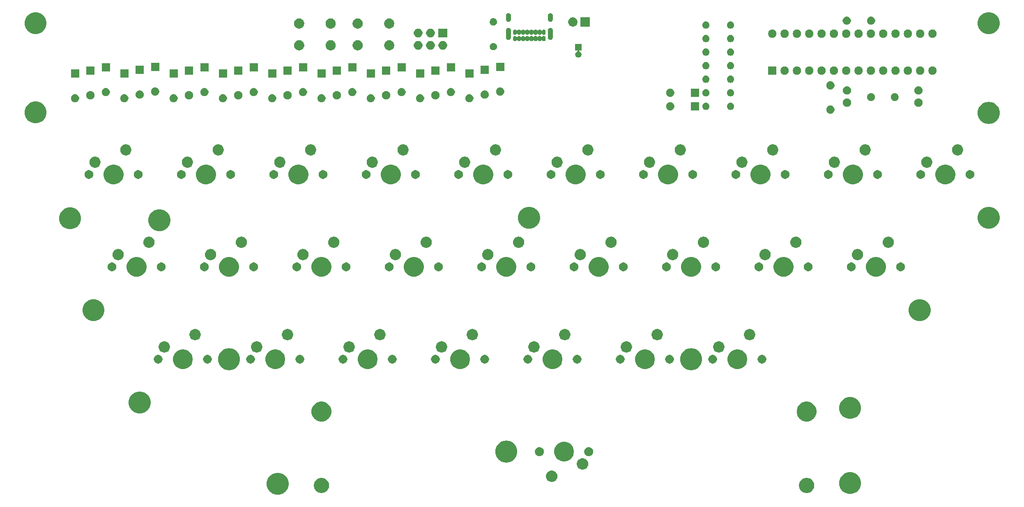
<source format=gbs>
G04 #@! TF.GenerationSoftware,KiCad,Pcbnew,(5.1.5)-3*
G04 #@! TF.CreationDate,2020-10-14T15:57:11-05:00*
G04 #@! TF.ProjectId,masochist,6d61736f-6368-4697-9374-2e6b69636164,rev?*
G04 #@! TF.SameCoordinates,Original*
G04 #@! TF.FileFunction,Soldermask,Bot*
G04 #@! TF.FilePolarity,Negative*
%FSLAX46Y46*%
G04 Gerber Fmt 4.6, Leading zero omitted, Abs format (unit mm)*
G04 Created by KiCad (PCBNEW (5.1.5)-3) date 2020-10-14 15:57:11*
%MOMM*%
%LPD*%
G04 APERTURE LIST*
%ADD10C,0.100000*%
G04 APERTURE END LIST*
D10*
G36*
X111908880Y-127426776D02*
G01*
X112289593Y-127502504D01*
X112699249Y-127672189D01*
X113067929Y-127918534D01*
X113381466Y-128232071D01*
X113627811Y-128600751D01*
X113797496Y-129010407D01*
X113884000Y-129445296D01*
X113884000Y-129888704D01*
X113797496Y-130323593D01*
X113627811Y-130733249D01*
X113381466Y-131101929D01*
X113067929Y-131415466D01*
X112699249Y-131661811D01*
X112289593Y-131831496D01*
X111908880Y-131907224D01*
X111854705Y-131918000D01*
X111411295Y-131918000D01*
X111357120Y-131907224D01*
X110976407Y-131831496D01*
X110566751Y-131661811D01*
X110198071Y-131415466D01*
X109884534Y-131101929D01*
X109638189Y-130733249D01*
X109468504Y-130323593D01*
X109382000Y-129888704D01*
X109382000Y-129445296D01*
X109468504Y-129010407D01*
X109638189Y-128600751D01*
X109884534Y-128232071D01*
X110198071Y-127918534D01*
X110566751Y-127672189D01*
X110976407Y-127502504D01*
X111357120Y-127426776D01*
X111411295Y-127416000D01*
X111854705Y-127416000D01*
X111908880Y-127426776D01*
G37*
G36*
X229891880Y-127299776D02*
G01*
X230272593Y-127375504D01*
X230682249Y-127545189D01*
X231050929Y-127791534D01*
X231364466Y-128105071D01*
X231610811Y-128473751D01*
X231780496Y-128883407D01*
X231867000Y-129318296D01*
X231867000Y-129761704D01*
X231780496Y-130196593D01*
X231610811Y-130606249D01*
X231364466Y-130974929D01*
X231050929Y-131288466D01*
X230682249Y-131534811D01*
X230272593Y-131704496D01*
X229891880Y-131780224D01*
X229837705Y-131791000D01*
X229394295Y-131791000D01*
X229340120Y-131780224D01*
X228959407Y-131704496D01*
X228549751Y-131534811D01*
X228181071Y-131288466D01*
X227867534Y-130974929D01*
X227621189Y-130606249D01*
X227451504Y-130196593D01*
X227365000Y-129761704D01*
X227365000Y-129318296D01*
X227451504Y-128883407D01*
X227621189Y-128473751D01*
X227867534Y-128105071D01*
X228181071Y-127791534D01*
X228549751Y-127545189D01*
X228959407Y-127375504D01*
X229340120Y-127299776D01*
X229394295Y-127289000D01*
X229837705Y-127289000D01*
X229891880Y-127299776D01*
G37*
G36*
X220876756Y-128454275D02*
G01*
X221115561Y-128501776D01*
X221234287Y-128550954D01*
X221402191Y-128620502D01*
X221402192Y-128620503D01*
X221660154Y-128792867D01*
X221879533Y-129012246D01*
X221973853Y-129153407D01*
X222051898Y-129270209D01*
X222170624Y-129556840D01*
X222231150Y-129861125D01*
X222231150Y-130171375D01*
X222170624Y-130475660D01*
X222051898Y-130762291D01*
X222051897Y-130762292D01*
X221879533Y-131020254D01*
X221660154Y-131239633D01*
X221487789Y-131354803D01*
X221402191Y-131411998D01*
X221234287Y-131481546D01*
X221115561Y-131530724D01*
X220811275Y-131591250D01*
X220501025Y-131591250D01*
X220196739Y-131530724D01*
X220078013Y-131481546D01*
X219910109Y-131411998D01*
X219824511Y-131354803D01*
X219652146Y-131239633D01*
X219432767Y-131020254D01*
X219260403Y-130762292D01*
X219260402Y-130762291D01*
X219141676Y-130475660D01*
X219081150Y-130171375D01*
X219081150Y-129861125D01*
X219141676Y-129556840D01*
X219260402Y-129270209D01*
X219338447Y-129153407D01*
X219432767Y-129012246D01*
X219652146Y-128792867D01*
X219910108Y-128620503D01*
X219910109Y-128620502D01*
X220078013Y-128550954D01*
X220196739Y-128501776D01*
X220435544Y-128454275D01*
X220501025Y-128441250D01*
X220811275Y-128441250D01*
X220876756Y-128454275D01*
G37*
G36*
X120876956Y-128454275D02*
G01*
X121115761Y-128501776D01*
X121234487Y-128550954D01*
X121402391Y-128620502D01*
X121402392Y-128620503D01*
X121660354Y-128792867D01*
X121879733Y-129012246D01*
X121974053Y-129153407D01*
X122052098Y-129270209D01*
X122170824Y-129556840D01*
X122231350Y-129861125D01*
X122231350Y-130171375D01*
X122170824Y-130475660D01*
X122052098Y-130762291D01*
X122052097Y-130762292D01*
X121879733Y-131020254D01*
X121660354Y-131239633D01*
X121487989Y-131354803D01*
X121402391Y-131411998D01*
X121234487Y-131481546D01*
X121115761Y-131530724D01*
X120811475Y-131591250D01*
X120501225Y-131591250D01*
X120196939Y-131530724D01*
X120078213Y-131481546D01*
X119910309Y-131411998D01*
X119824711Y-131354803D01*
X119652346Y-131239633D01*
X119432967Y-131020254D01*
X119260603Y-130762292D01*
X119260602Y-130762291D01*
X119141876Y-130475660D01*
X119081350Y-130171375D01*
X119081350Y-129861125D01*
X119141876Y-129556840D01*
X119260602Y-129270209D01*
X119338647Y-129153407D01*
X119432967Y-129012246D01*
X119652346Y-128792867D01*
X119910308Y-128620503D01*
X119910309Y-128620502D01*
X120078213Y-128550954D01*
X120196939Y-128501776D01*
X120435744Y-128454275D01*
X120501225Y-128441250D01*
X120811475Y-128441250D01*
X120876956Y-128454275D01*
G37*
G36*
X168307810Y-126950314D02*
G01*
X168459277Y-126980443D01*
X168673295Y-127069092D01*
X168673296Y-127069093D01*
X168865904Y-127197789D01*
X169029711Y-127361596D01*
X169066062Y-127416000D01*
X169158408Y-127554205D01*
X169247057Y-127768223D01*
X169247057Y-127768225D01*
X169292250Y-127995423D01*
X169292250Y-128227077D01*
X169291256Y-128232072D01*
X169247057Y-128454277D01*
X169158408Y-128668295D01*
X169158407Y-128668296D01*
X169029711Y-128860904D01*
X168865904Y-129024711D01*
X168737499Y-129110508D01*
X168673295Y-129153408D01*
X168459277Y-129242057D01*
X168317752Y-129270208D01*
X168232077Y-129287250D01*
X168000423Y-129287250D01*
X167914748Y-129270208D01*
X167773223Y-129242057D01*
X167559205Y-129153408D01*
X167495001Y-129110508D01*
X167366596Y-129024711D01*
X167202789Y-128860904D01*
X167074093Y-128668296D01*
X167074092Y-128668295D01*
X166985443Y-128454277D01*
X166941244Y-128232072D01*
X166940250Y-128227077D01*
X166940250Y-127995423D01*
X166985443Y-127768225D01*
X166985443Y-127768223D01*
X167074092Y-127554205D01*
X167166438Y-127416000D01*
X167202789Y-127361596D01*
X167366596Y-127197789D01*
X167559204Y-127069093D01*
X167559205Y-127069092D01*
X167773223Y-126980443D01*
X167924690Y-126950314D01*
X168000423Y-126935250D01*
X168232077Y-126935250D01*
X168307810Y-126950314D01*
G37*
G36*
X174657810Y-124410314D02*
G01*
X174809277Y-124440443D01*
X175023295Y-124529092D01*
X175023296Y-124529093D01*
X175215904Y-124657789D01*
X175379711Y-124821596D01*
X175394291Y-124843417D01*
X175508408Y-125014205D01*
X175597057Y-125228223D01*
X175642250Y-125455424D01*
X175642250Y-125687076D01*
X175597057Y-125914277D01*
X175508408Y-126128295D01*
X175508407Y-126128296D01*
X175379711Y-126320904D01*
X175215904Y-126484711D01*
X175087499Y-126570508D01*
X175023295Y-126613408D01*
X174809277Y-126702057D01*
X174657810Y-126732186D01*
X174582077Y-126747250D01*
X174350423Y-126747250D01*
X174274690Y-126732186D01*
X174123223Y-126702057D01*
X173909205Y-126613408D01*
X173845001Y-126570508D01*
X173716596Y-126484711D01*
X173552789Y-126320904D01*
X173424093Y-126128296D01*
X173424092Y-126128295D01*
X173335443Y-125914277D01*
X173290250Y-125687076D01*
X173290250Y-125455424D01*
X173335443Y-125228223D01*
X173424092Y-125014205D01*
X173538209Y-124843417D01*
X173552789Y-124821596D01*
X173716596Y-124657789D01*
X173909204Y-124529093D01*
X173909205Y-124529092D01*
X174123223Y-124440443D01*
X174274690Y-124410314D01*
X174350423Y-124395250D01*
X174582077Y-124395250D01*
X174657810Y-124410314D01*
G37*
G36*
X159025880Y-120791026D02*
G01*
X159406593Y-120866754D01*
X159816249Y-121036439D01*
X160184929Y-121282784D01*
X160498466Y-121596321D01*
X160744811Y-121965001D01*
X160914496Y-122374657D01*
X161001000Y-122809546D01*
X161001000Y-123252954D01*
X160914496Y-123687843D01*
X160744811Y-124097499D01*
X160498466Y-124466179D01*
X160184929Y-124779716D01*
X159816249Y-125026061D01*
X159406593Y-125195746D01*
X159025880Y-125271474D01*
X158971705Y-125282250D01*
X158528295Y-125282250D01*
X158474120Y-125271474D01*
X158093407Y-125195746D01*
X157683751Y-125026061D01*
X157315071Y-124779716D01*
X157001534Y-124466179D01*
X156755189Y-124097499D01*
X156585504Y-123687843D01*
X156499000Y-123252954D01*
X156499000Y-122809546D01*
X156585504Y-122374657D01*
X156755189Y-121965001D01*
X157001534Y-121596321D01*
X157315071Y-121282784D01*
X157683751Y-121036439D01*
X158093407Y-120866754D01*
X158474120Y-120791026D01*
X158528295Y-120780250D01*
X158971705Y-120780250D01*
X159025880Y-120791026D01*
G37*
G36*
X171252724Y-121064934D02*
G01*
X171470724Y-121155233D01*
X171624873Y-121219083D01*
X171959798Y-121442873D01*
X172244627Y-121727702D01*
X172468417Y-122062627D01*
X172500812Y-122140836D01*
X172622566Y-122434776D01*
X172701150Y-122829844D01*
X172701150Y-123232656D01*
X172622566Y-123627724D01*
X172571701Y-123750522D01*
X172468417Y-123999873D01*
X172244627Y-124334798D01*
X171959798Y-124619627D01*
X171624873Y-124843417D01*
X171470724Y-124907267D01*
X171252724Y-124997566D01*
X170857656Y-125076150D01*
X170454844Y-125076150D01*
X170059776Y-124997566D01*
X169841776Y-124907267D01*
X169687627Y-124843417D01*
X169352702Y-124619627D01*
X169067873Y-124334798D01*
X168844083Y-123999873D01*
X168740799Y-123750522D01*
X168689934Y-123627724D01*
X168611350Y-123232656D01*
X168611350Y-122829844D01*
X168689934Y-122434776D01*
X168811688Y-122140836D01*
X168844083Y-122062627D01*
X169067873Y-121727702D01*
X169352702Y-121442873D01*
X169687627Y-121219083D01*
X169841776Y-121155233D01*
X170059776Y-121064934D01*
X170454844Y-120986350D01*
X170857656Y-120986350D01*
X171252724Y-121064934D01*
G37*
G36*
X165846354Y-122140835D02*
G01*
X166014876Y-122210639D01*
X166166541Y-122311978D01*
X166295522Y-122440959D01*
X166396861Y-122592624D01*
X166466665Y-122761146D01*
X166502250Y-122940047D01*
X166502250Y-123122453D01*
X166466665Y-123301354D01*
X166396861Y-123469876D01*
X166295522Y-123621541D01*
X166166541Y-123750522D01*
X166014876Y-123851861D01*
X165846354Y-123921665D01*
X165667453Y-123957250D01*
X165485047Y-123957250D01*
X165306146Y-123921665D01*
X165137624Y-123851861D01*
X164985959Y-123750522D01*
X164856978Y-123621541D01*
X164755639Y-123469876D01*
X164685835Y-123301354D01*
X164650250Y-123122453D01*
X164650250Y-122940047D01*
X164685835Y-122761146D01*
X164755639Y-122592624D01*
X164856978Y-122440959D01*
X164985959Y-122311978D01*
X165137624Y-122210639D01*
X165306146Y-122140835D01*
X165485047Y-122105250D01*
X165667453Y-122105250D01*
X165846354Y-122140835D01*
G37*
G36*
X176006354Y-122140835D02*
G01*
X176174876Y-122210639D01*
X176326541Y-122311978D01*
X176455522Y-122440959D01*
X176556861Y-122592624D01*
X176626665Y-122761146D01*
X176662250Y-122940047D01*
X176662250Y-123122453D01*
X176626665Y-123301354D01*
X176556861Y-123469876D01*
X176455522Y-123621541D01*
X176326541Y-123750522D01*
X176174876Y-123851861D01*
X176006354Y-123921665D01*
X175827453Y-123957250D01*
X175645047Y-123957250D01*
X175466146Y-123921665D01*
X175297624Y-123851861D01*
X175145959Y-123750522D01*
X175016978Y-123621541D01*
X174915639Y-123469876D01*
X174845835Y-123301354D01*
X174810250Y-123122453D01*
X174810250Y-122940047D01*
X174845835Y-122761146D01*
X174915639Y-122592624D01*
X175016978Y-122440959D01*
X175145959Y-122311978D01*
X175297624Y-122210639D01*
X175466146Y-122140835D01*
X175645047Y-122105250D01*
X175827453Y-122105250D01*
X176006354Y-122140835D01*
G37*
G36*
X221252624Y-112809934D02*
G01*
X221470624Y-112900233D01*
X221624773Y-112964083D01*
X221959698Y-113187873D01*
X222244527Y-113472702D01*
X222468317Y-113807627D01*
X222468317Y-113807628D01*
X222622466Y-114179776D01*
X222701050Y-114574844D01*
X222701050Y-114977656D01*
X222622466Y-115372724D01*
X222577646Y-115480928D01*
X222468317Y-115744873D01*
X222244527Y-116079798D01*
X221959698Y-116364627D01*
X221624773Y-116588417D01*
X221470624Y-116652267D01*
X221252624Y-116742566D01*
X220857556Y-116821150D01*
X220454744Y-116821150D01*
X220059676Y-116742566D01*
X219841676Y-116652267D01*
X219687527Y-116588417D01*
X219352602Y-116364627D01*
X219067773Y-116079798D01*
X218843983Y-115744873D01*
X218734654Y-115480928D01*
X218689834Y-115372724D01*
X218611250Y-114977656D01*
X218611250Y-114574844D01*
X218689834Y-114179776D01*
X218843983Y-113807628D01*
X218843983Y-113807627D01*
X219067773Y-113472702D01*
X219352602Y-113187873D01*
X219687527Y-112964083D01*
X219841676Y-112900233D01*
X220059676Y-112809934D01*
X220454744Y-112731350D01*
X220857556Y-112731350D01*
X221252624Y-112809934D01*
G37*
G36*
X121252824Y-112809934D02*
G01*
X121470824Y-112900233D01*
X121624973Y-112964083D01*
X121959898Y-113187873D01*
X122244727Y-113472702D01*
X122468517Y-113807627D01*
X122468517Y-113807628D01*
X122622666Y-114179776D01*
X122701250Y-114574844D01*
X122701250Y-114977656D01*
X122622666Y-115372724D01*
X122577846Y-115480928D01*
X122468517Y-115744873D01*
X122244727Y-116079798D01*
X121959898Y-116364627D01*
X121624973Y-116588417D01*
X121470824Y-116652267D01*
X121252824Y-116742566D01*
X120857756Y-116821150D01*
X120454944Y-116821150D01*
X120059876Y-116742566D01*
X119841876Y-116652267D01*
X119687727Y-116588417D01*
X119352802Y-116364627D01*
X119067973Y-116079798D01*
X118844183Y-115744873D01*
X118734854Y-115480928D01*
X118690034Y-115372724D01*
X118611450Y-114977656D01*
X118611450Y-114574844D01*
X118690034Y-114179776D01*
X118844183Y-113807628D01*
X118844183Y-113807627D01*
X119067973Y-113472702D01*
X119352802Y-113187873D01*
X119687727Y-112964083D01*
X119841876Y-112900233D01*
X120059876Y-112809934D01*
X120454944Y-112731350D01*
X120857756Y-112731350D01*
X121252824Y-112809934D01*
G37*
G36*
X229891880Y-111805776D02*
G01*
X230272593Y-111881504D01*
X230682249Y-112051189D01*
X231050929Y-112297534D01*
X231364466Y-112611071D01*
X231610811Y-112979751D01*
X231780496Y-113389407D01*
X231867000Y-113824296D01*
X231867000Y-114267704D01*
X231780496Y-114702593D01*
X231610811Y-115112249D01*
X231364466Y-115480929D01*
X231050929Y-115794466D01*
X230682249Y-116040811D01*
X230272593Y-116210496D01*
X229891880Y-116286224D01*
X229837705Y-116297000D01*
X229394295Y-116297000D01*
X229340120Y-116286224D01*
X228959407Y-116210496D01*
X228549751Y-116040811D01*
X228181071Y-115794466D01*
X227867534Y-115480929D01*
X227621189Y-115112249D01*
X227451504Y-114702593D01*
X227365000Y-114267704D01*
X227365000Y-113824296D01*
X227451504Y-113389407D01*
X227621189Y-112979751D01*
X227867534Y-112611071D01*
X228181071Y-112297534D01*
X228549751Y-112051189D01*
X228959407Y-111881504D01*
X229340120Y-111805776D01*
X229394295Y-111795000D01*
X229837705Y-111795000D01*
X229891880Y-111805776D01*
G37*
G36*
X83460880Y-110662776D02*
G01*
X83841593Y-110738504D01*
X84251249Y-110908189D01*
X84619929Y-111154534D01*
X84933466Y-111468071D01*
X85179811Y-111836751D01*
X85349496Y-112246407D01*
X85436000Y-112681296D01*
X85436000Y-113124704D01*
X85349496Y-113559593D01*
X85179811Y-113969249D01*
X84933466Y-114337929D01*
X84619929Y-114651466D01*
X84251249Y-114897811D01*
X83841593Y-115067496D01*
X83460880Y-115143224D01*
X83406705Y-115154000D01*
X82963295Y-115154000D01*
X82909120Y-115143224D01*
X82528407Y-115067496D01*
X82118751Y-114897811D01*
X81750071Y-114651466D01*
X81436534Y-114337929D01*
X81190189Y-113969249D01*
X81020504Y-113559593D01*
X80934000Y-113124704D01*
X80934000Y-112681296D01*
X81020504Y-112246407D01*
X81190189Y-111836751D01*
X81436534Y-111468071D01*
X81750071Y-111154534D01*
X82118751Y-110908189D01*
X82528407Y-110738504D01*
X82909120Y-110662776D01*
X82963295Y-110652000D01*
X83406705Y-110652000D01*
X83460880Y-110662776D01*
G37*
G36*
X197125880Y-101741026D02*
G01*
X197506593Y-101816754D01*
X197916249Y-101986439D01*
X198284929Y-102232784D01*
X198598466Y-102546321D01*
X198844811Y-102915001D01*
X199014496Y-103324657D01*
X199101000Y-103759546D01*
X199101000Y-104202954D01*
X199014496Y-104637843D01*
X198844811Y-105047499D01*
X198598466Y-105416179D01*
X198284929Y-105729716D01*
X197916249Y-105976061D01*
X197506593Y-106145746D01*
X197125880Y-106221474D01*
X197071705Y-106232250D01*
X196628295Y-106232250D01*
X196574120Y-106221474D01*
X196193407Y-106145746D01*
X195783751Y-105976061D01*
X195415071Y-105729716D01*
X195101534Y-105416179D01*
X194855189Y-105047499D01*
X194685504Y-104637843D01*
X194599000Y-104202954D01*
X194599000Y-103759546D01*
X194685504Y-103324657D01*
X194855189Y-102915001D01*
X195101534Y-102546321D01*
X195415071Y-102232784D01*
X195783751Y-101986439D01*
X196193407Y-101816754D01*
X196574120Y-101741026D01*
X196628295Y-101730250D01*
X197071705Y-101730250D01*
X197125880Y-101741026D01*
G37*
G36*
X101875880Y-101741026D02*
G01*
X102256593Y-101816754D01*
X102666249Y-101986439D01*
X103034929Y-102232784D01*
X103348466Y-102546321D01*
X103594811Y-102915001D01*
X103764496Y-103324657D01*
X103851000Y-103759546D01*
X103851000Y-104202954D01*
X103764496Y-104637843D01*
X103594811Y-105047499D01*
X103348466Y-105416179D01*
X103034929Y-105729716D01*
X102666249Y-105976061D01*
X102256593Y-106145746D01*
X101875880Y-106221474D01*
X101821705Y-106232250D01*
X101378295Y-106232250D01*
X101324120Y-106221474D01*
X100943407Y-106145746D01*
X100533751Y-105976061D01*
X100165071Y-105729716D01*
X99851534Y-105416179D01*
X99605189Y-105047499D01*
X99435504Y-104637843D01*
X99349000Y-104202954D01*
X99349000Y-103759546D01*
X99435504Y-103324657D01*
X99605189Y-102915001D01*
X99851534Y-102546321D01*
X100165071Y-102232784D01*
X100533751Y-101986439D01*
X100943407Y-101816754D01*
X101324120Y-101741026D01*
X101378295Y-101730250D01*
X101821705Y-101730250D01*
X101875880Y-101741026D01*
G37*
G36*
X168873254Y-102009068D02*
G01*
X169246511Y-102163676D01*
X169246513Y-102163677D01*
X169582436Y-102388134D01*
X169868116Y-102673814D01*
X170092574Y-103009739D01*
X170247182Y-103382996D01*
X170326000Y-103779243D01*
X170326000Y-104183257D01*
X170247182Y-104579504D01*
X170092574Y-104952761D01*
X170092573Y-104952763D01*
X169868116Y-105288686D01*
X169582436Y-105574366D01*
X169246513Y-105798823D01*
X169246512Y-105798824D01*
X169246511Y-105798824D01*
X168873254Y-105953432D01*
X168477007Y-106032250D01*
X168072993Y-106032250D01*
X167676746Y-105953432D01*
X167303489Y-105798824D01*
X167303488Y-105798824D01*
X167303487Y-105798823D01*
X166967564Y-105574366D01*
X166681884Y-105288686D01*
X166457427Y-104952763D01*
X166457426Y-104952761D01*
X166302818Y-104579504D01*
X166224000Y-104183257D01*
X166224000Y-103779243D01*
X166302818Y-103382996D01*
X166457426Y-103009739D01*
X166681884Y-102673814D01*
X166967564Y-102388134D01*
X167303487Y-102163677D01*
X167303489Y-102163676D01*
X167676746Y-102009068D01*
X168072993Y-101930250D01*
X168477007Y-101930250D01*
X168873254Y-102009068D01*
G37*
G36*
X92673254Y-102009068D02*
G01*
X93046511Y-102163676D01*
X93046513Y-102163677D01*
X93382436Y-102388134D01*
X93668116Y-102673814D01*
X93892574Y-103009739D01*
X94047182Y-103382996D01*
X94126000Y-103779243D01*
X94126000Y-104183257D01*
X94047182Y-104579504D01*
X93892574Y-104952761D01*
X93892573Y-104952763D01*
X93668116Y-105288686D01*
X93382436Y-105574366D01*
X93046513Y-105798823D01*
X93046512Y-105798824D01*
X93046511Y-105798824D01*
X92673254Y-105953432D01*
X92277007Y-106032250D01*
X91872993Y-106032250D01*
X91476746Y-105953432D01*
X91103489Y-105798824D01*
X91103488Y-105798824D01*
X91103487Y-105798823D01*
X90767564Y-105574366D01*
X90481884Y-105288686D01*
X90257427Y-104952763D01*
X90257426Y-104952761D01*
X90102818Y-104579504D01*
X90024000Y-104183257D01*
X90024000Y-103779243D01*
X90102818Y-103382996D01*
X90257426Y-103009739D01*
X90481884Y-102673814D01*
X90767564Y-102388134D01*
X91103487Y-102163677D01*
X91103489Y-102163676D01*
X91476746Y-102009068D01*
X91872993Y-101930250D01*
X92277007Y-101930250D01*
X92673254Y-102009068D01*
G37*
G36*
X149823254Y-102009068D02*
G01*
X150196511Y-102163676D01*
X150196513Y-102163677D01*
X150532436Y-102388134D01*
X150818116Y-102673814D01*
X151042574Y-103009739D01*
X151197182Y-103382996D01*
X151276000Y-103779243D01*
X151276000Y-104183257D01*
X151197182Y-104579504D01*
X151042574Y-104952761D01*
X151042573Y-104952763D01*
X150818116Y-105288686D01*
X150532436Y-105574366D01*
X150196513Y-105798823D01*
X150196512Y-105798824D01*
X150196511Y-105798824D01*
X149823254Y-105953432D01*
X149427007Y-106032250D01*
X149022993Y-106032250D01*
X148626746Y-105953432D01*
X148253489Y-105798824D01*
X148253488Y-105798824D01*
X148253487Y-105798823D01*
X147917564Y-105574366D01*
X147631884Y-105288686D01*
X147407427Y-104952763D01*
X147407426Y-104952761D01*
X147252818Y-104579504D01*
X147174000Y-104183257D01*
X147174000Y-103779243D01*
X147252818Y-103382996D01*
X147407426Y-103009739D01*
X147631884Y-102673814D01*
X147917564Y-102388134D01*
X148253487Y-102163677D01*
X148253489Y-102163676D01*
X148626746Y-102009068D01*
X149022993Y-101930250D01*
X149427007Y-101930250D01*
X149823254Y-102009068D01*
G37*
G36*
X130773254Y-102009068D02*
G01*
X131146511Y-102163676D01*
X131146513Y-102163677D01*
X131482436Y-102388134D01*
X131768116Y-102673814D01*
X131992574Y-103009739D01*
X132147182Y-103382996D01*
X132226000Y-103779243D01*
X132226000Y-104183257D01*
X132147182Y-104579504D01*
X131992574Y-104952761D01*
X131992573Y-104952763D01*
X131768116Y-105288686D01*
X131482436Y-105574366D01*
X131146513Y-105798823D01*
X131146512Y-105798824D01*
X131146511Y-105798824D01*
X130773254Y-105953432D01*
X130377007Y-106032250D01*
X129972993Y-106032250D01*
X129576746Y-105953432D01*
X129203489Y-105798824D01*
X129203488Y-105798824D01*
X129203487Y-105798823D01*
X128867564Y-105574366D01*
X128581884Y-105288686D01*
X128357427Y-104952763D01*
X128357426Y-104952761D01*
X128202818Y-104579504D01*
X128124000Y-104183257D01*
X128124000Y-103779243D01*
X128202818Y-103382996D01*
X128357426Y-103009739D01*
X128581884Y-102673814D01*
X128867564Y-102388134D01*
X129203487Y-102163677D01*
X129203489Y-102163676D01*
X129576746Y-102009068D01*
X129972993Y-101930250D01*
X130377007Y-101930250D01*
X130773254Y-102009068D01*
G37*
G36*
X111723254Y-102009068D02*
G01*
X112096511Y-102163676D01*
X112096513Y-102163677D01*
X112432436Y-102388134D01*
X112718116Y-102673814D01*
X112942574Y-103009739D01*
X113097182Y-103382996D01*
X113176000Y-103779243D01*
X113176000Y-104183257D01*
X113097182Y-104579504D01*
X112942574Y-104952761D01*
X112942573Y-104952763D01*
X112718116Y-105288686D01*
X112432436Y-105574366D01*
X112096513Y-105798823D01*
X112096512Y-105798824D01*
X112096511Y-105798824D01*
X111723254Y-105953432D01*
X111327007Y-106032250D01*
X110922993Y-106032250D01*
X110526746Y-105953432D01*
X110153489Y-105798824D01*
X110153488Y-105798824D01*
X110153487Y-105798823D01*
X109817564Y-105574366D01*
X109531884Y-105288686D01*
X109307427Y-104952763D01*
X109307426Y-104952761D01*
X109152818Y-104579504D01*
X109074000Y-104183257D01*
X109074000Y-103779243D01*
X109152818Y-103382996D01*
X109307426Y-103009739D01*
X109531884Y-102673814D01*
X109817564Y-102388134D01*
X110153487Y-102163677D01*
X110153489Y-102163676D01*
X110526746Y-102009068D01*
X110922993Y-101930250D01*
X111327007Y-101930250D01*
X111723254Y-102009068D01*
G37*
G36*
X187923254Y-102009068D02*
G01*
X188296511Y-102163676D01*
X188296513Y-102163677D01*
X188632436Y-102388134D01*
X188918116Y-102673814D01*
X189142574Y-103009739D01*
X189297182Y-103382996D01*
X189376000Y-103779243D01*
X189376000Y-104183257D01*
X189297182Y-104579504D01*
X189142574Y-104952761D01*
X189142573Y-104952763D01*
X188918116Y-105288686D01*
X188632436Y-105574366D01*
X188296513Y-105798823D01*
X188296512Y-105798824D01*
X188296511Y-105798824D01*
X187923254Y-105953432D01*
X187527007Y-106032250D01*
X187122993Y-106032250D01*
X186726746Y-105953432D01*
X186353489Y-105798824D01*
X186353488Y-105798824D01*
X186353487Y-105798823D01*
X186017564Y-105574366D01*
X185731884Y-105288686D01*
X185507427Y-104952763D01*
X185507426Y-104952761D01*
X185352818Y-104579504D01*
X185274000Y-104183257D01*
X185274000Y-103779243D01*
X185352818Y-103382996D01*
X185507426Y-103009739D01*
X185731884Y-102673814D01*
X186017564Y-102388134D01*
X186353487Y-102163677D01*
X186353489Y-102163676D01*
X186726746Y-102009068D01*
X187122993Y-101930250D01*
X187527007Y-101930250D01*
X187923254Y-102009068D01*
G37*
G36*
X206973254Y-102009068D02*
G01*
X207346511Y-102163676D01*
X207346513Y-102163677D01*
X207682436Y-102388134D01*
X207968116Y-102673814D01*
X208192574Y-103009739D01*
X208347182Y-103382996D01*
X208426000Y-103779243D01*
X208426000Y-104183257D01*
X208347182Y-104579504D01*
X208192574Y-104952761D01*
X208192573Y-104952763D01*
X207968116Y-105288686D01*
X207682436Y-105574366D01*
X207346513Y-105798823D01*
X207346512Y-105798824D01*
X207346511Y-105798824D01*
X206973254Y-105953432D01*
X206577007Y-106032250D01*
X206172993Y-106032250D01*
X205776746Y-105953432D01*
X205403489Y-105798824D01*
X205403488Y-105798824D01*
X205403487Y-105798823D01*
X205067564Y-105574366D01*
X204781884Y-105288686D01*
X204557427Y-104952763D01*
X204557426Y-104952761D01*
X204402818Y-104579504D01*
X204324000Y-104183257D01*
X204324000Y-103779243D01*
X204402818Y-103382996D01*
X204557426Y-103009739D01*
X204781884Y-102673814D01*
X205067564Y-102388134D01*
X205403487Y-102163677D01*
X205403489Y-102163676D01*
X205776746Y-102009068D01*
X206172993Y-101930250D01*
X206577007Y-101930250D01*
X206973254Y-102009068D01*
G37*
G36*
X144258512Y-103085177D02*
G01*
X144407812Y-103114874D01*
X144571784Y-103182794D01*
X144719354Y-103281397D01*
X144844853Y-103406896D01*
X144943456Y-103554466D01*
X145011376Y-103718438D01*
X145046000Y-103892509D01*
X145046000Y-104069991D01*
X145011376Y-104244062D01*
X144943456Y-104408034D01*
X144844853Y-104555604D01*
X144719354Y-104681103D01*
X144571784Y-104779706D01*
X144407812Y-104847626D01*
X144258512Y-104877323D01*
X144233742Y-104882250D01*
X144056258Y-104882250D01*
X144031488Y-104877323D01*
X143882188Y-104847626D01*
X143718216Y-104779706D01*
X143570646Y-104681103D01*
X143445147Y-104555604D01*
X143346544Y-104408034D01*
X143278624Y-104244062D01*
X143244000Y-104069991D01*
X143244000Y-103892509D01*
X143278624Y-103718438D01*
X143346544Y-103554466D01*
X143445147Y-103406896D01*
X143570646Y-103281397D01*
X143718216Y-103182794D01*
X143882188Y-103114874D01*
X144031488Y-103085177D01*
X144056258Y-103080250D01*
X144233742Y-103080250D01*
X144258512Y-103085177D01*
G37*
G36*
X135368512Y-103085177D02*
G01*
X135517812Y-103114874D01*
X135681784Y-103182794D01*
X135829354Y-103281397D01*
X135954853Y-103406896D01*
X136053456Y-103554466D01*
X136121376Y-103718438D01*
X136156000Y-103892509D01*
X136156000Y-104069991D01*
X136121376Y-104244062D01*
X136053456Y-104408034D01*
X135954853Y-104555604D01*
X135829354Y-104681103D01*
X135681784Y-104779706D01*
X135517812Y-104847626D01*
X135368512Y-104877323D01*
X135343742Y-104882250D01*
X135166258Y-104882250D01*
X135141488Y-104877323D01*
X134992188Y-104847626D01*
X134828216Y-104779706D01*
X134680646Y-104681103D01*
X134555147Y-104555604D01*
X134456544Y-104408034D01*
X134388624Y-104244062D01*
X134354000Y-104069991D01*
X134354000Y-103892509D01*
X134388624Y-103718438D01*
X134456544Y-103554466D01*
X134555147Y-103406896D01*
X134680646Y-103281397D01*
X134828216Y-103182794D01*
X134992188Y-103114874D01*
X135141488Y-103085177D01*
X135166258Y-103080250D01*
X135343742Y-103080250D01*
X135368512Y-103085177D01*
G37*
G36*
X125208512Y-103085177D02*
G01*
X125357812Y-103114874D01*
X125521784Y-103182794D01*
X125669354Y-103281397D01*
X125794853Y-103406896D01*
X125893456Y-103554466D01*
X125961376Y-103718438D01*
X125996000Y-103892509D01*
X125996000Y-104069991D01*
X125961376Y-104244062D01*
X125893456Y-104408034D01*
X125794853Y-104555604D01*
X125669354Y-104681103D01*
X125521784Y-104779706D01*
X125357812Y-104847626D01*
X125208512Y-104877323D01*
X125183742Y-104882250D01*
X125006258Y-104882250D01*
X124981488Y-104877323D01*
X124832188Y-104847626D01*
X124668216Y-104779706D01*
X124520646Y-104681103D01*
X124395147Y-104555604D01*
X124296544Y-104408034D01*
X124228624Y-104244062D01*
X124194000Y-104069991D01*
X124194000Y-103892509D01*
X124228624Y-103718438D01*
X124296544Y-103554466D01*
X124395147Y-103406896D01*
X124520646Y-103281397D01*
X124668216Y-103182794D01*
X124832188Y-103114874D01*
X124981488Y-103085177D01*
X125006258Y-103080250D01*
X125183742Y-103080250D01*
X125208512Y-103085177D01*
G37*
G36*
X163308512Y-103085177D02*
G01*
X163457812Y-103114874D01*
X163621784Y-103182794D01*
X163769354Y-103281397D01*
X163894853Y-103406896D01*
X163993456Y-103554466D01*
X164061376Y-103718438D01*
X164096000Y-103892509D01*
X164096000Y-104069991D01*
X164061376Y-104244062D01*
X163993456Y-104408034D01*
X163894853Y-104555604D01*
X163769354Y-104681103D01*
X163621784Y-104779706D01*
X163457812Y-104847626D01*
X163308512Y-104877323D01*
X163283742Y-104882250D01*
X163106258Y-104882250D01*
X163081488Y-104877323D01*
X162932188Y-104847626D01*
X162768216Y-104779706D01*
X162620646Y-104681103D01*
X162495147Y-104555604D01*
X162396544Y-104408034D01*
X162328624Y-104244062D01*
X162294000Y-104069991D01*
X162294000Y-103892509D01*
X162328624Y-103718438D01*
X162396544Y-103554466D01*
X162495147Y-103406896D01*
X162620646Y-103281397D01*
X162768216Y-103182794D01*
X162932188Y-103114874D01*
X163081488Y-103085177D01*
X163106258Y-103080250D01*
X163283742Y-103080250D01*
X163308512Y-103085177D01*
G37*
G36*
X87108512Y-103085177D02*
G01*
X87257812Y-103114874D01*
X87421784Y-103182794D01*
X87569354Y-103281397D01*
X87694853Y-103406896D01*
X87793456Y-103554466D01*
X87861376Y-103718438D01*
X87896000Y-103892509D01*
X87896000Y-104069991D01*
X87861376Y-104244062D01*
X87793456Y-104408034D01*
X87694853Y-104555604D01*
X87569354Y-104681103D01*
X87421784Y-104779706D01*
X87257812Y-104847626D01*
X87108512Y-104877323D01*
X87083742Y-104882250D01*
X86906258Y-104882250D01*
X86881488Y-104877323D01*
X86732188Y-104847626D01*
X86568216Y-104779706D01*
X86420646Y-104681103D01*
X86295147Y-104555604D01*
X86196544Y-104408034D01*
X86128624Y-104244062D01*
X86094000Y-104069991D01*
X86094000Y-103892509D01*
X86128624Y-103718438D01*
X86196544Y-103554466D01*
X86295147Y-103406896D01*
X86420646Y-103281397D01*
X86568216Y-103182794D01*
X86732188Y-103114874D01*
X86881488Y-103085177D01*
X86906258Y-103080250D01*
X87083742Y-103080250D01*
X87108512Y-103085177D01*
G37*
G36*
X97268512Y-103085177D02*
G01*
X97417812Y-103114874D01*
X97581784Y-103182794D01*
X97729354Y-103281397D01*
X97854853Y-103406896D01*
X97953456Y-103554466D01*
X98021376Y-103718438D01*
X98056000Y-103892509D01*
X98056000Y-104069991D01*
X98021376Y-104244062D01*
X97953456Y-104408034D01*
X97854853Y-104555604D01*
X97729354Y-104681103D01*
X97581784Y-104779706D01*
X97417812Y-104847626D01*
X97268512Y-104877323D01*
X97243742Y-104882250D01*
X97066258Y-104882250D01*
X97041488Y-104877323D01*
X96892188Y-104847626D01*
X96728216Y-104779706D01*
X96580646Y-104681103D01*
X96455147Y-104555604D01*
X96356544Y-104408034D01*
X96288624Y-104244062D01*
X96254000Y-104069991D01*
X96254000Y-103892509D01*
X96288624Y-103718438D01*
X96356544Y-103554466D01*
X96455147Y-103406896D01*
X96580646Y-103281397D01*
X96728216Y-103182794D01*
X96892188Y-103114874D01*
X97041488Y-103085177D01*
X97066258Y-103080250D01*
X97243742Y-103080250D01*
X97268512Y-103085177D01*
G37*
G36*
X106158512Y-103085177D02*
G01*
X106307812Y-103114874D01*
X106471784Y-103182794D01*
X106619354Y-103281397D01*
X106744853Y-103406896D01*
X106843456Y-103554466D01*
X106911376Y-103718438D01*
X106946000Y-103892509D01*
X106946000Y-104069991D01*
X106911376Y-104244062D01*
X106843456Y-104408034D01*
X106744853Y-104555604D01*
X106619354Y-104681103D01*
X106471784Y-104779706D01*
X106307812Y-104847626D01*
X106158512Y-104877323D01*
X106133742Y-104882250D01*
X105956258Y-104882250D01*
X105931488Y-104877323D01*
X105782188Y-104847626D01*
X105618216Y-104779706D01*
X105470646Y-104681103D01*
X105345147Y-104555604D01*
X105246544Y-104408034D01*
X105178624Y-104244062D01*
X105144000Y-104069991D01*
X105144000Y-103892509D01*
X105178624Y-103718438D01*
X105246544Y-103554466D01*
X105345147Y-103406896D01*
X105470646Y-103281397D01*
X105618216Y-103182794D01*
X105782188Y-103114874D01*
X105931488Y-103085177D01*
X105956258Y-103080250D01*
X106133742Y-103080250D01*
X106158512Y-103085177D01*
G37*
G36*
X116318512Y-103085177D02*
G01*
X116467812Y-103114874D01*
X116631784Y-103182794D01*
X116779354Y-103281397D01*
X116904853Y-103406896D01*
X117003456Y-103554466D01*
X117071376Y-103718438D01*
X117106000Y-103892509D01*
X117106000Y-104069991D01*
X117071376Y-104244062D01*
X117003456Y-104408034D01*
X116904853Y-104555604D01*
X116779354Y-104681103D01*
X116631784Y-104779706D01*
X116467812Y-104847626D01*
X116318512Y-104877323D01*
X116293742Y-104882250D01*
X116116258Y-104882250D01*
X116091488Y-104877323D01*
X115942188Y-104847626D01*
X115778216Y-104779706D01*
X115630646Y-104681103D01*
X115505147Y-104555604D01*
X115406544Y-104408034D01*
X115338624Y-104244062D01*
X115304000Y-104069991D01*
X115304000Y-103892509D01*
X115338624Y-103718438D01*
X115406544Y-103554466D01*
X115505147Y-103406896D01*
X115630646Y-103281397D01*
X115778216Y-103182794D01*
X115942188Y-103114874D01*
X116091488Y-103085177D01*
X116116258Y-103080250D01*
X116293742Y-103080250D01*
X116318512Y-103085177D01*
G37*
G36*
X154418512Y-103085177D02*
G01*
X154567812Y-103114874D01*
X154731784Y-103182794D01*
X154879354Y-103281397D01*
X155004853Y-103406896D01*
X155103456Y-103554466D01*
X155171376Y-103718438D01*
X155206000Y-103892509D01*
X155206000Y-104069991D01*
X155171376Y-104244062D01*
X155103456Y-104408034D01*
X155004853Y-104555604D01*
X154879354Y-104681103D01*
X154731784Y-104779706D01*
X154567812Y-104847626D01*
X154418512Y-104877323D01*
X154393742Y-104882250D01*
X154216258Y-104882250D01*
X154191488Y-104877323D01*
X154042188Y-104847626D01*
X153878216Y-104779706D01*
X153730646Y-104681103D01*
X153605147Y-104555604D01*
X153506544Y-104408034D01*
X153438624Y-104244062D01*
X153404000Y-104069991D01*
X153404000Y-103892509D01*
X153438624Y-103718438D01*
X153506544Y-103554466D01*
X153605147Y-103406896D01*
X153730646Y-103281397D01*
X153878216Y-103182794D01*
X154042188Y-103114874D01*
X154191488Y-103085177D01*
X154216258Y-103080250D01*
X154393742Y-103080250D01*
X154418512Y-103085177D01*
G37*
G36*
X192518512Y-103085177D02*
G01*
X192667812Y-103114874D01*
X192831784Y-103182794D01*
X192979354Y-103281397D01*
X193104853Y-103406896D01*
X193203456Y-103554466D01*
X193271376Y-103718438D01*
X193306000Y-103892509D01*
X193306000Y-104069991D01*
X193271376Y-104244062D01*
X193203456Y-104408034D01*
X193104853Y-104555604D01*
X192979354Y-104681103D01*
X192831784Y-104779706D01*
X192667812Y-104847626D01*
X192518512Y-104877323D01*
X192493742Y-104882250D01*
X192316258Y-104882250D01*
X192291488Y-104877323D01*
X192142188Y-104847626D01*
X191978216Y-104779706D01*
X191830646Y-104681103D01*
X191705147Y-104555604D01*
X191606544Y-104408034D01*
X191538624Y-104244062D01*
X191504000Y-104069991D01*
X191504000Y-103892509D01*
X191538624Y-103718438D01*
X191606544Y-103554466D01*
X191705147Y-103406896D01*
X191830646Y-103281397D01*
X191978216Y-103182794D01*
X192142188Y-103114874D01*
X192291488Y-103085177D01*
X192316258Y-103080250D01*
X192493742Y-103080250D01*
X192518512Y-103085177D01*
G37*
G36*
X211568512Y-103085177D02*
G01*
X211717812Y-103114874D01*
X211881784Y-103182794D01*
X212029354Y-103281397D01*
X212154853Y-103406896D01*
X212253456Y-103554466D01*
X212321376Y-103718438D01*
X212356000Y-103892509D01*
X212356000Y-104069991D01*
X212321376Y-104244062D01*
X212253456Y-104408034D01*
X212154853Y-104555604D01*
X212029354Y-104681103D01*
X211881784Y-104779706D01*
X211717812Y-104847626D01*
X211568512Y-104877323D01*
X211543742Y-104882250D01*
X211366258Y-104882250D01*
X211341488Y-104877323D01*
X211192188Y-104847626D01*
X211028216Y-104779706D01*
X210880646Y-104681103D01*
X210755147Y-104555604D01*
X210656544Y-104408034D01*
X210588624Y-104244062D01*
X210554000Y-104069991D01*
X210554000Y-103892509D01*
X210588624Y-103718438D01*
X210656544Y-103554466D01*
X210755147Y-103406896D01*
X210880646Y-103281397D01*
X211028216Y-103182794D01*
X211192188Y-103114874D01*
X211341488Y-103085177D01*
X211366258Y-103080250D01*
X211543742Y-103080250D01*
X211568512Y-103085177D01*
G37*
G36*
X201408512Y-103085177D02*
G01*
X201557812Y-103114874D01*
X201721784Y-103182794D01*
X201869354Y-103281397D01*
X201994853Y-103406896D01*
X202093456Y-103554466D01*
X202161376Y-103718438D01*
X202196000Y-103892509D01*
X202196000Y-104069991D01*
X202161376Y-104244062D01*
X202093456Y-104408034D01*
X201994853Y-104555604D01*
X201869354Y-104681103D01*
X201721784Y-104779706D01*
X201557812Y-104847626D01*
X201408512Y-104877323D01*
X201383742Y-104882250D01*
X201206258Y-104882250D01*
X201181488Y-104877323D01*
X201032188Y-104847626D01*
X200868216Y-104779706D01*
X200720646Y-104681103D01*
X200595147Y-104555604D01*
X200496544Y-104408034D01*
X200428624Y-104244062D01*
X200394000Y-104069991D01*
X200394000Y-103892509D01*
X200428624Y-103718438D01*
X200496544Y-103554466D01*
X200595147Y-103406896D01*
X200720646Y-103281397D01*
X200868216Y-103182794D01*
X201032188Y-103114874D01*
X201181488Y-103085177D01*
X201206258Y-103080250D01*
X201383742Y-103080250D01*
X201408512Y-103085177D01*
G37*
G36*
X173468512Y-103085177D02*
G01*
X173617812Y-103114874D01*
X173781784Y-103182794D01*
X173929354Y-103281397D01*
X174054853Y-103406896D01*
X174153456Y-103554466D01*
X174221376Y-103718438D01*
X174256000Y-103892509D01*
X174256000Y-104069991D01*
X174221376Y-104244062D01*
X174153456Y-104408034D01*
X174054853Y-104555604D01*
X173929354Y-104681103D01*
X173781784Y-104779706D01*
X173617812Y-104847626D01*
X173468512Y-104877323D01*
X173443742Y-104882250D01*
X173266258Y-104882250D01*
X173241488Y-104877323D01*
X173092188Y-104847626D01*
X172928216Y-104779706D01*
X172780646Y-104681103D01*
X172655147Y-104555604D01*
X172556544Y-104408034D01*
X172488624Y-104244062D01*
X172454000Y-104069991D01*
X172454000Y-103892509D01*
X172488624Y-103718438D01*
X172556544Y-103554466D01*
X172655147Y-103406896D01*
X172780646Y-103281397D01*
X172928216Y-103182794D01*
X173092188Y-103114874D01*
X173241488Y-103085177D01*
X173266258Y-103080250D01*
X173443742Y-103080250D01*
X173468512Y-103085177D01*
G37*
G36*
X182358512Y-103085177D02*
G01*
X182507812Y-103114874D01*
X182671784Y-103182794D01*
X182819354Y-103281397D01*
X182944853Y-103406896D01*
X183043456Y-103554466D01*
X183111376Y-103718438D01*
X183146000Y-103892509D01*
X183146000Y-104069991D01*
X183111376Y-104244062D01*
X183043456Y-104408034D01*
X182944853Y-104555604D01*
X182819354Y-104681103D01*
X182671784Y-104779706D01*
X182507812Y-104847626D01*
X182358512Y-104877323D01*
X182333742Y-104882250D01*
X182156258Y-104882250D01*
X182131488Y-104877323D01*
X181982188Y-104847626D01*
X181818216Y-104779706D01*
X181670646Y-104681103D01*
X181545147Y-104555604D01*
X181446544Y-104408034D01*
X181378624Y-104244062D01*
X181344000Y-104069991D01*
X181344000Y-103892509D01*
X181378624Y-103718438D01*
X181446544Y-103554466D01*
X181545147Y-103406896D01*
X181670646Y-103281397D01*
X181818216Y-103182794D01*
X181982188Y-103114874D01*
X182131488Y-103085177D01*
X182156258Y-103080250D01*
X182333742Y-103080250D01*
X182358512Y-103085177D01*
G37*
G36*
X107539549Y-100312366D02*
G01*
X107650734Y-100334482D01*
X107860203Y-100421247D01*
X108048720Y-100547210D01*
X108209040Y-100707530D01*
X108335003Y-100896047D01*
X108421768Y-101105516D01*
X108466000Y-101327886D01*
X108466000Y-101554614D01*
X108421768Y-101776984D01*
X108335003Y-101986453D01*
X108209040Y-102174970D01*
X108048720Y-102335290D01*
X107860203Y-102461253D01*
X107650734Y-102548018D01*
X107539549Y-102570134D01*
X107428365Y-102592250D01*
X107201635Y-102592250D01*
X107090451Y-102570134D01*
X106979266Y-102548018D01*
X106769797Y-102461253D01*
X106581280Y-102335290D01*
X106420960Y-102174970D01*
X106294997Y-101986453D01*
X106208232Y-101776984D01*
X106164000Y-101554614D01*
X106164000Y-101327886D01*
X106208232Y-101105516D01*
X106294997Y-100896047D01*
X106420960Y-100707530D01*
X106581280Y-100547210D01*
X106769797Y-100421247D01*
X106979266Y-100334482D01*
X107090451Y-100312366D01*
X107201635Y-100290250D01*
X107428365Y-100290250D01*
X107539549Y-100312366D01*
G37*
G36*
X126589549Y-100312366D02*
G01*
X126700734Y-100334482D01*
X126910203Y-100421247D01*
X127098720Y-100547210D01*
X127259040Y-100707530D01*
X127385003Y-100896047D01*
X127471768Y-101105516D01*
X127516000Y-101327886D01*
X127516000Y-101554614D01*
X127471768Y-101776984D01*
X127385003Y-101986453D01*
X127259040Y-102174970D01*
X127098720Y-102335290D01*
X126910203Y-102461253D01*
X126700734Y-102548018D01*
X126589549Y-102570134D01*
X126478365Y-102592250D01*
X126251635Y-102592250D01*
X126140451Y-102570134D01*
X126029266Y-102548018D01*
X125819797Y-102461253D01*
X125631280Y-102335290D01*
X125470960Y-102174970D01*
X125344997Y-101986453D01*
X125258232Y-101776984D01*
X125214000Y-101554614D01*
X125214000Y-101327886D01*
X125258232Y-101105516D01*
X125344997Y-100896047D01*
X125470960Y-100707530D01*
X125631280Y-100547210D01*
X125819797Y-100421247D01*
X126029266Y-100334482D01*
X126140451Y-100312366D01*
X126251635Y-100290250D01*
X126478365Y-100290250D01*
X126589549Y-100312366D01*
G37*
G36*
X88489549Y-100312366D02*
G01*
X88600734Y-100334482D01*
X88810203Y-100421247D01*
X88998720Y-100547210D01*
X89159040Y-100707530D01*
X89285003Y-100896047D01*
X89371768Y-101105516D01*
X89416000Y-101327886D01*
X89416000Y-101554614D01*
X89371768Y-101776984D01*
X89285003Y-101986453D01*
X89159040Y-102174970D01*
X88998720Y-102335290D01*
X88810203Y-102461253D01*
X88600734Y-102548018D01*
X88489549Y-102570134D01*
X88378365Y-102592250D01*
X88151635Y-102592250D01*
X88040451Y-102570134D01*
X87929266Y-102548018D01*
X87719797Y-102461253D01*
X87531280Y-102335290D01*
X87370960Y-102174970D01*
X87244997Y-101986453D01*
X87158232Y-101776984D01*
X87114000Y-101554614D01*
X87114000Y-101327886D01*
X87158232Y-101105516D01*
X87244997Y-100896047D01*
X87370960Y-100707530D01*
X87531280Y-100547210D01*
X87719797Y-100421247D01*
X87929266Y-100334482D01*
X88040451Y-100312366D01*
X88151635Y-100290250D01*
X88378365Y-100290250D01*
X88489549Y-100312366D01*
G37*
G36*
X183739549Y-100312366D02*
G01*
X183850734Y-100334482D01*
X184060203Y-100421247D01*
X184248720Y-100547210D01*
X184409040Y-100707530D01*
X184535003Y-100896047D01*
X184621768Y-101105516D01*
X184666000Y-101327886D01*
X184666000Y-101554614D01*
X184621768Y-101776984D01*
X184535003Y-101986453D01*
X184409040Y-102174970D01*
X184248720Y-102335290D01*
X184060203Y-102461253D01*
X183850734Y-102548018D01*
X183739549Y-102570134D01*
X183628365Y-102592250D01*
X183401635Y-102592250D01*
X183290451Y-102570134D01*
X183179266Y-102548018D01*
X182969797Y-102461253D01*
X182781280Y-102335290D01*
X182620960Y-102174970D01*
X182494997Y-101986453D01*
X182408232Y-101776984D01*
X182364000Y-101554614D01*
X182364000Y-101327886D01*
X182408232Y-101105516D01*
X182494997Y-100896047D01*
X182620960Y-100707530D01*
X182781280Y-100547210D01*
X182969797Y-100421247D01*
X183179266Y-100334482D01*
X183290451Y-100312366D01*
X183401635Y-100290250D01*
X183628365Y-100290250D01*
X183739549Y-100312366D01*
G37*
G36*
X202789549Y-100312366D02*
G01*
X202900734Y-100334482D01*
X203110203Y-100421247D01*
X203298720Y-100547210D01*
X203459040Y-100707530D01*
X203585003Y-100896047D01*
X203671768Y-101105516D01*
X203716000Y-101327886D01*
X203716000Y-101554614D01*
X203671768Y-101776984D01*
X203585003Y-101986453D01*
X203459040Y-102174970D01*
X203298720Y-102335290D01*
X203110203Y-102461253D01*
X202900734Y-102548018D01*
X202789549Y-102570134D01*
X202678365Y-102592250D01*
X202451635Y-102592250D01*
X202340451Y-102570134D01*
X202229266Y-102548018D01*
X202019797Y-102461253D01*
X201831280Y-102335290D01*
X201670960Y-102174970D01*
X201544997Y-101986453D01*
X201458232Y-101776984D01*
X201414000Y-101554614D01*
X201414000Y-101327886D01*
X201458232Y-101105516D01*
X201544997Y-100896047D01*
X201670960Y-100707530D01*
X201831280Y-100547210D01*
X202019797Y-100421247D01*
X202229266Y-100334482D01*
X202340451Y-100312366D01*
X202451635Y-100290250D01*
X202678365Y-100290250D01*
X202789549Y-100312366D01*
G37*
G36*
X164689549Y-100312366D02*
G01*
X164800734Y-100334482D01*
X165010203Y-100421247D01*
X165198720Y-100547210D01*
X165359040Y-100707530D01*
X165485003Y-100896047D01*
X165571768Y-101105516D01*
X165616000Y-101327886D01*
X165616000Y-101554614D01*
X165571768Y-101776984D01*
X165485003Y-101986453D01*
X165359040Y-102174970D01*
X165198720Y-102335290D01*
X165010203Y-102461253D01*
X164800734Y-102548018D01*
X164689549Y-102570134D01*
X164578365Y-102592250D01*
X164351635Y-102592250D01*
X164240451Y-102570134D01*
X164129266Y-102548018D01*
X163919797Y-102461253D01*
X163731280Y-102335290D01*
X163570960Y-102174970D01*
X163444997Y-101986453D01*
X163358232Y-101776984D01*
X163314000Y-101554614D01*
X163314000Y-101327886D01*
X163358232Y-101105516D01*
X163444997Y-100896047D01*
X163570960Y-100707530D01*
X163731280Y-100547210D01*
X163919797Y-100421247D01*
X164129266Y-100334482D01*
X164240451Y-100312366D01*
X164351635Y-100290250D01*
X164578365Y-100290250D01*
X164689549Y-100312366D01*
G37*
G36*
X145639549Y-100312366D02*
G01*
X145750734Y-100334482D01*
X145960203Y-100421247D01*
X146148720Y-100547210D01*
X146309040Y-100707530D01*
X146435003Y-100896047D01*
X146521768Y-101105516D01*
X146566000Y-101327886D01*
X146566000Y-101554614D01*
X146521768Y-101776984D01*
X146435003Y-101986453D01*
X146309040Y-102174970D01*
X146148720Y-102335290D01*
X145960203Y-102461253D01*
X145750734Y-102548018D01*
X145639549Y-102570134D01*
X145528365Y-102592250D01*
X145301635Y-102592250D01*
X145190451Y-102570134D01*
X145079266Y-102548018D01*
X144869797Y-102461253D01*
X144681280Y-102335290D01*
X144520960Y-102174970D01*
X144394997Y-101986453D01*
X144308232Y-101776984D01*
X144264000Y-101554614D01*
X144264000Y-101327886D01*
X144308232Y-101105516D01*
X144394997Y-100896047D01*
X144520960Y-100707530D01*
X144681280Y-100547210D01*
X144869797Y-100421247D01*
X145079266Y-100334482D01*
X145190451Y-100312366D01*
X145301635Y-100290250D01*
X145528365Y-100290250D01*
X145639549Y-100312366D01*
G37*
G36*
X190089549Y-97772366D02*
G01*
X190200734Y-97794482D01*
X190410203Y-97881247D01*
X190598720Y-98007210D01*
X190759040Y-98167530D01*
X190885003Y-98356047D01*
X190971768Y-98565516D01*
X191016000Y-98787886D01*
X191016000Y-99014614D01*
X190971768Y-99236984D01*
X190885003Y-99446453D01*
X190759040Y-99634970D01*
X190598720Y-99795290D01*
X190410203Y-99921253D01*
X190200734Y-100008018D01*
X190089549Y-100030134D01*
X189978365Y-100052250D01*
X189751635Y-100052250D01*
X189640451Y-100030134D01*
X189529266Y-100008018D01*
X189319797Y-99921253D01*
X189131280Y-99795290D01*
X188970960Y-99634970D01*
X188844997Y-99446453D01*
X188758232Y-99236984D01*
X188714000Y-99014614D01*
X188714000Y-98787886D01*
X188758232Y-98565516D01*
X188844997Y-98356047D01*
X188970960Y-98167530D01*
X189131280Y-98007210D01*
X189319797Y-97881247D01*
X189529266Y-97794482D01*
X189640451Y-97772366D01*
X189751635Y-97750250D01*
X189978365Y-97750250D01*
X190089549Y-97772366D01*
G37*
G36*
X151989549Y-97772366D02*
G01*
X152100734Y-97794482D01*
X152310203Y-97881247D01*
X152498720Y-98007210D01*
X152659040Y-98167530D01*
X152785003Y-98356047D01*
X152871768Y-98565516D01*
X152916000Y-98787886D01*
X152916000Y-99014614D01*
X152871768Y-99236984D01*
X152785003Y-99446453D01*
X152659040Y-99634970D01*
X152498720Y-99795290D01*
X152310203Y-99921253D01*
X152100734Y-100008018D01*
X151989549Y-100030134D01*
X151878365Y-100052250D01*
X151651635Y-100052250D01*
X151540451Y-100030134D01*
X151429266Y-100008018D01*
X151219797Y-99921253D01*
X151031280Y-99795290D01*
X150870960Y-99634970D01*
X150744997Y-99446453D01*
X150658232Y-99236984D01*
X150614000Y-99014614D01*
X150614000Y-98787886D01*
X150658232Y-98565516D01*
X150744997Y-98356047D01*
X150870960Y-98167530D01*
X151031280Y-98007210D01*
X151219797Y-97881247D01*
X151429266Y-97794482D01*
X151540451Y-97772366D01*
X151651635Y-97750250D01*
X151878365Y-97750250D01*
X151989549Y-97772366D01*
G37*
G36*
X94839549Y-97772366D02*
G01*
X94950734Y-97794482D01*
X95160203Y-97881247D01*
X95348720Y-98007210D01*
X95509040Y-98167530D01*
X95635003Y-98356047D01*
X95721768Y-98565516D01*
X95766000Y-98787886D01*
X95766000Y-99014614D01*
X95721768Y-99236984D01*
X95635003Y-99446453D01*
X95509040Y-99634970D01*
X95348720Y-99795290D01*
X95160203Y-99921253D01*
X94950734Y-100008018D01*
X94839549Y-100030134D01*
X94728365Y-100052250D01*
X94501635Y-100052250D01*
X94390451Y-100030134D01*
X94279266Y-100008018D01*
X94069797Y-99921253D01*
X93881280Y-99795290D01*
X93720960Y-99634970D01*
X93594997Y-99446453D01*
X93508232Y-99236984D01*
X93464000Y-99014614D01*
X93464000Y-98787886D01*
X93508232Y-98565516D01*
X93594997Y-98356047D01*
X93720960Y-98167530D01*
X93881280Y-98007210D01*
X94069797Y-97881247D01*
X94279266Y-97794482D01*
X94390451Y-97772366D01*
X94501635Y-97750250D01*
X94728365Y-97750250D01*
X94839549Y-97772366D01*
G37*
G36*
X132939549Y-97772366D02*
G01*
X133050734Y-97794482D01*
X133260203Y-97881247D01*
X133448720Y-98007210D01*
X133609040Y-98167530D01*
X133735003Y-98356047D01*
X133821768Y-98565516D01*
X133866000Y-98787886D01*
X133866000Y-99014614D01*
X133821768Y-99236984D01*
X133735003Y-99446453D01*
X133609040Y-99634970D01*
X133448720Y-99795290D01*
X133260203Y-99921253D01*
X133050734Y-100008018D01*
X132939549Y-100030134D01*
X132828365Y-100052250D01*
X132601635Y-100052250D01*
X132490451Y-100030134D01*
X132379266Y-100008018D01*
X132169797Y-99921253D01*
X131981280Y-99795290D01*
X131820960Y-99634970D01*
X131694997Y-99446453D01*
X131608232Y-99236984D01*
X131564000Y-99014614D01*
X131564000Y-98787886D01*
X131608232Y-98565516D01*
X131694997Y-98356047D01*
X131820960Y-98167530D01*
X131981280Y-98007210D01*
X132169797Y-97881247D01*
X132379266Y-97794482D01*
X132490451Y-97772366D01*
X132601635Y-97750250D01*
X132828365Y-97750250D01*
X132939549Y-97772366D01*
G37*
G36*
X209139549Y-97772366D02*
G01*
X209250734Y-97794482D01*
X209460203Y-97881247D01*
X209648720Y-98007210D01*
X209809040Y-98167530D01*
X209935003Y-98356047D01*
X210021768Y-98565516D01*
X210066000Y-98787886D01*
X210066000Y-99014614D01*
X210021768Y-99236984D01*
X209935003Y-99446453D01*
X209809040Y-99634970D01*
X209648720Y-99795290D01*
X209460203Y-99921253D01*
X209250734Y-100008018D01*
X209139549Y-100030134D01*
X209028365Y-100052250D01*
X208801635Y-100052250D01*
X208690451Y-100030134D01*
X208579266Y-100008018D01*
X208369797Y-99921253D01*
X208181280Y-99795290D01*
X208020960Y-99634970D01*
X207894997Y-99446453D01*
X207808232Y-99236984D01*
X207764000Y-99014614D01*
X207764000Y-98787886D01*
X207808232Y-98565516D01*
X207894997Y-98356047D01*
X208020960Y-98167530D01*
X208181280Y-98007210D01*
X208369797Y-97881247D01*
X208579266Y-97794482D01*
X208690451Y-97772366D01*
X208801635Y-97750250D01*
X209028365Y-97750250D01*
X209139549Y-97772366D01*
G37*
G36*
X171039549Y-97772366D02*
G01*
X171150734Y-97794482D01*
X171360203Y-97881247D01*
X171548720Y-98007210D01*
X171709040Y-98167530D01*
X171835003Y-98356047D01*
X171921768Y-98565516D01*
X171966000Y-98787886D01*
X171966000Y-99014614D01*
X171921768Y-99236984D01*
X171835003Y-99446453D01*
X171709040Y-99634970D01*
X171548720Y-99795290D01*
X171360203Y-99921253D01*
X171150734Y-100008018D01*
X171039549Y-100030134D01*
X170928365Y-100052250D01*
X170701635Y-100052250D01*
X170590451Y-100030134D01*
X170479266Y-100008018D01*
X170269797Y-99921253D01*
X170081280Y-99795290D01*
X169920960Y-99634970D01*
X169794997Y-99446453D01*
X169708232Y-99236984D01*
X169664000Y-99014614D01*
X169664000Y-98787886D01*
X169708232Y-98565516D01*
X169794997Y-98356047D01*
X169920960Y-98167530D01*
X170081280Y-98007210D01*
X170269797Y-97881247D01*
X170479266Y-97794482D01*
X170590451Y-97772366D01*
X170701635Y-97750250D01*
X170928365Y-97750250D01*
X171039549Y-97772366D01*
G37*
G36*
X113889549Y-97772366D02*
G01*
X114000734Y-97794482D01*
X114210203Y-97881247D01*
X114398720Y-98007210D01*
X114559040Y-98167530D01*
X114685003Y-98356047D01*
X114771768Y-98565516D01*
X114816000Y-98787886D01*
X114816000Y-99014614D01*
X114771768Y-99236984D01*
X114685003Y-99446453D01*
X114559040Y-99634970D01*
X114398720Y-99795290D01*
X114210203Y-99921253D01*
X114000734Y-100008018D01*
X113889549Y-100030134D01*
X113778365Y-100052250D01*
X113551635Y-100052250D01*
X113440451Y-100030134D01*
X113329266Y-100008018D01*
X113119797Y-99921253D01*
X112931280Y-99795290D01*
X112770960Y-99634970D01*
X112644997Y-99446453D01*
X112558232Y-99236984D01*
X112514000Y-99014614D01*
X112514000Y-98787886D01*
X112558232Y-98565516D01*
X112644997Y-98356047D01*
X112770960Y-98167530D01*
X112931280Y-98007210D01*
X113119797Y-97881247D01*
X113329266Y-97794482D01*
X113440451Y-97772366D01*
X113551635Y-97750250D01*
X113778365Y-97750250D01*
X113889549Y-97772366D01*
G37*
G36*
X244242880Y-91612776D02*
G01*
X244623593Y-91688504D01*
X245033249Y-91858189D01*
X245401929Y-92104534D01*
X245715466Y-92418071D01*
X245961811Y-92786751D01*
X246131496Y-93196407D01*
X246218000Y-93631296D01*
X246218000Y-94074704D01*
X246131496Y-94509593D01*
X245961811Y-94919249D01*
X245715466Y-95287929D01*
X245401929Y-95601466D01*
X245033249Y-95847811D01*
X244623593Y-96017496D01*
X244242880Y-96093224D01*
X244188705Y-96104000D01*
X243745295Y-96104000D01*
X243691120Y-96093224D01*
X243310407Y-96017496D01*
X242900751Y-95847811D01*
X242532071Y-95601466D01*
X242218534Y-95287929D01*
X241972189Y-94919249D01*
X241802504Y-94509593D01*
X241716000Y-94074704D01*
X241716000Y-93631296D01*
X241802504Y-93196407D01*
X241972189Y-92786751D01*
X242218534Y-92418071D01*
X242532071Y-92104534D01*
X242900751Y-91858189D01*
X243310407Y-91688504D01*
X243691120Y-91612776D01*
X243745295Y-91602000D01*
X244188705Y-91602000D01*
X244242880Y-91612776D01*
G37*
G36*
X73935880Y-91612776D02*
G01*
X74316593Y-91688504D01*
X74726249Y-91858189D01*
X75094929Y-92104534D01*
X75408466Y-92418071D01*
X75654811Y-92786751D01*
X75824496Y-93196407D01*
X75911000Y-93631296D01*
X75911000Y-94074704D01*
X75824496Y-94509593D01*
X75654811Y-94919249D01*
X75408466Y-95287929D01*
X75094929Y-95601466D01*
X74726249Y-95847811D01*
X74316593Y-96017496D01*
X73935880Y-96093224D01*
X73881705Y-96104000D01*
X73438295Y-96104000D01*
X73384120Y-96093224D01*
X73003407Y-96017496D01*
X72593751Y-95847811D01*
X72225071Y-95601466D01*
X71911534Y-95287929D01*
X71665189Y-94919249D01*
X71495504Y-94509593D01*
X71409000Y-94074704D01*
X71409000Y-93631296D01*
X71495504Y-93196407D01*
X71665189Y-92786751D01*
X71911534Y-92418071D01*
X72225071Y-92104534D01*
X72593751Y-91858189D01*
X73003407Y-91688504D01*
X73384120Y-91612776D01*
X73438295Y-91602000D01*
X73881705Y-91602000D01*
X73935880Y-91612776D01*
G37*
G36*
X216498254Y-82959068D02*
G01*
X216871511Y-83113676D01*
X216871513Y-83113677D01*
X217207436Y-83338134D01*
X217493116Y-83623814D01*
X217717574Y-83959739D01*
X217872182Y-84332996D01*
X217951000Y-84729243D01*
X217951000Y-85133257D01*
X217872182Y-85529504D01*
X217717574Y-85902761D01*
X217717573Y-85902763D01*
X217493116Y-86238686D01*
X217207436Y-86524366D01*
X216871513Y-86748823D01*
X216871512Y-86748824D01*
X216871511Y-86748824D01*
X216498254Y-86903432D01*
X216102007Y-86982250D01*
X215697993Y-86982250D01*
X215301746Y-86903432D01*
X214928489Y-86748824D01*
X214928488Y-86748824D01*
X214928487Y-86748823D01*
X214592564Y-86524366D01*
X214306884Y-86238686D01*
X214082427Y-85902763D01*
X214082426Y-85902761D01*
X213927818Y-85529504D01*
X213849000Y-85133257D01*
X213849000Y-84729243D01*
X213927818Y-84332996D01*
X214082426Y-83959739D01*
X214306884Y-83623814D01*
X214592564Y-83338134D01*
X214928487Y-83113677D01*
X214928489Y-83113676D01*
X215301746Y-82959068D01*
X215697993Y-82880250D01*
X216102007Y-82880250D01*
X216498254Y-82959068D01*
G37*
G36*
X159348254Y-82959068D02*
G01*
X159721511Y-83113676D01*
X159721513Y-83113677D01*
X160057436Y-83338134D01*
X160343116Y-83623814D01*
X160567574Y-83959739D01*
X160722182Y-84332996D01*
X160801000Y-84729243D01*
X160801000Y-85133257D01*
X160722182Y-85529504D01*
X160567574Y-85902761D01*
X160567573Y-85902763D01*
X160343116Y-86238686D01*
X160057436Y-86524366D01*
X159721513Y-86748823D01*
X159721512Y-86748824D01*
X159721511Y-86748824D01*
X159348254Y-86903432D01*
X158952007Y-86982250D01*
X158547993Y-86982250D01*
X158151746Y-86903432D01*
X157778489Y-86748824D01*
X157778488Y-86748824D01*
X157778487Y-86748823D01*
X157442564Y-86524366D01*
X157156884Y-86238686D01*
X156932427Y-85902763D01*
X156932426Y-85902761D01*
X156777818Y-85529504D01*
X156699000Y-85133257D01*
X156699000Y-84729243D01*
X156777818Y-84332996D01*
X156932426Y-83959739D01*
X157156884Y-83623814D01*
X157442564Y-83338134D01*
X157778487Y-83113677D01*
X157778489Y-83113676D01*
X158151746Y-82959068D01*
X158547993Y-82880250D01*
X158952007Y-82880250D01*
X159348254Y-82959068D01*
G37*
G36*
X121248254Y-82959068D02*
G01*
X121621511Y-83113676D01*
X121621513Y-83113677D01*
X121957436Y-83338134D01*
X122243116Y-83623814D01*
X122467574Y-83959739D01*
X122622182Y-84332996D01*
X122701000Y-84729243D01*
X122701000Y-85133257D01*
X122622182Y-85529504D01*
X122467574Y-85902761D01*
X122467573Y-85902763D01*
X122243116Y-86238686D01*
X121957436Y-86524366D01*
X121621513Y-86748823D01*
X121621512Y-86748824D01*
X121621511Y-86748824D01*
X121248254Y-86903432D01*
X120852007Y-86982250D01*
X120447993Y-86982250D01*
X120051746Y-86903432D01*
X119678489Y-86748824D01*
X119678488Y-86748824D01*
X119678487Y-86748823D01*
X119342564Y-86524366D01*
X119056884Y-86238686D01*
X118832427Y-85902763D01*
X118832426Y-85902761D01*
X118677818Y-85529504D01*
X118599000Y-85133257D01*
X118599000Y-84729243D01*
X118677818Y-84332996D01*
X118832426Y-83959739D01*
X119056884Y-83623814D01*
X119342564Y-83338134D01*
X119678487Y-83113677D01*
X119678489Y-83113676D01*
X120051746Y-82959068D01*
X120447993Y-82880250D01*
X120852007Y-82880250D01*
X121248254Y-82959068D01*
G37*
G36*
X102198254Y-82959068D02*
G01*
X102571511Y-83113676D01*
X102571513Y-83113677D01*
X102907436Y-83338134D01*
X103193116Y-83623814D01*
X103417574Y-83959739D01*
X103572182Y-84332996D01*
X103651000Y-84729243D01*
X103651000Y-85133257D01*
X103572182Y-85529504D01*
X103417574Y-85902761D01*
X103417573Y-85902763D01*
X103193116Y-86238686D01*
X102907436Y-86524366D01*
X102571513Y-86748823D01*
X102571512Y-86748824D01*
X102571511Y-86748824D01*
X102198254Y-86903432D01*
X101802007Y-86982250D01*
X101397993Y-86982250D01*
X101001746Y-86903432D01*
X100628489Y-86748824D01*
X100628488Y-86748824D01*
X100628487Y-86748823D01*
X100292564Y-86524366D01*
X100006884Y-86238686D01*
X99782427Y-85902763D01*
X99782426Y-85902761D01*
X99627818Y-85529504D01*
X99549000Y-85133257D01*
X99549000Y-84729243D01*
X99627818Y-84332996D01*
X99782426Y-83959739D01*
X100006884Y-83623814D01*
X100292564Y-83338134D01*
X100628487Y-83113677D01*
X100628489Y-83113676D01*
X101001746Y-82959068D01*
X101397993Y-82880250D01*
X101802007Y-82880250D01*
X102198254Y-82959068D01*
G37*
G36*
X197448254Y-82959068D02*
G01*
X197821511Y-83113676D01*
X197821513Y-83113677D01*
X198157436Y-83338134D01*
X198443116Y-83623814D01*
X198667574Y-83959739D01*
X198822182Y-84332996D01*
X198901000Y-84729243D01*
X198901000Y-85133257D01*
X198822182Y-85529504D01*
X198667574Y-85902761D01*
X198667573Y-85902763D01*
X198443116Y-86238686D01*
X198157436Y-86524366D01*
X197821513Y-86748823D01*
X197821512Y-86748824D01*
X197821511Y-86748824D01*
X197448254Y-86903432D01*
X197052007Y-86982250D01*
X196647993Y-86982250D01*
X196251746Y-86903432D01*
X195878489Y-86748824D01*
X195878488Y-86748824D01*
X195878487Y-86748823D01*
X195542564Y-86524366D01*
X195256884Y-86238686D01*
X195032427Y-85902763D01*
X195032426Y-85902761D01*
X194877818Y-85529504D01*
X194799000Y-85133257D01*
X194799000Y-84729243D01*
X194877818Y-84332996D01*
X195032426Y-83959739D01*
X195256884Y-83623814D01*
X195542564Y-83338134D01*
X195878487Y-83113677D01*
X195878489Y-83113676D01*
X196251746Y-82959068D01*
X196647993Y-82880250D01*
X197052007Y-82880250D01*
X197448254Y-82959068D01*
G37*
G36*
X83148254Y-82959068D02*
G01*
X83521511Y-83113676D01*
X83521513Y-83113677D01*
X83857436Y-83338134D01*
X84143116Y-83623814D01*
X84367574Y-83959739D01*
X84522182Y-84332996D01*
X84601000Y-84729243D01*
X84601000Y-85133257D01*
X84522182Y-85529504D01*
X84367574Y-85902761D01*
X84367573Y-85902763D01*
X84143116Y-86238686D01*
X83857436Y-86524366D01*
X83521513Y-86748823D01*
X83521512Y-86748824D01*
X83521511Y-86748824D01*
X83148254Y-86903432D01*
X82752007Y-86982250D01*
X82347993Y-86982250D01*
X81951746Y-86903432D01*
X81578489Y-86748824D01*
X81578488Y-86748824D01*
X81578487Y-86748823D01*
X81242564Y-86524366D01*
X80956884Y-86238686D01*
X80732427Y-85902763D01*
X80732426Y-85902761D01*
X80577818Y-85529504D01*
X80499000Y-85133257D01*
X80499000Y-84729243D01*
X80577818Y-84332996D01*
X80732426Y-83959739D01*
X80956884Y-83623814D01*
X81242564Y-83338134D01*
X81578487Y-83113677D01*
X81578489Y-83113676D01*
X81951746Y-82959068D01*
X82347993Y-82880250D01*
X82752007Y-82880250D01*
X83148254Y-82959068D01*
G37*
G36*
X178398254Y-82959068D02*
G01*
X178771511Y-83113676D01*
X178771513Y-83113677D01*
X179107436Y-83338134D01*
X179393116Y-83623814D01*
X179617574Y-83959739D01*
X179772182Y-84332996D01*
X179851000Y-84729243D01*
X179851000Y-85133257D01*
X179772182Y-85529504D01*
X179617574Y-85902761D01*
X179617573Y-85902763D01*
X179393116Y-86238686D01*
X179107436Y-86524366D01*
X178771513Y-86748823D01*
X178771512Y-86748824D01*
X178771511Y-86748824D01*
X178398254Y-86903432D01*
X178002007Y-86982250D01*
X177597993Y-86982250D01*
X177201746Y-86903432D01*
X176828489Y-86748824D01*
X176828488Y-86748824D01*
X176828487Y-86748823D01*
X176492564Y-86524366D01*
X176206884Y-86238686D01*
X175982427Y-85902763D01*
X175982426Y-85902761D01*
X175827818Y-85529504D01*
X175749000Y-85133257D01*
X175749000Y-84729243D01*
X175827818Y-84332996D01*
X175982426Y-83959739D01*
X176206884Y-83623814D01*
X176492564Y-83338134D01*
X176828487Y-83113677D01*
X176828489Y-83113676D01*
X177201746Y-82959068D01*
X177597993Y-82880250D01*
X178002007Y-82880250D01*
X178398254Y-82959068D01*
G37*
G36*
X235548254Y-82959068D02*
G01*
X235921511Y-83113676D01*
X235921513Y-83113677D01*
X236257436Y-83338134D01*
X236543116Y-83623814D01*
X236767574Y-83959739D01*
X236922182Y-84332996D01*
X237001000Y-84729243D01*
X237001000Y-85133257D01*
X236922182Y-85529504D01*
X236767574Y-85902761D01*
X236767573Y-85902763D01*
X236543116Y-86238686D01*
X236257436Y-86524366D01*
X235921513Y-86748823D01*
X235921512Y-86748824D01*
X235921511Y-86748824D01*
X235548254Y-86903432D01*
X235152007Y-86982250D01*
X234747993Y-86982250D01*
X234351746Y-86903432D01*
X233978489Y-86748824D01*
X233978488Y-86748824D01*
X233978487Y-86748823D01*
X233642564Y-86524366D01*
X233356884Y-86238686D01*
X233132427Y-85902763D01*
X233132426Y-85902761D01*
X232977818Y-85529504D01*
X232899000Y-85133257D01*
X232899000Y-84729243D01*
X232977818Y-84332996D01*
X233132426Y-83959739D01*
X233356884Y-83623814D01*
X233642564Y-83338134D01*
X233978487Y-83113677D01*
X233978489Y-83113676D01*
X234351746Y-82959068D01*
X234747993Y-82880250D01*
X235152007Y-82880250D01*
X235548254Y-82959068D01*
G37*
G36*
X140298254Y-82959068D02*
G01*
X140671511Y-83113676D01*
X140671513Y-83113677D01*
X141007436Y-83338134D01*
X141293116Y-83623814D01*
X141517574Y-83959739D01*
X141672182Y-84332996D01*
X141751000Y-84729243D01*
X141751000Y-85133257D01*
X141672182Y-85529504D01*
X141517574Y-85902761D01*
X141517573Y-85902763D01*
X141293116Y-86238686D01*
X141007436Y-86524366D01*
X140671513Y-86748823D01*
X140671512Y-86748824D01*
X140671511Y-86748824D01*
X140298254Y-86903432D01*
X139902007Y-86982250D01*
X139497993Y-86982250D01*
X139101746Y-86903432D01*
X138728489Y-86748824D01*
X138728488Y-86748824D01*
X138728487Y-86748823D01*
X138392564Y-86524366D01*
X138106884Y-86238686D01*
X137882427Y-85902763D01*
X137882426Y-85902761D01*
X137727818Y-85529504D01*
X137649000Y-85133257D01*
X137649000Y-84729243D01*
X137727818Y-84332996D01*
X137882426Y-83959739D01*
X138106884Y-83623814D01*
X138392564Y-83338134D01*
X138728487Y-83113677D01*
X138728489Y-83113676D01*
X139101746Y-82959068D01*
X139497993Y-82880250D01*
X139902007Y-82880250D01*
X140298254Y-82959068D01*
G37*
G36*
X182993512Y-84035177D02*
G01*
X183142812Y-84064874D01*
X183306784Y-84132794D01*
X183454354Y-84231397D01*
X183579853Y-84356896D01*
X183678456Y-84504466D01*
X183746376Y-84668438D01*
X183781000Y-84842509D01*
X183781000Y-85019991D01*
X183746376Y-85194062D01*
X183678456Y-85358034D01*
X183579853Y-85505604D01*
X183454354Y-85631103D01*
X183306784Y-85729706D01*
X183142812Y-85797626D01*
X182993512Y-85827323D01*
X182968742Y-85832250D01*
X182791258Y-85832250D01*
X182766488Y-85827323D01*
X182617188Y-85797626D01*
X182453216Y-85729706D01*
X182305646Y-85631103D01*
X182180147Y-85505604D01*
X182081544Y-85358034D01*
X182013624Y-85194062D01*
X181979000Y-85019991D01*
X181979000Y-84842509D01*
X182013624Y-84668438D01*
X182081544Y-84504466D01*
X182180147Y-84356896D01*
X182305646Y-84231397D01*
X182453216Y-84132794D01*
X182617188Y-84064874D01*
X182766488Y-84035177D01*
X182791258Y-84030250D01*
X182968742Y-84030250D01*
X182993512Y-84035177D01*
G37*
G36*
X106793512Y-84035177D02*
G01*
X106942812Y-84064874D01*
X107106784Y-84132794D01*
X107254354Y-84231397D01*
X107379853Y-84356896D01*
X107478456Y-84504466D01*
X107546376Y-84668438D01*
X107581000Y-84842509D01*
X107581000Y-85019991D01*
X107546376Y-85194062D01*
X107478456Y-85358034D01*
X107379853Y-85505604D01*
X107254354Y-85631103D01*
X107106784Y-85729706D01*
X106942812Y-85797626D01*
X106793512Y-85827323D01*
X106768742Y-85832250D01*
X106591258Y-85832250D01*
X106566488Y-85827323D01*
X106417188Y-85797626D01*
X106253216Y-85729706D01*
X106105646Y-85631103D01*
X105980147Y-85505604D01*
X105881544Y-85358034D01*
X105813624Y-85194062D01*
X105779000Y-85019991D01*
X105779000Y-84842509D01*
X105813624Y-84668438D01*
X105881544Y-84504466D01*
X105980147Y-84356896D01*
X106105646Y-84231397D01*
X106253216Y-84132794D01*
X106417188Y-84064874D01*
X106566488Y-84035177D01*
X106591258Y-84030250D01*
X106768742Y-84030250D01*
X106793512Y-84035177D01*
G37*
G36*
X96633512Y-84035177D02*
G01*
X96782812Y-84064874D01*
X96946784Y-84132794D01*
X97094354Y-84231397D01*
X97219853Y-84356896D01*
X97318456Y-84504466D01*
X97386376Y-84668438D01*
X97421000Y-84842509D01*
X97421000Y-85019991D01*
X97386376Y-85194062D01*
X97318456Y-85358034D01*
X97219853Y-85505604D01*
X97094354Y-85631103D01*
X96946784Y-85729706D01*
X96782812Y-85797626D01*
X96633512Y-85827323D01*
X96608742Y-85832250D01*
X96431258Y-85832250D01*
X96406488Y-85827323D01*
X96257188Y-85797626D01*
X96093216Y-85729706D01*
X95945646Y-85631103D01*
X95820147Y-85505604D01*
X95721544Y-85358034D01*
X95653624Y-85194062D01*
X95619000Y-85019991D01*
X95619000Y-84842509D01*
X95653624Y-84668438D01*
X95721544Y-84504466D01*
X95820147Y-84356896D01*
X95945646Y-84231397D01*
X96093216Y-84132794D01*
X96257188Y-84064874D01*
X96406488Y-84035177D01*
X96431258Y-84030250D01*
X96608742Y-84030250D01*
X96633512Y-84035177D01*
G37*
G36*
X172833512Y-84035177D02*
G01*
X172982812Y-84064874D01*
X173146784Y-84132794D01*
X173294354Y-84231397D01*
X173419853Y-84356896D01*
X173518456Y-84504466D01*
X173586376Y-84668438D01*
X173621000Y-84842509D01*
X173621000Y-85019991D01*
X173586376Y-85194062D01*
X173518456Y-85358034D01*
X173419853Y-85505604D01*
X173294354Y-85631103D01*
X173146784Y-85729706D01*
X172982812Y-85797626D01*
X172833512Y-85827323D01*
X172808742Y-85832250D01*
X172631258Y-85832250D01*
X172606488Y-85827323D01*
X172457188Y-85797626D01*
X172293216Y-85729706D01*
X172145646Y-85631103D01*
X172020147Y-85505604D01*
X171921544Y-85358034D01*
X171853624Y-85194062D01*
X171819000Y-85019991D01*
X171819000Y-84842509D01*
X171853624Y-84668438D01*
X171921544Y-84504466D01*
X172020147Y-84356896D01*
X172145646Y-84231397D01*
X172293216Y-84132794D01*
X172457188Y-84064874D01*
X172606488Y-84035177D01*
X172631258Y-84030250D01*
X172808742Y-84030250D01*
X172833512Y-84035177D01*
G37*
G36*
X144893512Y-84035177D02*
G01*
X145042812Y-84064874D01*
X145206784Y-84132794D01*
X145354354Y-84231397D01*
X145479853Y-84356896D01*
X145578456Y-84504466D01*
X145646376Y-84668438D01*
X145681000Y-84842509D01*
X145681000Y-85019991D01*
X145646376Y-85194062D01*
X145578456Y-85358034D01*
X145479853Y-85505604D01*
X145354354Y-85631103D01*
X145206784Y-85729706D01*
X145042812Y-85797626D01*
X144893512Y-85827323D01*
X144868742Y-85832250D01*
X144691258Y-85832250D01*
X144666488Y-85827323D01*
X144517188Y-85797626D01*
X144353216Y-85729706D01*
X144205646Y-85631103D01*
X144080147Y-85505604D01*
X143981544Y-85358034D01*
X143913624Y-85194062D01*
X143879000Y-85019991D01*
X143879000Y-84842509D01*
X143913624Y-84668438D01*
X143981544Y-84504466D01*
X144080147Y-84356896D01*
X144205646Y-84231397D01*
X144353216Y-84132794D01*
X144517188Y-84064874D01*
X144666488Y-84035177D01*
X144691258Y-84030250D01*
X144868742Y-84030250D01*
X144893512Y-84035177D01*
G37*
G36*
X134733512Y-84035177D02*
G01*
X134882812Y-84064874D01*
X135046784Y-84132794D01*
X135194354Y-84231397D01*
X135319853Y-84356896D01*
X135418456Y-84504466D01*
X135486376Y-84668438D01*
X135521000Y-84842509D01*
X135521000Y-85019991D01*
X135486376Y-85194062D01*
X135418456Y-85358034D01*
X135319853Y-85505604D01*
X135194354Y-85631103D01*
X135046784Y-85729706D01*
X134882812Y-85797626D01*
X134733512Y-85827323D01*
X134708742Y-85832250D01*
X134531258Y-85832250D01*
X134506488Y-85827323D01*
X134357188Y-85797626D01*
X134193216Y-85729706D01*
X134045646Y-85631103D01*
X133920147Y-85505604D01*
X133821544Y-85358034D01*
X133753624Y-85194062D01*
X133719000Y-85019991D01*
X133719000Y-84842509D01*
X133753624Y-84668438D01*
X133821544Y-84504466D01*
X133920147Y-84356896D01*
X134045646Y-84231397D01*
X134193216Y-84132794D01*
X134357188Y-84064874D01*
X134506488Y-84035177D01*
X134531258Y-84030250D01*
X134708742Y-84030250D01*
X134733512Y-84035177D01*
G37*
G36*
X153783512Y-84035177D02*
G01*
X153932812Y-84064874D01*
X154096784Y-84132794D01*
X154244354Y-84231397D01*
X154369853Y-84356896D01*
X154468456Y-84504466D01*
X154536376Y-84668438D01*
X154571000Y-84842509D01*
X154571000Y-85019991D01*
X154536376Y-85194062D01*
X154468456Y-85358034D01*
X154369853Y-85505604D01*
X154244354Y-85631103D01*
X154096784Y-85729706D01*
X153932812Y-85797626D01*
X153783512Y-85827323D01*
X153758742Y-85832250D01*
X153581258Y-85832250D01*
X153556488Y-85827323D01*
X153407188Y-85797626D01*
X153243216Y-85729706D01*
X153095646Y-85631103D01*
X152970147Y-85505604D01*
X152871544Y-85358034D01*
X152803624Y-85194062D01*
X152769000Y-85019991D01*
X152769000Y-84842509D01*
X152803624Y-84668438D01*
X152871544Y-84504466D01*
X152970147Y-84356896D01*
X153095646Y-84231397D01*
X153243216Y-84132794D01*
X153407188Y-84064874D01*
X153556488Y-84035177D01*
X153581258Y-84030250D01*
X153758742Y-84030250D01*
X153783512Y-84035177D01*
G37*
G36*
X163943512Y-84035177D02*
G01*
X164092812Y-84064874D01*
X164256784Y-84132794D01*
X164404354Y-84231397D01*
X164529853Y-84356896D01*
X164628456Y-84504466D01*
X164696376Y-84668438D01*
X164731000Y-84842509D01*
X164731000Y-85019991D01*
X164696376Y-85194062D01*
X164628456Y-85358034D01*
X164529853Y-85505604D01*
X164404354Y-85631103D01*
X164256784Y-85729706D01*
X164092812Y-85797626D01*
X163943512Y-85827323D01*
X163918742Y-85832250D01*
X163741258Y-85832250D01*
X163716488Y-85827323D01*
X163567188Y-85797626D01*
X163403216Y-85729706D01*
X163255646Y-85631103D01*
X163130147Y-85505604D01*
X163031544Y-85358034D01*
X162963624Y-85194062D01*
X162929000Y-85019991D01*
X162929000Y-84842509D01*
X162963624Y-84668438D01*
X163031544Y-84504466D01*
X163130147Y-84356896D01*
X163255646Y-84231397D01*
X163403216Y-84132794D01*
X163567188Y-84064874D01*
X163716488Y-84035177D01*
X163741258Y-84030250D01*
X163918742Y-84030250D01*
X163943512Y-84035177D01*
G37*
G36*
X115683512Y-84035177D02*
G01*
X115832812Y-84064874D01*
X115996784Y-84132794D01*
X116144354Y-84231397D01*
X116269853Y-84356896D01*
X116368456Y-84504466D01*
X116436376Y-84668438D01*
X116471000Y-84842509D01*
X116471000Y-85019991D01*
X116436376Y-85194062D01*
X116368456Y-85358034D01*
X116269853Y-85505604D01*
X116144354Y-85631103D01*
X115996784Y-85729706D01*
X115832812Y-85797626D01*
X115683512Y-85827323D01*
X115658742Y-85832250D01*
X115481258Y-85832250D01*
X115456488Y-85827323D01*
X115307188Y-85797626D01*
X115143216Y-85729706D01*
X114995646Y-85631103D01*
X114870147Y-85505604D01*
X114771544Y-85358034D01*
X114703624Y-85194062D01*
X114669000Y-85019991D01*
X114669000Y-84842509D01*
X114703624Y-84668438D01*
X114771544Y-84504466D01*
X114870147Y-84356896D01*
X114995646Y-84231397D01*
X115143216Y-84132794D01*
X115307188Y-84064874D01*
X115456488Y-84035177D01*
X115481258Y-84030250D01*
X115658742Y-84030250D01*
X115683512Y-84035177D01*
G37*
G36*
X125843512Y-84035177D02*
G01*
X125992812Y-84064874D01*
X126156784Y-84132794D01*
X126304354Y-84231397D01*
X126429853Y-84356896D01*
X126528456Y-84504466D01*
X126596376Y-84668438D01*
X126631000Y-84842509D01*
X126631000Y-85019991D01*
X126596376Y-85194062D01*
X126528456Y-85358034D01*
X126429853Y-85505604D01*
X126304354Y-85631103D01*
X126156784Y-85729706D01*
X125992812Y-85797626D01*
X125843512Y-85827323D01*
X125818742Y-85832250D01*
X125641258Y-85832250D01*
X125616488Y-85827323D01*
X125467188Y-85797626D01*
X125303216Y-85729706D01*
X125155646Y-85631103D01*
X125030147Y-85505604D01*
X124931544Y-85358034D01*
X124863624Y-85194062D01*
X124829000Y-85019991D01*
X124829000Y-84842509D01*
X124863624Y-84668438D01*
X124931544Y-84504466D01*
X125030147Y-84356896D01*
X125155646Y-84231397D01*
X125303216Y-84132794D01*
X125467188Y-84064874D01*
X125616488Y-84035177D01*
X125641258Y-84030250D01*
X125818742Y-84030250D01*
X125843512Y-84035177D01*
G37*
G36*
X77583512Y-84035177D02*
G01*
X77732812Y-84064874D01*
X77896784Y-84132794D01*
X78044354Y-84231397D01*
X78169853Y-84356896D01*
X78268456Y-84504466D01*
X78336376Y-84668438D01*
X78371000Y-84842509D01*
X78371000Y-85019991D01*
X78336376Y-85194062D01*
X78268456Y-85358034D01*
X78169853Y-85505604D01*
X78044354Y-85631103D01*
X77896784Y-85729706D01*
X77732812Y-85797626D01*
X77583512Y-85827323D01*
X77558742Y-85832250D01*
X77381258Y-85832250D01*
X77356488Y-85827323D01*
X77207188Y-85797626D01*
X77043216Y-85729706D01*
X76895646Y-85631103D01*
X76770147Y-85505604D01*
X76671544Y-85358034D01*
X76603624Y-85194062D01*
X76569000Y-85019991D01*
X76569000Y-84842509D01*
X76603624Y-84668438D01*
X76671544Y-84504466D01*
X76770147Y-84356896D01*
X76895646Y-84231397D01*
X77043216Y-84132794D01*
X77207188Y-84064874D01*
X77356488Y-84035177D01*
X77381258Y-84030250D01*
X77558742Y-84030250D01*
X77583512Y-84035177D01*
G37*
G36*
X87743512Y-84035177D02*
G01*
X87892812Y-84064874D01*
X88056784Y-84132794D01*
X88204354Y-84231397D01*
X88329853Y-84356896D01*
X88428456Y-84504466D01*
X88496376Y-84668438D01*
X88531000Y-84842509D01*
X88531000Y-85019991D01*
X88496376Y-85194062D01*
X88428456Y-85358034D01*
X88329853Y-85505604D01*
X88204354Y-85631103D01*
X88056784Y-85729706D01*
X87892812Y-85797626D01*
X87743512Y-85827323D01*
X87718742Y-85832250D01*
X87541258Y-85832250D01*
X87516488Y-85827323D01*
X87367188Y-85797626D01*
X87203216Y-85729706D01*
X87055646Y-85631103D01*
X86930147Y-85505604D01*
X86831544Y-85358034D01*
X86763624Y-85194062D01*
X86729000Y-85019991D01*
X86729000Y-84842509D01*
X86763624Y-84668438D01*
X86831544Y-84504466D01*
X86930147Y-84356896D01*
X87055646Y-84231397D01*
X87203216Y-84132794D01*
X87367188Y-84064874D01*
X87516488Y-84035177D01*
X87541258Y-84030250D01*
X87718742Y-84030250D01*
X87743512Y-84035177D01*
G37*
G36*
X202043512Y-84035177D02*
G01*
X202192812Y-84064874D01*
X202356784Y-84132794D01*
X202504354Y-84231397D01*
X202629853Y-84356896D01*
X202728456Y-84504466D01*
X202796376Y-84668438D01*
X202831000Y-84842509D01*
X202831000Y-85019991D01*
X202796376Y-85194062D01*
X202728456Y-85358034D01*
X202629853Y-85505604D01*
X202504354Y-85631103D01*
X202356784Y-85729706D01*
X202192812Y-85797626D01*
X202043512Y-85827323D01*
X202018742Y-85832250D01*
X201841258Y-85832250D01*
X201816488Y-85827323D01*
X201667188Y-85797626D01*
X201503216Y-85729706D01*
X201355646Y-85631103D01*
X201230147Y-85505604D01*
X201131544Y-85358034D01*
X201063624Y-85194062D01*
X201029000Y-85019991D01*
X201029000Y-84842509D01*
X201063624Y-84668438D01*
X201131544Y-84504466D01*
X201230147Y-84356896D01*
X201355646Y-84231397D01*
X201503216Y-84132794D01*
X201667188Y-84064874D01*
X201816488Y-84035177D01*
X201841258Y-84030250D01*
X202018742Y-84030250D01*
X202043512Y-84035177D01*
G37*
G36*
X240143512Y-84035177D02*
G01*
X240292812Y-84064874D01*
X240456784Y-84132794D01*
X240604354Y-84231397D01*
X240729853Y-84356896D01*
X240828456Y-84504466D01*
X240896376Y-84668438D01*
X240931000Y-84842509D01*
X240931000Y-85019991D01*
X240896376Y-85194062D01*
X240828456Y-85358034D01*
X240729853Y-85505604D01*
X240604354Y-85631103D01*
X240456784Y-85729706D01*
X240292812Y-85797626D01*
X240143512Y-85827323D01*
X240118742Y-85832250D01*
X239941258Y-85832250D01*
X239916488Y-85827323D01*
X239767188Y-85797626D01*
X239603216Y-85729706D01*
X239455646Y-85631103D01*
X239330147Y-85505604D01*
X239231544Y-85358034D01*
X239163624Y-85194062D01*
X239129000Y-85019991D01*
X239129000Y-84842509D01*
X239163624Y-84668438D01*
X239231544Y-84504466D01*
X239330147Y-84356896D01*
X239455646Y-84231397D01*
X239603216Y-84132794D01*
X239767188Y-84064874D01*
X239916488Y-84035177D01*
X239941258Y-84030250D01*
X240118742Y-84030250D01*
X240143512Y-84035177D01*
G37*
G36*
X191883512Y-84035177D02*
G01*
X192032812Y-84064874D01*
X192196784Y-84132794D01*
X192344354Y-84231397D01*
X192469853Y-84356896D01*
X192568456Y-84504466D01*
X192636376Y-84668438D01*
X192671000Y-84842509D01*
X192671000Y-85019991D01*
X192636376Y-85194062D01*
X192568456Y-85358034D01*
X192469853Y-85505604D01*
X192344354Y-85631103D01*
X192196784Y-85729706D01*
X192032812Y-85797626D01*
X191883512Y-85827323D01*
X191858742Y-85832250D01*
X191681258Y-85832250D01*
X191656488Y-85827323D01*
X191507188Y-85797626D01*
X191343216Y-85729706D01*
X191195646Y-85631103D01*
X191070147Y-85505604D01*
X190971544Y-85358034D01*
X190903624Y-85194062D01*
X190869000Y-85019991D01*
X190869000Y-84842509D01*
X190903624Y-84668438D01*
X190971544Y-84504466D01*
X191070147Y-84356896D01*
X191195646Y-84231397D01*
X191343216Y-84132794D01*
X191507188Y-84064874D01*
X191656488Y-84035177D01*
X191681258Y-84030250D01*
X191858742Y-84030250D01*
X191883512Y-84035177D01*
G37*
G36*
X229983512Y-84035177D02*
G01*
X230132812Y-84064874D01*
X230296784Y-84132794D01*
X230444354Y-84231397D01*
X230569853Y-84356896D01*
X230668456Y-84504466D01*
X230736376Y-84668438D01*
X230771000Y-84842509D01*
X230771000Y-85019991D01*
X230736376Y-85194062D01*
X230668456Y-85358034D01*
X230569853Y-85505604D01*
X230444354Y-85631103D01*
X230296784Y-85729706D01*
X230132812Y-85797626D01*
X229983512Y-85827323D01*
X229958742Y-85832250D01*
X229781258Y-85832250D01*
X229756488Y-85827323D01*
X229607188Y-85797626D01*
X229443216Y-85729706D01*
X229295646Y-85631103D01*
X229170147Y-85505604D01*
X229071544Y-85358034D01*
X229003624Y-85194062D01*
X228969000Y-85019991D01*
X228969000Y-84842509D01*
X229003624Y-84668438D01*
X229071544Y-84504466D01*
X229170147Y-84356896D01*
X229295646Y-84231397D01*
X229443216Y-84132794D01*
X229607188Y-84064874D01*
X229756488Y-84035177D01*
X229781258Y-84030250D01*
X229958742Y-84030250D01*
X229983512Y-84035177D01*
G37*
G36*
X221093512Y-84035177D02*
G01*
X221242812Y-84064874D01*
X221406784Y-84132794D01*
X221554354Y-84231397D01*
X221679853Y-84356896D01*
X221778456Y-84504466D01*
X221846376Y-84668438D01*
X221881000Y-84842509D01*
X221881000Y-85019991D01*
X221846376Y-85194062D01*
X221778456Y-85358034D01*
X221679853Y-85505604D01*
X221554354Y-85631103D01*
X221406784Y-85729706D01*
X221242812Y-85797626D01*
X221093512Y-85827323D01*
X221068742Y-85832250D01*
X220891258Y-85832250D01*
X220866488Y-85827323D01*
X220717188Y-85797626D01*
X220553216Y-85729706D01*
X220405646Y-85631103D01*
X220280147Y-85505604D01*
X220181544Y-85358034D01*
X220113624Y-85194062D01*
X220079000Y-85019991D01*
X220079000Y-84842509D01*
X220113624Y-84668438D01*
X220181544Y-84504466D01*
X220280147Y-84356896D01*
X220405646Y-84231397D01*
X220553216Y-84132794D01*
X220717188Y-84064874D01*
X220866488Y-84035177D01*
X220891258Y-84030250D01*
X221068742Y-84030250D01*
X221093512Y-84035177D01*
G37*
G36*
X210933512Y-84035177D02*
G01*
X211082812Y-84064874D01*
X211246784Y-84132794D01*
X211394354Y-84231397D01*
X211519853Y-84356896D01*
X211618456Y-84504466D01*
X211686376Y-84668438D01*
X211721000Y-84842509D01*
X211721000Y-85019991D01*
X211686376Y-85194062D01*
X211618456Y-85358034D01*
X211519853Y-85505604D01*
X211394354Y-85631103D01*
X211246784Y-85729706D01*
X211082812Y-85797626D01*
X210933512Y-85827323D01*
X210908742Y-85832250D01*
X210731258Y-85832250D01*
X210706488Y-85827323D01*
X210557188Y-85797626D01*
X210393216Y-85729706D01*
X210245646Y-85631103D01*
X210120147Y-85505604D01*
X210021544Y-85358034D01*
X209953624Y-85194062D01*
X209919000Y-85019991D01*
X209919000Y-84842509D01*
X209953624Y-84668438D01*
X210021544Y-84504466D01*
X210120147Y-84356896D01*
X210245646Y-84231397D01*
X210393216Y-84132794D01*
X210557188Y-84064874D01*
X210706488Y-84035177D01*
X210731258Y-84030250D01*
X210908742Y-84030250D01*
X210933512Y-84035177D01*
G37*
G36*
X231364549Y-81262366D02*
G01*
X231475734Y-81284482D01*
X231685203Y-81371247D01*
X231873720Y-81497210D01*
X232034040Y-81657530D01*
X232160003Y-81846047D01*
X232246768Y-82055516D01*
X232291000Y-82277886D01*
X232291000Y-82504614D01*
X232246768Y-82726984D01*
X232160003Y-82936453D01*
X232034040Y-83124970D01*
X231873720Y-83285290D01*
X231685203Y-83411253D01*
X231475734Y-83498018D01*
X231364549Y-83520134D01*
X231253365Y-83542250D01*
X231026635Y-83542250D01*
X230915451Y-83520134D01*
X230804266Y-83498018D01*
X230594797Y-83411253D01*
X230406280Y-83285290D01*
X230245960Y-83124970D01*
X230119997Y-82936453D01*
X230033232Y-82726984D01*
X229989000Y-82504614D01*
X229989000Y-82277886D01*
X230033232Y-82055516D01*
X230119997Y-81846047D01*
X230245960Y-81657530D01*
X230406280Y-81497210D01*
X230594797Y-81371247D01*
X230804266Y-81284482D01*
X230915451Y-81262366D01*
X231026635Y-81240250D01*
X231253365Y-81240250D01*
X231364549Y-81262366D01*
G37*
G36*
X155164549Y-81262366D02*
G01*
X155275734Y-81284482D01*
X155485203Y-81371247D01*
X155673720Y-81497210D01*
X155834040Y-81657530D01*
X155960003Y-81846047D01*
X156046768Y-82055516D01*
X156091000Y-82277886D01*
X156091000Y-82504614D01*
X156046768Y-82726984D01*
X155960003Y-82936453D01*
X155834040Y-83124970D01*
X155673720Y-83285290D01*
X155485203Y-83411253D01*
X155275734Y-83498018D01*
X155164549Y-83520134D01*
X155053365Y-83542250D01*
X154826635Y-83542250D01*
X154715451Y-83520134D01*
X154604266Y-83498018D01*
X154394797Y-83411253D01*
X154206280Y-83285290D01*
X154045960Y-83124970D01*
X153919997Y-82936453D01*
X153833232Y-82726984D01*
X153789000Y-82504614D01*
X153789000Y-82277886D01*
X153833232Y-82055516D01*
X153919997Y-81846047D01*
X154045960Y-81657530D01*
X154206280Y-81497210D01*
X154394797Y-81371247D01*
X154604266Y-81284482D01*
X154715451Y-81262366D01*
X154826635Y-81240250D01*
X155053365Y-81240250D01*
X155164549Y-81262366D01*
G37*
G36*
X212314549Y-81262366D02*
G01*
X212425734Y-81284482D01*
X212635203Y-81371247D01*
X212823720Y-81497210D01*
X212984040Y-81657530D01*
X213110003Y-81846047D01*
X213196768Y-82055516D01*
X213241000Y-82277886D01*
X213241000Y-82504614D01*
X213196768Y-82726984D01*
X213110003Y-82936453D01*
X212984040Y-83124970D01*
X212823720Y-83285290D01*
X212635203Y-83411253D01*
X212425734Y-83498018D01*
X212314549Y-83520134D01*
X212203365Y-83542250D01*
X211976635Y-83542250D01*
X211865451Y-83520134D01*
X211754266Y-83498018D01*
X211544797Y-83411253D01*
X211356280Y-83285290D01*
X211195960Y-83124970D01*
X211069997Y-82936453D01*
X210983232Y-82726984D01*
X210939000Y-82504614D01*
X210939000Y-82277886D01*
X210983232Y-82055516D01*
X211069997Y-81846047D01*
X211195960Y-81657530D01*
X211356280Y-81497210D01*
X211544797Y-81371247D01*
X211754266Y-81284482D01*
X211865451Y-81262366D01*
X211976635Y-81240250D01*
X212203365Y-81240250D01*
X212314549Y-81262366D01*
G37*
G36*
X193264549Y-81262366D02*
G01*
X193375734Y-81284482D01*
X193585203Y-81371247D01*
X193773720Y-81497210D01*
X193934040Y-81657530D01*
X194060003Y-81846047D01*
X194146768Y-82055516D01*
X194191000Y-82277886D01*
X194191000Y-82504614D01*
X194146768Y-82726984D01*
X194060003Y-82936453D01*
X193934040Y-83124970D01*
X193773720Y-83285290D01*
X193585203Y-83411253D01*
X193375734Y-83498018D01*
X193264549Y-83520134D01*
X193153365Y-83542250D01*
X192926635Y-83542250D01*
X192815451Y-83520134D01*
X192704266Y-83498018D01*
X192494797Y-83411253D01*
X192306280Y-83285290D01*
X192145960Y-83124970D01*
X192019997Y-82936453D01*
X191933232Y-82726984D01*
X191889000Y-82504614D01*
X191889000Y-82277886D01*
X191933232Y-82055516D01*
X192019997Y-81846047D01*
X192145960Y-81657530D01*
X192306280Y-81497210D01*
X192494797Y-81371247D01*
X192704266Y-81284482D01*
X192815451Y-81262366D01*
X192926635Y-81240250D01*
X193153365Y-81240250D01*
X193264549Y-81262366D01*
G37*
G36*
X174214549Y-81262366D02*
G01*
X174325734Y-81284482D01*
X174535203Y-81371247D01*
X174723720Y-81497210D01*
X174884040Y-81657530D01*
X175010003Y-81846047D01*
X175096768Y-82055516D01*
X175141000Y-82277886D01*
X175141000Y-82504614D01*
X175096768Y-82726984D01*
X175010003Y-82936453D01*
X174884040Y-83124970D01*
X174723720Y-83285290D01*
X174535203Y-83411253D01*
X174325734Y-83498018D01*
X174214549Y-83520134D01*
X174103365Y-83542250D01*
X173876635Y-83542250D01*
X173765451Y-83520134D01*
X173654266Y-83498018D01*
X173444797Y-83411253D01*
X173256280Y-83285290D01*
X173095960Y-83124970D01*
X172969997Y-82936453D01*
X172883232Y-82726984D01*
X172839000Y-82504614D01*
X172839000Y-82277886D01*
X172883232Y-82055516D01*
X172969997Y-81846047D01*
X173095960Y-81657530D01*
X173256280Y-81497210D01*
X173444797Y-81371247D01*
X173654266Y-81284482D01*
X173765451Y-81262366D01*
X173876635Y-81240250D01*
X174103365Y-81240250D01*
X174214549Y-81262366D01*
G37*
G36*
X98014549Y-81262366D02*
G01*
X98125734Y-81284482D01*
X98335203Y-81371247D01*
X98523720Y-81497210D01*
X98684040Y-81657530D01*
X98810003Y-81846047D01*
X98896768Y-82055516D01*
X98941000Y-82277886D01*
X98941000Y-82504614D01*
X98896768Y-82726984D01*
X98810003Y-82936453D01*
X98684040Y-83124970D01*
X98523720Y-83285290D01*
X98335203Y-83411253D01*
X98125734Y-83498018D01*
X98014549Y-83520134D01*
X97903365Y-83542250D01*
X97676635Y-83542250D01*
X97565451Y-83520134D01*
X97454266Y-83498018D01*
X97244797Y-83411253D01*
X97056280Y-83285290D01*
X96895960Y-83124970D01*
X96769997Y-82936453D01*
X96683232Y-82726984D01*
X96639000Y-82504614D01*
X96639000Y-82277886D01*
X96683232Y-82055516D01*
X96769997Y-81846047D01*
X96895960Y-81657530D01*
X97056280Y-81497210D01*
X97244797Y-81371247D01*
X97454266Y-81284482D01*
X97565451Y-81262366D01*
X97676635Y-81240250D01*
X97903365Y-81240250D01*
X98014549Y-81262366D01*
G37*
G36*
X117064549Y-81262366D02*
G01*
X117175734Y-81284482D01*
X117385203Y-81371247D01*
X117573720Y-81497210D01*
X117734040Y-81657530D01*
X117860003Y-81846047D01*
X117946768Y-82055516D01*
X117991000Y-82277886D01*
X117991000Y-82504614D01*
X117946768Y-82726984D01*
X117860003Y-82936453D01*
X117734040Y-83124970D01*
X117573720Y-83285290D01*
X117385203Y-83411253D01*
X117175734Y-83498018D01*
X117064549Y-83520134D01*
X116953365Y-83542250D01*
X116726635Y-83542250D01*
X116615451Y-83520134D01*
X116504266Y-83498018D01*
X116294797Y-83411253D01*
X116106280Y-83285290D01*
X115945960Y-83124970D01*
X115819997Y-82936453D01*
X115733232Y-82726984D01*
X115689000Y-82504614D01*
X115689000Y-82277886D01*
X115733232Y-82055516D01*
X115819997Y-81846047D01*
X115945960Y-81657530D01*
X116106280Y-81497210D01*
X116294797Y-81371247D01*
X116504266Y-81284482D01*
X116615451Y-81262366D01*
X116726635Y-81240250D01*
X116953365Y-81240250D01*
X117064549Y-81262366D01*
G37*
G36*
X78964549Y-81262366D02*
G01*
X79075734Y-81284482D01*
X79285203Y-81371247D01*
X79473720Y-81497210D01*
X79634040Y-81657530D01*
X79760003Y-81846047D01*
X79846768Y-82055516D01*
X79891000Y-82277886D01*
X79891000Y-82504614D01*
X79846768Y-82726984D01*
X79760003Y-82936453D01*
X79634040Y-83124970D01*
X79473720Y-83285290D01*
X79285203Y-83411253D01*
X79075734Y-83498018D01*
X78964549Y-83520134D01*
X78853365Y-83542250D01*
X78626635Y-83542250D01*
X78515451Y-83520134D01*
X78404266Y-83498018D01*
X78194797Y-83411253D01*
X78006280Y-83285290D01*
X77845960Y-83124970D01*
X77719997Y-82936453D01*
X77633232Y-82726984D01*
X77589000Y-82504614D01*
X77589000Y-82277886D01*
X77633232Y-82055516D01*
X77719997Y-81846047D01*
X77845960Y-81657530D01*
X78006280Y-81497210D01*
X78194797Y-81371247D01*
X78404266Y-81284482D01*
X78515451Y-81262366D01*
X78626635Y-81240250D01*
X78853365Y-81240250D01*
X78964549Y-81262366D01*
G37*
G36*
X136114549Y-81262366D02*
G01*
X136225734Y-81284482D01*
X136435203Y-81371247D01*
X136623720Y-81497210D01*
X136784040Y-81657530D01*
X136910003Y-81846047D01*
X136996768Y-82055516D01*
X137041000Y-82277886D01*
X137041000Y-82504614D01*
X136996768Y-82726984D01*
X136910003Y-82936453D01*
X136784040Y-83124970D01*
X136623720Y-83285290D01*
X136435203Y-83411253D01*
X136225734Y-83498018D01*
X136114549Y-83520134D01*
X136003365Y-83542250D01*
X135776635Y-83542250D01*
X135665451Y-83520134D01*
X135554266Y-83498018D01*
X135344797Y-83411253D01*
X135156280Y-83285290D01*
X134995960Y-83124970D01*
X134869997Y-82936453D01*
X134783232Y-82726984D01*
X134739000Y-82504614D01*
X134739000Y-82277886D01*
X134783232Y-82055516D01*
X134869997Y-81846047D01*
X134995960Y-81657530D01*
X135156280Y-81497210D01*
X135344797Y-81371247D01*
X135554266Y-81284482D01*
X135665451Y-81262366D01*
X135776635Y-81240250D01*
X136003365Y-81240250D01*
X136114549Y-81262366D01*
G37*
G36*
X180564549Y-78722366D02*
G01*
X180675734Y-78744482D01*
X180885203Y-78831247D01*
X181073720Y-78957210D01*
X181234040Y-79117530D01*
X181360003Y-79306047D01*
X181446768Y-79515516D01*
X181491000Y-79737886D01*
X181491000Y-79964614D01*
X181446768Y-80186984D01*
X181360003Y-80396453D01*
X181234040Y-80584970D01*
X181073720Y-80745290D01*
X180885203Y-80871253D01*
X180675734Y-80958018D01*
X180564549Y-80980134D01*
X180453365Y-81002250D01*
X180226635Y-81002250D01*
X180115451Y-80980134D01*
X180004266Y-80958018D01*
X179794797Y-80871253D01*
X179606280Y-80745290D01*
X179445960Y-80584970D01*
X179319997Y-80396453D01*
X179233232Y-80186984D01*
X179189000Y-79964614D01*
X179189000Y-79737886D01*
X179233232Y-79515516D01*
X179319997Y-79306047D01*
X179445960Y-79117530D01*
X179606280Y-78957210D01*
X179794797Y-78831247D01*
X180004266Y-78744482D01*
X180115451Y-78722366D01*
X180226635Y-78700250D01*
X180453365Y-78700250D01*
X180564549Y-78722366D01*
G37*
G36*
X237714549Y-78722366D02*
G01*
X237825734Y-78744482D01*
X238035203Y-78831247D01*
X238223720Y-78957210D01*
X238384040Y-79117530D01*
X238510003Y-79306047D01*
X238596768Y-79515516D01*
X238641000Y-79737886D01*
X238641000Y-79964614D01*
X238596768Y-80186984D01*
X238510003Y-80396453D01*
X238384040Y-80584970D01*
X238223720Y-80745290D01*
X238035203Y-80871253D01*
X237825734Y-80958018D01*
X237714549Y-80980134D01*
X237603365Y-81002250D01*
X237376635Y-81002250D01*
X237265451Y-80980134D01*
X237154266Y-80958018D01*
X236944797Y-80871253D01*
X236756280Y-80745290D01*
X236595960Y-80584970D01*
X236469997Y-80396453D01*
X236383232Y-80186984D01*
X236339000Y-79964614D01*
X236339000Y-79737886D01*
X236383232Y-79515516D01*
X236469997Y-79306047D01*
X236595960Y-79117530D01*
X236756280Y-78957210D01*
X236944797Y-78831247D01*
X237154266Y-78744482D01*
X237265451Y-78722366D01*
X237376635Y-78700250D01*
X237603365Y-78700250D01*
X237714549Y-78722366D01*
G37*
G36*
X218664549Y-78722366D02*
G01*
X218775734Y-78744482D01*
X218985203Y-78831247D01*
X219173720Y-78957210D01*
X219334040Y-79117530D01*
X219460003Y-79306047D01*
X219546768Y-79515516D01*
X219591000Y-79737886D01*
X219591000Y-79964614D01*
X219546768Y-80186984D01*
X219460003Y-80396453D01*
X219334040Y-80584970D01*
X219173720Y-80745290D01*
X218985203Y-80871253D01*
X218775734Y-80958018D01*
X218664549Y-80980134D01*
X218553365Y-81002250D01*
X218326635Y-81002250D01*
X218215451Y-80980134D01*
X218104266Y-80958018D01*
X217894797Y-80871253D01*
X217706280Y-80745290D01*
X217545960Y-80584970D01*
X217419997Y-80396453D01*
X217333232Y-80186984D01*
X217289000Y-79964614D01*
X217289000Y-79737886D01*
X217333232Y-79515516D01*
X217419997Y-79306047D01*
X217545960Y-79117530D01*
X217706280Y-78957210D01*
X217894797Y-78831247D01*
X218104266Y-78744482D01*
X218215451Y-78722366D01*
X218326635Y-78700250D01*
X218553365Y-78700250D01*
X218664549Y-78722366D01*
G37*
G36*
X104364549Y-78722366D02*
G01*
X104475734Y-78744482D01*
X104685203Y-78831247D01*
X104873720Y-78957210D01*
X105034040Y-79117530D01*
X105160003Y-79306047D01*
X105246768Y-79515516D01*
X105291000Y-79737886D01*
X105291000Y-79964614D01*
X105246768Y-80186984D01*
X105160003Y-80396453D01*
X105034040Y-80584970D01*
X104873720Y-80745290D01*
X104685203Y-80871253D01*
X104475734Y-80958018D01*
X104364549Y-80980134D01*
X104253365Y-81002250D01*
X104026635Y-81002250D01*
X103915451Y-80980134D01*
X103804266Y-80958018D01*
X103594797Y-80871253D01*
X103406280Y-80745290D01*
X103245960Y-80584970D01*
X103119997Y-80396453D01*
X103033232Y-80186984D01*
X102989000Y-79964614D01*
X102989000Y-79737886D01*
X103033232Y-79515516D01*
X103119997Y-79306047D01*
X103245960Y-79117530D01*
X103406280Y-78957210D01*
X103594797Y-78831247D01*
X103804266Y-78744482D01*
X103915451Y-78722366D01*
X104026635Y-78700250D01*
X104253365Y-78700250D01*
X104364549Y-78722366D01*
G37*
G36*
X85314549Y-78722366D02*
G01*
X85425734Y-78744482D01*
X85635203Y-78831247D01*
X85823720Y-78957210D01*
X85984040Y-79117530D01*
X86110003Y-79306047D01*
X86196768Y-79515516D01*
X86241000Y-79737886D01*
X86241000Y-79964614D01*
X86196768Y-80186984D01*
X86110003Y-80396453D01*
X85984040Y-80584970D01*
X85823720Y-80745290D01*
X85635203Y-80871253D01*
X85425734Y-80958018D01*
X85314549Y-80980134D01*
X85203365Y-81002250D01*
X84976635Y-81002250D01*
X84865451Y-80980134D01*
X84754266Y-80958018D01*
X84544797Y-80871253D01*
X84356280Y-80745290D01*
X84195960Y-80584970D01*
X84069997Y-80396453D01*
X83983232Y-80186984D01*
X83939000Y-79964614D01*
X83939000Y-79737886D01*
X83983232Y-79515516D01*
X84069997Y-79306047D01*
X84195960Y-79117530D01*
X84356280Y-78957210D01*
X84544797Y-78831247D01*
X84754266Y-78744482D01*
X84865451Y-78722366D01*
X84976635Y-78700250D01*
X85203365Y-78700250D01*
X85314549Y-78722366D01*
G37*
G36*
X199614549Y-78722366D02*
G01*
X199725734Y-78744482D01*
X199935203Y-78831247D01*
X200123720Y-78957210D01*
X200284040Y-79117530D01*
X200410003Y-79306047D01*
X200496768Y-79515516D01*
X200541000Y-79737886D01*
X200541000Y-79964614D01*
X200496768Y-80186984D01*
X200410003Y-80396453D01*
X200284040Y-80584970D01*
X200123720Y-80745290D01*
X199935203Y-80871253D01*
X199725734Y-80958018D01*
X199614549Y-80980134D01*
X199503365Y-81002250D01*
X199276635Y-81002250D01*
X199165451Y-80980134D01*
X199054266Y-80958018D01*
X198844797Y-80871253D01*
X198656280Y-80745290D01*
X198495960Y-80584970D01*
X198369997Y-80396453D01*
X198283232Y-80186984D01*
X198239000Y-79964614D01*
X198239000Y-79737886D01*
X198283232Y-79515516D01*
X198369997Y-79306047D01*
X198495960Y-79117530D01*
X198656280Y-78957210D01*
X198844797Y-78831247D01*
X199054266Y-78744482D01*
X199165451Y-78722366D01*
X199276635Y-78700250D01*
X199503365Y-78700250D01*
X199614549Y-78722366D01*
G37*
G36*
X123414549Y-78722366D02*
G01*
X123525734Y-78744482D01*
X123735203Y-78831247D01*
X123923720Y-78957210D01*
X124084040Y-79117530D01*
X124210003Y-79306047D01*
X124296768Y-79515516D01*
X124341000Y-79737886D01*
X124341000Y-79964614D01*
X124296768Y-80186984D01*
X124210003Y-80396453D01*
X124084040Y-80584970D01*
X123923720Y-80745290D01*
X123735203Y-80871253D01*
X123525734Y-80958018D01*
X123414549Y-80980134D01*
X123303365Y-81002250D01*
X123076635Y-81002250D01*
X122965451Y-80980134D01*
X122854266Y-80958018D01*
X122644797Y-80871253D01*
X122456280Y-80745290D01*
X122295960Y-80584970D01*
X122169997Y-80396453D01*
X122083232Y-80186984D01*
X122039000Y-79964614D01*
X122039000Y-79737886D01*
X122083232Y-79515516D01*
X122169997Y-79306047D01*
X122295960Y-79117530D01*
X122456280Y-78957210D01*
X122644797Y-78831247D01*
X122854266Y-78744482D01*
X122965451Y-78722366D01*
X123076635Y-78700250D01*
X123303365Y-78700250D01*
X123414549Y-78722366D01*
G37*
G36*
X161514549Y-78722366D02*
G01*
X161625734Y-78744482D01*
X161835203Y-78831247D01*
X162023720Y-78957210D01*
X162184040Y-79117530D01*
X162310003Y-79306047D01*
X162396768Y-79515516D01*
X162441000Y-79737886D01*
X162441000Y-79964614D01*
X162396768Y-80186984D01*
X162310003Y-80396453D01*
X162184040Y-80584970D01*
X162023720Y-80745290D01*
X161835203Y-80871253D01*
X161625734Y-80958018D01*
X161514549Y-80980134D01*
X161403365Y-81002250D01*
X161176635Y-81002250D01*
X161065451Y-80980134D01*
X160954266Y-80958018D01*
X160744797Y-80871253D01*
X160556280Y-80745290D01*
X160395960Y-80584970D01*
X160269997Y-80396453D01*
X160183232Y-80186984D01*
X160139000Y-79964614D01*
X160139000Y-79737886D01*
X160183232Y-79515516D01*
X160269997Y-79306047D01*
X160395960Y-79117530D01*
X160556280Y-78957210D01*
X160744797Y-78831247D01*
X160954266Y-78744482D01*
X161065451Y-78722366D01*
X161176635Y-78700250D01*
X161403365Y-78700250D01*
X161514549Y-78722366D01*
G37*
G36*
X142464549Y-78722366D02*
G01*
X142575734Y-78744482D01*
X142785203Y-78831247D01*
X142973720Y-78957210D01*
X143134040Y-79117530D01*
X143260003Y-79306047D01*
X143346768Y-79515516D01*
X143391000Y-79737886D01*
X143391000Y-79964614D01*
X143346768Y-80186984D01*
X143260003Y-80396453D01*
X143134040Y-80584970D01*
X142973720Y-80745290D01*
X142785203Y-80871253D01*
X142575734Y-80958018D01*
X142464549Y-80980134D01*
X142353365Y-81002250D01*
X142126635Y-81002250D01*
X142015451Y-80980134D01*
X141904266Y-80958018D01*
X141694797Y-80871253D01*
X141506280Y-80745290D01*
X141345960Y-80584970D01*
X141219997Y-80396453D01*
X141133232Y-80186984D01*
X141089000Y-79964614D01*
X141089000Y-79737886D01*
X141133232Y-79515516D01*
X141219997Y-79306047D01*
X141345960Y-79117530D01*
X141506280Y-78957210D01*
X141694797Y-78831247D01*
X141904266Y-78744482D01*
X142015451Y-78722366D01*
X142126635Y-78700250D01*
X142353365Y-78700250D01*
X142464549Y-78722366D01*
G37*
G36*
X87524880Y-73070776D02*
G01*
X87905593Y-73146504D01*
X88315249Y-73316189D01*
X88683929Y-73562534D01*
X88997466Y-73876071D01*
X89243811Y-74244751D01*
X89413496Y-74654407D01*
X89500000Y-75089296D01*
X89500000Y-75532704D01*
X89413496Y-75967593D01*
X89243811Y-76377249D01*
X88997466Y-76745929D01*
X88683929Y-77059466D01*
X88315249Y-77305811D01*
X87905593Y-77475496D01*
X87524880Y-77551224D01*
X87470705Y-77562000D01*
X87027295Y-77562000D01*
X86973120Y-77551224D01*
X86592407Y-77475496D01*
X86182751Y-77305811D01*
X85814071Y-77059466D01*
X85500534Y-76745929D01*
X85254189Y-76377249D01*
X85084504Y-75967593D01*
X84998000Y-75532704D01*
X84998000Y-75089296D01*
X85084504Y-74654407D01*
X85254189Y-74244751D01*
X85500534Y-73876071D01*
X85814071Y-73562534D01*
X86182751Y-73316189D01*
X86592407Y-73146504D01*
X86973120Y-73070776D01*
X87027295Y-73060000D01*
X87470705Y-73060000D01*
X87524880Y-73070776D01*
G37*
G36*
X69109880Y-72689776D02*
G01*
X69490593Y-72765504D01*
X69900249Y-72935189D01*
X70268929Y-73181534D01*
X70582466Y-73495071D01*
X70828811Y-73863751D01*
X70998496Y-74273407D01*
X71085000Y-74708296D01*
X71085000Y-75151704D01*
X70998496Y-75586593D01*
X70828811Y-75996249D01*
X70582466Y-76364929D01*
X70268929Y-76678466D01*
X69900249Y-76924811D01*
X69490593Y-77094496D01*
X69109880Y-77170224D01*
X69055705Y-77181000D01*
X68612295Y-77181000D01*
X68558120Y-77170224D01*
X68177407Y-77094496D01*
X67767751Y-76924811D01*
X67399071Y-76678466D01*
X67085534Y-76364929D01*
X66839189Y-75996249D01*
X66669504Y-75586593D01*
X66583000Y-75151704D01*
X66583000Y-74708296D01*
X66669504Y-74273407D01*
X66839189Y-73863751D01*
X67085534Y-73495071D01*
X67399071Y-73181534D01*
X67767751Y-72935189D01*
X68177407Y-72765504D01*
X68558120Y-72689776D01*
X68612295Y-72679000D01*
X69055705Y-72679000D01*
X69109880Y-72689776D01*
G37*
G36*
X258466880Y-72562776D02*
G01*
X258847593Y-72638504D01*
X259257249Y-72808189D01*
X259625929Y-73054534D01*
X259939466Y-73368071D01*
X260185811Y-73736751D01*
X260355496Y-74146407D01*
X260442000Y-74581296D01*
X260442000Y-75024704D01*
X260355496Y-75459593D01*
X260185811Y-75869249D01*
X259939466Y-76237929D01*
X259625929Y-76551466D01*
X259257249Y-76797811D01*
X258847593Y-76967496D01*
X258466880Y-77043224D01*
X258412705Y-77054000D01*
X257969295Y-77054000D01*
X257915120Y-77043224D01*
X257534407Y-76967496D01*
X257124751Y-76797811D01*
X256756071Y-76551466D01*
X256442534Y-76237929D01*
X256196189Y-75869249D01*
X256026504Y-75459593D01*
X255940000Y-75024704D01*
X255940000Y-74581296D01*
X256026504Y-74146407D01*
X256196189Y-73736751D01*
X256442534Y-73368071D01*
X256756071Y-73054534D01*
X257124751Y-72808189D01*
X257534407Y-72638504D01*
X257915120Y-72562776D01*
X257969295Y-72552000D01*
X258412705Y-72552000D01*
X258466880Y-72562776D01*
G37*
G36*
X163724880Y-72562776D02*
G01*
X164105593Y-72638504D01*
X164515249Y-72808189D01*
X164883929Y-73054534D01*
X165197466Y-73368071D01*
X165443811Y-73736751D01*
X165613496Y-74146407D01*
X165700000Y-74581296D01*
X165700000Y-75024704D01*
X165613496Y-75459593D01*
X165443811Y-75869249D01*
X165197466Y-76237929D01*
X164883929Y-76551466D01*
X164515249Y-76797811D01*
X164105593Y-76967496D01*
X163724880Y-77043224D01*
X163670705Y-77054000D01*
X163227295Y-77054000D01*
X163173120Y-77043224D01*
X162792407Y-76967496D01*
X162382751Y-76797811D01*
X162014071Y-76551466D01*
X161700534Y-76237929D01*
X161454189Y-75869249D01*
X161284504Y-75459593D01*
X161198000Y-75024704D01*
X161198000Y-74581296D01*
X161284504Y-74146407D01*
X161454189Y-73736751D01*
X161700534Y-73368071D01*
X162014071Y-73054534D01*
X162382751Y-72808189D01*
X162792407Y-72638504D01*
X163173120Y-72562776D01*
X163227295Y-72552000D01*
X163670705Y-72552000D01*
X163724880Y-72562776D01*
G37*
G36*
X135535754Y-63909068D02*
G01*
X135909011Y-64063676D01*
X135909013Y-64063677D01*
X136244936Y-64288134D01*
X136530616Y-64573814D01*
X136755074Y-64909739D01*
X136909682Y-65282996D01*
X136988500Y-65679243D01*
X136988500Y-66083257D01*
X136909682Y-66479504D01*
X136755074Y-66852761D01*
X136755073Y-66852763D01*
X136530616Y-67188686D01*
X136244936Y-67474366D01*
X135909013Y-67698823D01*
X135909012Y-67698824D01*
X135909011Y-67698824D01*
X135535754Y-67853432D01*
X135139507Y-67932250D01*
X134735493Y-67932250D01*
X134339246Y-67853432D01*
X133965989Y-67698824D01*
X133965988Y-67698824D01*
X133965987Y-67698823D01*
X133630064Y-67474366D01*
X133344384Y-67188686D01*
X133119927Y-66852763D01*
X133119926Y-66852761D01*
X132965318Y-66479504D01*
X132886500Y-66083257D01*
X132886500Y-65679243D01*
X132965318Y-65282996D01*
X133119926Y-64909739D01*
X133344384Y-64573814D01*
X133630064Y-64288134D01*
X133965987Y-64063677D01*
X133965989Y-64063676D01*
X134339246Y-63909068D01*
X134735493Y-63830250D01*
X135139507Y-63830250D01*
X135535754Y-63909068D01*
G37*
G36*
X211735754Y-63909068D02*
G01*
X212109011Y-64063676D01*
X212109013Y-64063677D01*
X212444936Y-64288134D01*
X212730616Y-64573814D01*
X212955074Y-64909739D01*
X213109682Y-65282996D01*
X213188500Y-65679243D01*
X213188500Y-66083257D01*
X213109682Y-66479504D01*
X212955074Y-66852761D01*
X212955073Y-66852763D01*
X212730616Y-67188686D01*
X212444936Y-67474366D01*
X212109013Y-67698823D01*
X212109012Y-67698824D01*
X212109011Y-67698824D01*
X211735754Y-67853432D01*
X211339507Y-67932250D01*
X210935493Y-67932250D01*
X210539246Y-67853432D01*
X210165989Y-67698824D01*
X210165988Y-67698824D01*
X210165987Y-67698823D01*
X209830064Y-67474366D01*
X209544384Y-67188686D01*
X209319927Y-66852763D01*
X209319926Y-66852761D01*
X209165318Y-66479504D01*
X209086500Y-66083257D01*
X209086500Y-65679243D01*
X209165318Y-65282996D01*
X209319926Y-64909739D01*
X209544384Y-64573814D01*
X209830064Y-64288134D01*
X210165987Y-64063677D01*
X210165989Y-64063676D01*
X210539246Y-63909068D01*
X210935493Y-63830250D01*
X211339507Y-63830250D01*
X211735754Y-63909068D01*
G37*
G36*
X173635754Y-63909068D02*
G01*
X174009011Y-64063676D01*
X174009013Y-64063677D01*
X174344936Y-64288134D01*
X174630616Y-64573814D01*
X174855074Y-64909739D01*
X175009682Y-65282996D01*
X175088500Y-65679243D01*
X175088500Y-66083257D01*
X175009682Y-66479504D01*
X174855074Y-66852761D01*
X174855073Y-66852763D01*
X174630616Y-67188686D01*
X174344936Y-67474366D01*
X174009013Y-67698823D01*
X174009012Y-67698824D01*
X174009011Y-67698824D01*
X173635754Y-67853432D01*
X173239507Y-67932250D01*
X172835493Y-67932250D01*
X172439246Y-67853432D01*
X172065989Y-67698824D01*
X172065988Y-67698824D01*
X172065987Y-67698823D01*
X171730064Y-67474366D01*
X171444384Y-67188686D01*
X171219927Y-66852763D01*
X171219926Y-66852761D01*
X171065318Y-66479504D01*
X170986500Y-66083257D01*
X170986500Y-65679243D01*
X171065318Y-65282996D01*
X171219926Y-64909739D01*
X171444384Y-64573814D01*
X171730064Y-64288134D01*
X172065987Y-64063677D01*
X172065989Y-64063676D01*
X172439246Y-63909068D01*
X172835493Y-63830250D01*
X173239507Y-63830250D01*
X173635754Y-63909068D01*
G37*
G36*
X78385754Y-63909068D02*
G01*
X78759011Y-64063676D01*
X78759013Y-64063677D01*
X79094936Y-64288134D01*
X79380616Y-64573814D01*
X79605074Y-64909739D01*
X79759682Y-65282996D01*
X79838500Y-65679243D01*
X79838500Y-66083257D01*
X79759682Y-66479504D01*
X79605074Y-66852761D01*
X79605073Y-66852763D01*
X79380616Y-67188686D01*
X79094936Y-67474366D01*
X78759013Y-67698823D01*
X78759012Y-67698824D01*
X78759011Y-67698824D01*
X78385754Y-67853432D01*
X77989507Y-67932250D01*
X77585493Y-67932250D01*
X77189246Y-67853432D01*
X76815989Y-67698824D01*
X76815988Y-67698824D01*
X76815987Y-67698823D01*
X76480064Y-67474366D01*
X76194384Y-67188686D01*
X75969927Y-66852763D01*
X75969926Y-66852761D01*
X75815318Y-66479504D01*
X75736500Y-66083257D01*
X75736500Y-65679243D01*
X75815318Y-65282996D01*
X75969926Y-64909739D01*
X76194384Y-64573814D01*
X76480064Y-64288134D01*
X76815987Y-64063677D01*
X76815989Y-64063676D01*
X77189246Y-63909068D01*
X77585493Y-63830250D01*
X77989507Y-63830250D01*
X78385754Y-63909068D01*
G37*
G36*
X249835754Y-63909068D02*
G01*
X250209011Y-64063676D01*
X250209013Y-64063677D01*
X250544936Y-64288134D01*
X250830616Y-64573814D01*
X251055074Y-64909739D01*
X251209682Y-65282996D01*
X251288500Y-65679243D01*
X251288500Y-66083257D01*
X251209682Y-66479504D01*
X251055074Y-66852761D01*
X251055073Y-66852763D01*
X250830616Y-67188686D01*
X250544936Y-67474366D01*
X250209013Y-67698823D01*
X250209012Y-67698824D01*
X250209011Y-67698824D01*
X249835754Y-67853432D01*
X249439507Y-67932250D01*
X249035493Y-67932250D01*
X248639246Y-67853432D01*
X248265989Y-67698824D01*
X248265988Y-67698824D01*
X248265987Y-67698823D01*
X247930064Y-67474366D01*
X247644384Y-67188686D01*
X247419927Y-66852763D01*
X247419926Y-66852761D01*
X247265318Y-66479504D01*
X247186500Y-66083257D01*
X247186500Y-65679243D01*
X247265318Y-65282996D01*
X247419926Y-64909739D01*
X247644384Y-64573814D01*
X247930064Y-64288134D01*
X248265987Y-64063677D01*
X248265989Y-64063676D01*
X248639246Y-63909068D01*
X249035493Y-63830250D01*
X249439507Y-63830250D01*
X249835754Y-63909068D01*
G37*
G36*
X116485754Y-63909068D02*
G01*
X116859011Y-64063676D01*
X116859013Y-64063677D01*
X117194936Y-64288134D01*
X117480616Y-64573814D01*
X117705074Y-64909739D01*
X117859682Y-65282996D01*
X117938500Y-65679243D01*
X117938500Y-66083257D01*
X117859682Y-66479504D01*
X117705074Y-66852761D01*
X117705073Y-66852763D01*
X117480616Y-67188686D01*
X117194936Y-67474366D01*
X116859013Y-67698823D01*
X116859012Y-67698824D01*
X116859011Y-67698824D01*
X116485754Y-67853432D01*
X116089507Y-67932250D01*
X115685493Y-67932250D01*
X115289246Y-67853432D01*
X114915989Y-67698824D01*
X114915988Y-67698824D01*
X114915987Y-67698823D01*
X114580064Y-67474366D01*
X114294384Y-67188686D01*
X114069927Y-66852763D01*
X114069926Y-66852761D01*
X113915318Y-66479504D01*
X113836500Y-66083257D01*
X113836500Y-65679243D01*
X113915318Y-65282996D01*
X114069926Y-64909739D01*
X114294384Y-64573814D01*
X114580064Y-64288134D01*
X114915987Y-64063677D01*
X114915989Y-64063676D01*
X115289246Y-63909068D01*
X115685493Y-63830250D01*
X116089507Y-63830250D01*
X116485754Y-63909068D01*
G37*
G36*
X97435754Y-63909068D02*
G01*
X97809011Y-64063676D01*
X97809013Y-64063677D01*
X98144936Y-64288134D01*
X98430616Y-64573814D01*
X98655074Y-64909739D01*
X98809682Y-65282996D01*
X98888500Y-65679243D01*
X98888500Y-66083257D01*
X98809682Y-66479504D01*
X98655074Y-66852761D01*
X98655073Y-66852763D01*
X98430616Y-67188686D01*
X98144936Y-67474366D01*
X97809013Y-67698823D01*
X97809012Y-67698824D01*
X97809011Y-67698824D01*
X97435754Y-67853432D01*
X97039507Y-67932250D01*
X96635493Y-67932250D01*
X96239246Y-67853432D01*
X95865989Y-67698824D01*
X95865988Y-67698824D01*
X95865987Y-67698823D01*
X95530064Y-67474366D01*
X95244384Y-67188686D01*
X95019927Y-66852763D01*
X95019926Y-66852761D01*
X94865318Y-66479504D01*
X94786500Y-66083257D01*
X94786500Y-65679243D01*
X94865318Y-65282996D01*
X95019926Y-64909739D01*
X95244384Y-64573814D01*
X95530064Y-64288134D01*
X95865987Y-64063677D01*
X95865989Y-64063676D01*
X96239246Y-63909068D01*
X96635493Y-63830250D01*
X97039507Y-63830250D01*
X97435754Y-63909068D01*
G37*
G36*
X154585754Y-63909068D02*
G01*
X154959011Y-64063676D01*
X154959013Y-64063677D01*
X155294936Y-64288134D01*
X155580616Y-64573814D01*
X155805074Y-64909739D01*
X155959682Y-65282996D01*
X156038500Y-65679243D01*
X156038500Y-66083257D01*
X155959682Y-66479504D01*
X155805074Y-66852761D01*
X155805073Y-66852763D01*
X155580616Y-67188686D01*
X155294936Y-67474366D01*
X154959013Y-67698823D01*
X154959012Y-67698824D01*
X154959011Y-67698824D01*
X154585754Y-67853432D01*
X154189507Y-67932250D01*
X153785493Y-67932250D01*
X153389246Y-67853432D01*
X153015989Y-67698824D01*
X153015988Y-67698824D01*
X153015987Y-67698823D01*
X152680064Y-67474366D01*
X152394384Y-67188686D01*
X152169927Y-66852763D01*
X152169926Y-66852761D01*
X152015318Y-66479504D01*
X151936500Y-66083257D01*
X151936500Y-65679243D01*
X152015318Y-65282996D01*
X152169926Y-64909739D01*
X152394384Y-64573814D01*
X152680064Y-64288134D01*
X153015987Y-64063677D01*
X153015989Y-64063676D01*
X153389246Y-63909068D01*
X153785493Y-63830250D01*
X154189507Y-63830250D01*
X154585754Y-63909068D01*
G37*
G36*
X192685754Y-63909068D02*
G01*
X193059011Y-64063676D01*
X193059013Y-64063677D01*
X193394936Y-64288134D01*
X193680616Y-64573814D01*
X193905074Y-64909739D01*
X194059682Y-65282996D01*
X194138500Y-65679243D01*
X194138500Y-66083257D01*
X194059682Y-66479504D01*
X193905074Y-66852761D01*
X193905073Y-66852763D01*
X193680616Y-67188686D01*
X193394936Y-67474366D01*
X193059013Y-67698823D01*
X193059012Y-67698824D01*
X193059011Y-67698824D01*
X192685754Y-67853432D01*
X192289507Y-67932250D01*
X191885493Y-67932250D01*
X191489246Y-67853432D01*
X191115989Y-67698824D01*
X191115988Y-67698824D01*
X191115987Y-67698823D01*
X190780064Y-67474366D01*
X190494384Y-67188686D01*
X190269927Y-66852763D01*
X190269926Y-66852761D01*
X190115318Y-66479504D01*
X190036500Y-66083257D01*
X190036500Y-65679243D01*
X190115318Y-65282996D01*
X190269926Y-64909739D01*
X190494384Y-64573814D01*
X190780064Y-64288134D01*
X191115987Y-64063677D01*
X191115989Y-64063676D01*
X191489246Y-63909068D01*
X191885493Y-63830250D01*
X192289507Y-63830250D01*
X192685754Y-63909068D01*
G37*
G36*
X230785754Y-63909068D02*
G01*
X231159011Y-64063676D01*
X231159013Y-64063677D01*
X231494936Y-64288134D01*
X231780616Y-64573814D01*
X232005074Y-64909739D01*
X232159682Y-65282996D01*
X232238500Y-65679243D01*
X232238500Y-66083257D01*
X232159682Y-66479504D01*
X232005074Y-66852761D01*
X232005073Y-66852763D01*
X231780616Y-67188686D01*
X231494936Y-67474366D01*
X231159013Y-67698823D01*
X231159012Y-67698824D01*
X231159011Y-67698824D01*
X230785754Y-67853432D01*
X230389507Y-67932250D01*
X229985493Y-67932250D01*
X229589246Y-67853432D01*
X229215989Y-67698824D01*
X229215988Y-67698824D01*
X229215987Y-67698823D01*
X228880064Y-67474366D01*
X228594384Y-67188686D01*
X228369927Y-66852763D01*
X228369926Y-66852761D01*
X228215318Y-66479504D01*
X228136500Y-66083257D01*
X228136500Y-65679243D01*
X228215318Y-65282996D01*
X228369926Y-64909739D01*
X228594384Y-64573814D01*
X228880064Y-64288134D01*
X229215987Y-64063677D01*
X229215989Y-64063676D01*
X229589246Y-63909068D01*
X229985493Y-63830250D01*
X230389507Y-63830250D01*
X230785754Y-63909068D01*
G37*
G36*
X225221012Y-64985177D02*
G01*
X225370312Y-65014874D01*
X225534284Y-65082794D01*
X225681854Y-65181397D01*
X225807353Y-65306896D01*
X225905956Y-65454466D01*
X225973876Y-65618438D01*
X226008500Y-65792509D01*
X226008500Y-65969991D01*
X225973876Y-66144062D01*
X225905956Y-66308034D01*
X225807353Y-66455604D01*
X225681854Y-66581103D01*
X225534284Y-66679706D01*
X225370312Y-66747626D01*
X225221012Y-66777323D01*
X225196242Y-66782250D01*
X225018758Y-66782250D01*
X224993988Y-66777323D01*
X224844688Y-66747626D01*
X224680716Y-66679706D01*
X224533146Y-66581103D01*
X224407647Y-66455604D01*
X224309044Y-66308034D01*
X224241124Y-66144062D01*
X224206500Y-65969991D01*
X224206500Y-65792509D01*
X224241124Y-65618438D01*
X224309044Y-65454466D01*
X224407647Y-65306896D01*
X224533146Y-65181397D01*
X224680716Y-65082794D01*
X224844688Y-65014874D01*
X224993988Y-64985177D01*
X225018758Y-64980250D01*
X225196242Y-64980250D01*
X225221012Y-64985177D01*
G37*
G36*
X235381012Y-64985177D02*
G01*
X235530312Y-65014874D01*
X235694284Y-65082794D01*
X235841854Y-65181397D01*
X235967353Y-65306896D01*
X236065956Y-65454466D01*
X236133876Y-65618438D01*
X236168500Y-65792509D01*
X236168500Y-65969991D01*
X236133876Y-66144062D01*
X236065956Y-66308034D01*
X235967353Y-66455604D01*
X235841854Y-66581103D01*
X235694284Y-66679706D01*
X235530312Y-66747626D01*
X235381012Y-66777323D01*
X235356242Y-66782250D01*
X235178758Y-66782250D01*
X235153988Y-66777323D01*
X235004688Y-66747626D01*
X234840716Y-66679706D01*
X234693146Y-66581103D01*
X234567647Y-66455604D01*
X234469044Y-66308034D01*
X234401124Y-66144062D01*
X234366500Y-65969991D01*
X234366500Y-65792509D01*
X234401124Y-65618438D01*
X234469044Y-65454466D01*
X234567647Y-65306896D01*
X234693146Y-65181397D01*
X234840716Y-65082794D01*
X235004688Y-65014874D01*
X235153988Y-64985177D01*
X235178758Y-64980250D01*
X235356242Y-64980250D01*
X235381012Y-64985177D01*
G37*
G36*
X244271012Y-64985177D02*
G01*
X244420312Y-65014874D01*
X244584284Y-65082794D01*
X244731854Y-65181397D01*
X244857353Y-65306896D01*
X244955956Y-65454466D01*
X245023876Y-65618438D01*
X245058500Y-65792509D01*
X245058500Y-65969991D01*
X245023876Y-66144062D01*
X244955956Y-66308034D01*
X244857353Y-66455604D01*
X244731854Y-66581103D01*
X244584284Y-66679706D01*
X244420312Y-66747626D01*
X244271012Y-66777323D01*
X244246242Y-66782250D01*
X244068758Y-66782250D01*
X244043988Y-66777323D01*
X243894688Y-66747626D01*
X243730716Y-66679706D01*
X243583146Y-66581103D01*
X243457647Y-66455604D01*
X243359044Y-66308034D01*
X243291124Y-66144062D01*
X243256500Y-65969991D01*
X243256500Y-65792509D01*
X243291124Y-65618438D01*
X243359044Y-65454466D01*
X243457647Y-65306896D01*
X243583146Y-65181397D01*
X243730716Y-65082794D01*
X243894688Y-65014874D01*
X244043988Y-64985177D01*
X244068758Y-64980250D01*
X244246242Y-64980250D01*
X244271012Y-64985177D01*
G37*
G36*
X254431012Y-64985177D02*
G01*
X254580312Y-65014874D01*
X254744284Y-65082794D01*
X254891854Y-65181397D01*
X255017353Y-65306896D01*
X255115956Y-65454466D01*
X255183876Y-65618438D01*
X255218500Y-65792509D01*
X255218500Y-65969991D01*
X255183876Y-66144062D01*
X255115956Y-66308034D01*
X255017353Y-66455604D01*
X254891854Y-66581103D01*
X254744284Y-66679706D01*
X254580312Y-66747626D01*
X254431012Y-66777323D01*
X254406242Y-66782250D01*
X254228758Y-66782250D01*
X254203988Y-66777323D01*
X254054688Y-66747626D01*
X253890716Y-66679706D01*
X253743146Y-66581103D01*
X253617647Y-66455604D01*
X253519044Y-66308034D01*
X253451124Y-66144062D01*
X253416500Y-65969991D01*
X253416500Y-65792509D01*
X253451124Y-65618438D01*
X253519044Y-65454466D01*
X253617647Y-65306896D01*
X253743146Y-65181397D01*
X253890716Y-65082794D01*
X254054688Y-65014874D01*
X254203988Y-64985177D01*
X254228758Y-64980250D01*
X254406242Y-64980250D01*
X254431012Y-64985177D01*
G37*
G36*
X216331012Y-64985177D02*
G01*
X216480312Y-65014874D01*
X216644284Y-65082794D01*
X216791854Y-65181397D01*
X216917353Y-65306896D01*
X217015956Y-65454466D01*
X217083876Y-65618438D01*
X217118500Y-65792509D01*
X217118500Y-65969991D01*
X217083876Y-66144062D01*
X217015956Y-66308034D01*
X216917353Y-66455604D01*
X216791854Y-66581103D01*
X216644284Y-66679706D01*
X216480312Y-66747626D01*
X216331012Y-66777323D01*
X216306242Y-66782250D01*
X216128758Y-66782250D01*
X216103988Y-66777323D01*
X215954688Y-66747626D01*
X215790716Y-66679706D01*
X215643146Y-66581103D01*
X215517647Y-66455604D01*
X215419044Y-66308034D01*
X215351124Y-66144062D01*
X215316500Y-65969991D01*
X215316500Y-65792509D01*
X215351124Y-65618438D01*
X215419044Y-65454466D01*
X215517647Y-65306896D01*
X215643146Y-65181397D01*
X215790716Y-65082794D01*
X215954688Y-65014874D01*
X216103988Y-64985177D01*
X216128758Y-64980250D01*
X216306242Y-64980250D01*
X216331012Y-64985177D01*
G37*
G36*
X206171012Y-64985177D02*
G01*
X206320312Y-65014874D01*
X206484284Y-65082794D01*
X206631854Y-65181397D01*
X206757353Y-65306896D01*
X206855956Y-65454466D01*
X206923876Y-65618438D01*
X206958500Y-65792509D01*
X206958500Y-65969991D01*
X206923876Y-66144062D01*
X206855956Y-66308034D01*
X206757353Y-66455604D01*
X206631854Y-66581103D01*
X206484284Y-66679706D01*
X206320312Y-66747626D01*
X206171012Y-66777323D01*
X206146242Y-66782250D01*
X205968758Y-66782250D01*
X205943988Y-66777323D01*
X205794688Y-66747626D01*
X205630716Y-66679706D01*
X205483146Y-66581103D01*
X205357647Y-66455604D01*
X205259044Y-66308034D01*
X205191124Y-66144062D01*
X205156500Y-65969991D01*
X205156500Y-65792509D01*
X205191124Y-65618438D01*
X205259044Y-65454466D01*
X205357647Y-65306896D01*
X205483146Y-65181397D01*
X205630716Y-65082794D01*
X205794688Y-65014874D01*
X205943988Y-64985177D01*
X205968758Y-64980250D01*
X206146242Y-64980250D01*
X206171012Y-64985177D01*
G37*
G36*
X102031012Y-64985177D02*
G01*
X102180312Y-65014874D01*
X102344284Y-65082794D01*
X102491854Y-65181397D01*
X102617353Y-65306896D01*
X102715956Y-65454466D01*
X102783876Y-65618438D01*
X102818500Y-65792509D01*
X102818500Y-65969991D01*
X102783876Y-66144062D01*
X102715956Y-66308034D01*
X102617353Y-66455604D01*
X102491854Y-66581103D01*
X102344284Y-66679706D01*
X102180312Y-66747626D01*
X102031012Y-66777323D01*
X102006242Y-66782250D01*
X101828758Y-66782250D01*
X101803988Y-66777323D01*
X101654688Y-66747626D01*
X101490716Y-66679706D01*
X101343146Y-66581103D01*
X101217647Y-66455604D01*
X101119044Y-66308034D01*
X101051124Y-66144062D01*
X101016500Y-65969991D01*
X101016500Y-65792509D01*
X101051124Y-65618438D01*
X101119044Y-65454466D01*
X101217647Y-65306896D01*
X101343146Y-65181397D01*
X101490716Y-65082794D01*
X101654688Y-65014874D01*
X101803988Y-64985177D01*
X101828758Y-64980250D01*
X102006242Y-64980250D01*
X102031012Y-64985177D01*
G37*
G36*
X91871012Y-64985177D02*
G01*
X92020312Y-65014874D01*
X92184284Y-65082794D01*
X92331854Y-65181397D01*
X92457353Y-65306896D01*
X92555956Y-65454466D01*
X92623876Y-65618438D01*
X92658500Y-65792509D01*
X92658500Y-65969991D01*
X92623876Y-66144062D01*
X92555956Y-66308034D01*
X92457353Y-66455604D01*
X92331854Y-66581103D01*
X92184284Y-66679706D01*
X92020312Y-66747626D01*
X91871012Y-66777323D01*
X91846242Y-66782250D01*
X91668758Y-66782250D01*
X91643988Y-66777323D01*
X91494688Y-66747626D01*
X91330716Y-66679706D01*
X91183146Y-66581103D01*
X91057647Y-66455604D01*
X90959044Y-66308034D01*
X90891124Y-66144062D01*
X90856500Y-65969991D01*
X90856500Y-65792509D01*
X90891124Y-65618438D01*
X90959044Y-65454466D01*
X91057647Y-65306896D01*
X91183146Y-65181397D01*
X91330716Y-65082794D01*
X91494688Y-65014874D01*
X91643988Y-64985177D01*
X91668758Y-64980250D01*
X91846242Y-64980250D01*
X91871012Y-64985177D01*
G37*
G36*
X82981012Y-64985177D02*
G01*
X83130312Y-65014874D01*
X83294284Y-65082794D01*
X83441854Y-65181397D01*
X83567353Y-65306896D01*
X83665956Y-65454466D01*
X83733876Y-65618438D01*
X83768500Y-65792509D01*
X83768500Y-65969991D01*
X83733876Y-66144062D01*
X83665956Y-66308034D01*
X83567353Y-66455604D01*
X83441854Y-66581103D01*
X83294284Y-66679706D01*
X83130312Y-66747626D01*
X82981012Y-66777323D01*
X82956242Y-66782250D01*
X82778758Y-66782250D01*
X82753988Y-66777323D01*
X82604688Y-66747626D01*
X82440716Y-66679706D01*
X82293146Y-66581103D01*
X82167647Y-66455604D01*
X82069044Y-66308034D01*
X82001124Y-66144062D01*
X81966500Y-65969991D01*
X81966500Y-65792509D01*
X82001124Y-65618438D01*
X82069044Y-65454466D01*
X82167647Y-65306896D01*
X82293146Y-65181397D01*
X82440716Y-65082794D01*
X82604688Y-65014874D01*
X82753988Y-64985177D01*
X82778758Y-64980250D01*
X82956242Y-64980250D01*
X82981012Y-64985177D01*
G37*
G36*
X72821012Y-64985177D02*
G01*
X72970312Y-65014874D01*
X73134284Y-65082794D01*
X73281854Y-65181397D01*
X73407353Y-65306896D01*
X73505956Y-65454466D01*
X73573876Y-65618438D01*
X73608500Y-65792509D01*
X73608500Y-65969991D01*
X73573876Y-66144062D01*
X73505956Y-66308034D01*
X73407353Y-66455604D01*
X73281854Y-66581103D01*
X73134284Y-66679706D01*
X72970312Y-66747626D01*
X72821012Y-66777323D01*
X72796242Y-66782250D01*
X72618758Y-66782250D01*
X72593988Y-66777323D01*
X72444688Y-66747626D01*
X72280716Y-66679706D01*
X72133146Y-66581103D01*
X72007647Y-66455604D01*
X71909044Y-66308034D01*
X71841124Y-66144062D01*
X71806500Y-65969991D01*
X71806500Y-65792509D01*
X71841124Y-65618438D01*
X71909044Y-65454466D01*
X72007647Y-65306896D01*
X72133146Y-65181397D01*
X72280716Y-65082794D01*
X72444688Y-65014874D01*
X72593988Y-64985177D01*
X72618758Y-64980250D01*
X72796242Y-64980250D01*
X72821012Y-64985177D01*
G37*
G36*
X129971012Y-64985177D02*
G01*
X130120312Y-65014874D01*
X130284284Y-65082794D01*
X130431854Y-65181397D01*
X130557353Y-65306896D01*
X130655956Y-65454466D01*
X130723876Y-65618438D01*
X130758500Y-65792509D01*
X130758500Y-65969991D01*
X130723876Y-66144062D01*
X130655956Y-66308034D01*
X130557353Y-66455604D01*
X130431854Y-66581103D01*
X130284284Y-66679706D01*
X130120312Y-66747626D01*
X129971012Y-66777323D01*
X129946242Y-66782250D01*
X129768758Y-66782250D01*
X129743988Y-66777323D01*
X129594688Y-66747626D01*
X129430716Y-66679706D01*
X129283146Y-66581103D01*
X129157647Y-66455604D01*
X129059044Y-66308034D01*
X128991124Y-66144062D01*
X128956500Y-65969991D01*
X128956500Y-65792509D01*
X128991124Y-65618438D01*
X129059044Y-65454466D01*
X129157647Y-65306896D01*
X129283146Y-65181397D01*
X129430716Y-65082794D01*
X129594688Y-65014874D01*
X129743988Y-64985177D01*
X129768758Y-64980250D01*
X129946242Y-64980250D01*
X129971012Y-64985177D01*
G37*
G36*
X140131012Y-64985177D02*
G01*
X140280312Y-65014874D01*
X140444284Y-65082794D01*
X140591854Y-65181397D01*
X140717353Y-65306896D01*
X140815956Y-65454466D01*
X140883876Y-65618438D01*
X140918500Y-65792509D01*
X140918500Y-65969991D01*
X140883876Y-66144062D01*
X140815956Y-66308034D01*
X140717353Y-66455604D01*
X140591854Y-66581103D01*
X140444284Y-66679706D01*
X140280312Y-66747626D01*
X140131012Y-66777323D01*
X140106242Y-66782250D01*
X139928758Y-66782250D01*
X139903988Y-66777323D01*
X139754688Y-66747626D01*
X139590716Y-66679706D01*
X139443146Y-66581103D01*
X139317647Y-66455604D01*
X139219044Y-66308034D01*
X139151124Y-66144062D01*
X139116500Y-65969991D01*
X139116500Y-65792509D01*
X139151124Y-65618438D01*
X139219044Y-65454466D01*
X139317647Y-65306896D01*
X139443146Y-65181397D01*
X139590716Y-65082794D01*
X139754688Y-65014874D01*
X139903988Y-64985177D01*
X139928758Y-64980250D01*
X140106242Y-64980250D01*
X140131012Y-64985177D01*
G37*
G36*
X187121012Y-64985177D02*
G01*
X187270312Y-65014874D01*
X187434284Y-65082794D01*
X187581854Y-65181397D01*
X187707353Y-65306896D01*
X187805956Y-65454466D01*
X187873876Y-65618438D01*
X187908500Y-65792509D01*
X187908500Y-65969991D01*
X187873876Y-66144062D01*
X187805956Y-66308034D01*
X187707353Y-66455604D01*
X187581854Y-66581103D01*
X187434284Y-66679706D01*
X187270312Y-66747626D01*
X187121012Y-66777323D01*
X187096242Y-66782250D01*
X186918758Y-66782250D01*
X186893988Y-66777323D01*
X186744688Y-66747626D01*
X186580716Y-66679706D01*
X186433146Y-66581103D01*
X186307647Y-66455604D01*
X186209044Y-66308034D01*
X186141124Y-66144062D01*
X186106500Y-65969991D01*
X186106500Y-65792509D01*
X186141124Y-65618438D01*
X186209044Y-65454466D01*
X186307647Y-65306896D01*
X186433146Y-65181397D01*
X186580716Y-65082794D01*
X186744688Y-65014874D01*
X186893988Y-64985177D01*
X186918758Y-64980250D01*
X187096242Y-64980250D01*
X187121012Y-64985177D01*
G37*
G36*
X197281012Y-64985177D02*
G01*
X197430312Y-65014874D01*
X197594284Y-65082794D01*
X197741854Y-65181397D01*
X197867353Y-65306896D01*
X197965956Y-65454466D01*
X198033876Y-65618438D01*
X198068500Y-65792509D01*
X198068500Y-65969991D01*
X198033876Y-66144062D01*
X197965956Y-66308034D01*
X197867353Y-66455604D01*
X197741854Y-66581103D01*
X197594284Y-66679706D01*
X197430312Y-66747626D01*
X197281012Y-66777323D01*
X197256242Y-66782250D01*
X197078758Y-66782250D01*
X197053988Y-66777323D01*
X196904688Y-66747626D01*
X196740716Y-66679706D01*
X196593146Y-66581103D01*
X196467647Y-66455604D01*
X196369044Y-66308034D01*
X196301124Y-66144062D01*
X196266500Y-65969991D01*
X196266500Y-65792509D01*
X196301124Y-65618438D01*
X196369044Y-65454466D01*
X196467647Y-65306896D01*
X196593146Y-65181397D01*
X196740716Y-65082794D01*
X196904688Y-65014874D01*
X197053988Y-64985177D01*
X197078758Y-64980250D01*
X197256242Y-64980250D01*
X197281012Y-64985177D01*
G37*
G36*
X178231012Y-64985177D02*
G01*
X178380312Y-65014874D01*
X178544284Y-65082794D01*
X178691854Y-65181397D01*
X178817353Y-65306896D01*
X178915956Y-65454466D01*
X178983876Y-65618438D01*
X179018500Y-65792509D01*
X179018500Y-65969991D01*
X178983876Y-66144062D01*
X178915956Y-66308034D01*
X178817353Y-66455604D01*
X178691854Y-66581103D01*
X178544284Y-66679706D01*
X178380312Y-66747626D01*
X178231012Y-66777323D01*
X178206242Y-66782250D01*
X178028758Y-66782250D01*
X178003988Y-66777323D01*
X177854688Y-66747626D01*
X177690716Y-66679706D01*
X177543146Y-66581103D01*
X177417647Y-66455604D01*
X177319044Y-66308034D01*
X177251124Y-66144062D01*
X177216500Y-65969991D01*
X177216500Y-65792509D01*
X177251124Y-65618438D01*
X177319044Y-65454466D01*
X177417647Y-65306896D01*
X177543146Y-65181397D01*
X177690716Y-65082794D01*
X177854688Y-65014874D01*
X178003988Y-64985177D01*
X178028758Y-64980250D01*
X178206242Y-64980250D01*
X178231012Y-64985177D01*
G37*
G36*
X149021012Y-64985177D02*
G01*
X149170312Y-65014874D01*
X149334284Y-65082794D01*
X149481854Y-65181397D01*
X149607353Y-65306896D01*
X149705956Y-65454466D01*
X149773876Y-65618438D01*
X149808500Y-65792509D01*
X149808500Y-65969991D01*
X149773876Y-66144062D01*
X149705956Y-66308034D01*
X149607353Y-66455604D01*
X149481854Y-66581103D01*
X149334284Y-66679706D01*
X149170312Y-66747626D01*
X149021012Y-66777323D01*
X148996242Y-66782250D01*
X148818758Y-66782250D01*
X148793988Y-66777323D01*
X148644688Y-66747626D01*
X148480716Y-66679706D01*
X148333146Y-66581103D01*
X148207647Y-66455604D01*
X148109044Y-66308034D01*
X148041124Y-66144062D01*
X148006500Y-65969991D01*
X148006500Y-65792509D01*
X148041124Y-65618438D01*
X148109044Y-65454466D01*
X148207647Y-65306896D01*
X148333146Y-65181397D01*
X148480716Y-65082794D01*
X148644688Y-65014874D01*
X148793988Y-64985177D01*
X148818758Y-64980250D01*
X148996242Y-64980250D01*
X149021012Y-64985177D01*
G37*
G36*
X110921012Y-64985177D02*
G01*
X111070312Y-65014874D01*
X111234284Y-65082794D01*
X111381854Y-65181397D01*
X111507353Y-65306896D01*
X111605956Y-65454466D01*
X111673876Y-65618438D01*
X111708500Y-65792509D01*
X111708500Y-65969991D01*
X111673876Y-66144062D01*
X111605956Y-66308034D01*
X111507353Y-66455604D01*
X111381854Y-66581103D01*
X111234284Y-66679706D01*
X111070312Y-66747626D01*
X110921012Y-66777323D01*
X110896242Y-66782250D01*
X110718758Y-66782250D01*
X110693988Y-66777323D01*
X110544688Y-66747626D01*
X110380716Y-66679706D01*
X110233146Y-66581103D01*
X110107647Y-66455604D01*
X110009044Y-66308034D01*
X109941124Y-66144062D01*
X109906500Y-65969991D01*
X109906500Y-65792509D01*
X109941124Y-65618438D01*
X110009044Y-65454466D01*
X110107647Y-65306896D01*
X110233146Y-65181397D01*
X110380716Y-65082794D01*
X110544688Y-65014874D01*
X110693988Y-64985177D01*
X110718758Y-64980250D01*
X110896242Y-64980250D01*
X110921012Y-64985177D01*
G37*
G36*
X168071012Y-64985177D02*
G01*
X168220312Y-65014874D01*
X168384284Y-65082794D01*
X168531854Y-65181397D01*
X168657353Y-65306896D01*
X168755956Y-65454466D01*
X168823876Y-65618438D01*
X168858500Y-65792509D01*
X168858500Y-65969991D01*
X168823876Y-66144062D01*
X168755956Y-66308034D01*
X168657353Y-66455604D01*
X168531854Y-66581103D01*
X168384284Y-66679706D01*
X168220312Y-66747626D01*
X168071012Y-66777323D01*
X168046242Y-66782250D01*
X167868758Y-66782250D01*
X167843988Y-66777323D01*
X167694688Y-66747626D01*
X167530716Y-66679706D01*
X167383146Y-66581103D01*
X167257647Y-66455604D01*
X167159044Y-66308034D01*
X167091124Y-66144062D01*
X167056500Y-65969991D01*
X167056500Y-65792509D01*
X167091124Y-65618438D01*
X167159044Y-65454466D01*
X167257647Y-65306896D01*
X167383146Y-65181397D01*
X167530716Y-65082794D01*
X167694688Y-65014874D01*
X167843988Y-64985177D01*
X167868758Y-64980250D01*
X168046242Y-64980250D01*
X168071012Y-64985177D01*
G37*
G36*
X159181012Y-64985177D02*
G01*
X159330312Y-65014874D01*
X159494284Y-65082794D01*
X159641854Y-65181397D01*
X159767353Y-65306896D01*
X159865956Y-65454466D01*
X159933876Y-65618438D01*
X159968500Y-65792509D01*
X159968500Y-65969991D01*
X159933876Y-66144062D01*
X159865956Y-66308034D01*
X159767353Y-66455604D01*
X159641854Y-66581103D01*
X159494284Y-66679706D01*
X159330312Y-66747626D01*
X159181012Y-66777323D01*
X159156242Y-66782250D01*
X158978758Y-66782250D01*
X158953988Y-66777323D01*
X158804688Y-66747626D01*
X158640716Y-66679706D01*
X158493146Y-66581103D01*
X158367647Y-66455604D01*
X158269044Y-66308034D01*
X158201124Y-66144062D01*
X158166500Y-65969991D01*
X158166500Y-65792509D01*
X158201124Y-65618438D01*
X158269044Y-65454466D01*
X158367647Y-65306896D01*
X158493146Y-65181397D01*
X158640716Y-65082794D01*
X158804688Y-65014874D01*
X158953988Y-64985177D01*
X158978758Y-64980250D01*
X159156242Y-64980250D01*
X159181012Y-64985177D01*
G37*
G36*
X121081012Y-64985177D02*
G01*
X121230312Y-65014874D01*
X121394284Y-65082794D01*
X121541854Y-65181397D01*
X121667353Y-65306896D01*
X121765956Y-65454466D01*
X121833876Y-65618438D01*
X121868500Y-65792509D01*
X121868500Y-65969991D01*
X121833876Y-66144062D01*
X121765956Y-66308034D01*
X121667353Y-66455604D01*
X121541854Y-66581103D01*
X121394284Y-66679706D01*
X121230312Y-66747626D01*
X121081012Y-66777323D01*
X121056242Y-66782250D01*
X120878758Y-66782250D01*
X120853988Y-66777323D01*
X120704688Y-66747626D01*
X120540716Y-66679706D01*
X120393146Y-66581103D01*
X120267647Y-66455604D01*
X120169044Y-66308034D01*
X120101124Y-66144062D01*
X120066500Y-65969991D01*
X120066500Y-65792509D01*
X120101124Y-65618438D01*
X120169044Y-65454466D01*
X120267647Y-65306896D01*
X120393146Y-65181397D01*
X120540716Y-65082794D01*
X120704688Y-65014874D01*
X120853988Y-64985177D01*
X120878758Y-64980250D01*
X121056242Y-64980250D01*
X121081012Y-64985177D01*
G37*
G36*
X150402049Y-62212366D02*
G01*
X150513234Y-62234482D01*
X150722703Y-62321247D01*
X150911220Y-62447210D01*
X151071540Y-62607530D01*
X151197503Y-62796047D01*
X151284268Y-63005516D01*
X151328500Y-63227886D01*
X151328500Y-63454614D01*
X151284268Y-63676984D01*
X151197503Y-63886453D01*
X151071540Y-64074970D01*
X150911220Y-64235290D01*
X150722703Y-64361253D01*
X150513234Y-64448018D01*
X150402049Y-64470134D01*
X150290865Y-64492250D01*
X150064135Y-64492250D01*
X149952951Y-64470134D01*
X149841766Y-64448018D01*
X149632297Y-64361253D01*
X149443780Y-64235290D01*
X149283460Y-64074970D01*
X149157497Y-63886453D01*
X149070732Y-63676984D01*
X149026500Y-63454614D01*
X149026500Y-63227886D01*
X149070732Y-63005516D01*
X149157497Y-62796047D01*
X149283460Y-62607530D01*
X149443780Y-62447210D01*
X149632297Y-62321247D01*
X149841766Y-62234482D01*
X149952951Y-62212366D01*
X150064135Y-62190250D01*
X150290865Y-62190250D01*
X150402049Y-62212366D01*
G37*
G36*
X93252049Y-62212366D02*
G01*
X93363234Y-62234482D01*
X93572703Y-62321247D01*
X93761220Y-62447210D01*
X93921540Y-62607530D01*
X94047503Y-62796047D01*
X94134268Y-63005516D01*
X94178500Y-63227886D01*
X94178500Y-63454614D01*
X94134268Y-63676984D01*
X94047503Y-63886453D01*
X93921540Y-64074970D01*
X93761220Y-64235290D01*
X93572703Y-64361253D01*
X93363234Y-64448018D01*
X93252049Y-64470134D01*
X93140865Y-64492250D01*
X92914135Y-64492250D01*
X92802951Y-64470134D01*
X92691766Y-64448018D01*
X92482297Y-64361253D01*
X92293780Y-64235290D01*
X92133460Y-64074970D01*
X92007497Y-63886453D01*
X91920732Y-63676984D01*
X91876500Y-63454614D01*
X91876500Y-63227886D01*
X91920732Y-63005516D01*
X92007497Y-62796047D01*
X92133460Y-62607530D01*
X92293780Y-62447210D01*
X92482297Y-62321247D01*
X92691766Y-62234482D01*
X92802951Y-62212366D01*
X92914135Y-62190250D01*
X93140865Y-62190250D01*
X93252049Y-62212366D01*
G37*
G36*
X131352049Y-62212366D02*
G01*
X131463234Y-62234482D01*
X131672703Y-62321247D01*
X131861220Y-62447210D01*
X132021540Y-62607530D01*
X132147503Y-62796047D01*
X132234268Y-63005516D01*
X132278500Y-63227886D01*
X132278500Y-63454614D01*
X132234268Y-63676984D01*
X132147503Y-63886453D01*
X132021540Y-64074970D01*
X131861220Y-64235290D01*
X131672703Y-64361253D01*
X131463234Y-64448018D01*
X131352049Y-64470134D01*
X131240865Y-64492250D01*
X131014135Y-64492250D01*
X130902951Y-64470134D01*
X130791766Y-64448018D01*
X130582297Y-64361253D01*
X130393780Y-64235290D01*
X130233460Y-64074970D01*
X130107497Y-63886453D01*
X130020732Y-63676984D01*
X129976500Y-63454614D01*
X129976500Y-63227886D01*
X130020732Y-63005516D01*
X130107497Y-62796047D01*
X130233460Y-62607530D01*
X130393780Y-62447210D01*
X130582297Y-62321247D01*
X130791766Y-62234482D01*
X130902951Y-62212366D01*
X131014135Y-62190250D01*
X131240865Y-62190250D01*
X131352049Y-62212366D01*
G37*
G36*
X226602049Y-62212366D02*
G01*
X226713234Y-62234482D01*
X226922703Y-62321247D01*
X227111220Y-62447210D01*
X227271540Y-62607530D01*
X227397503Y-62796047D01*
X227484268Y-63005516D01*
X227528500Y-63227886D01*
X227528500Y-63454614D01*
X227484268Y-63676984D01*
X227397503Y-63886453D01*
X227271540Y-64074970D01*
X227111220Y-64235290D01*
X226922703Y-64361253D01*
X226713234Y-64448018D01*
X226602049Y-64470134D01*
X226490865Y-64492250D01*
X226264135Y-64492250D01*
X226152951Y-64470134D01*
X226041766Y-64448018D01*
X225832297Y-64361253D01*
X225643780Y-64235290D01*
X225483460Y-64074970D01*
X225357497Y-63886453D01*
X225270732Y-63676984D01*
X225226500Y-63454614D01*
X225226500Y-63227886D01*
X225270732Y-63005516D01*
X225357497Y-62796047D01*
X225483460Y-62607530D01*
X225643780Y-62447210D01*
X225832297Y-62321247D01*
X226041766Y-62234482D01*
X226152951Y-62212366D01*
X226264135Y-62190250D01*
X226490865Y-62190250D01*
X226602049Y-62212366D01*
G37*
G36*
X245652049Y-62212366D02*
G01*
X245763234Y-62234482D01*
X245972703Y-62321247D01*
X246161220Y-62447210D01*
X246321540Y-62607530D01*
X246447503Y-62796047D01*
X246534268Y-63005516D01*
X246578500Y-63227886D01*
X246578500Y-63454614D01*
X246534268Y-63676984D01*
X246447503Y-63886453D01*
X246321540Y-64074970D01*
X246161220Y-64235290D01*
X245972703Y-64361253D01*
X245763234Y-64448018D01*
X245652049Y-64470134D01*
X245540865Y-64492250D01*
X245314135Y-64492250D01*
X245202951Y-64470134D01*
X245091766Y-64448018D01*
X244882297Y-64361253D01*
X244693780Y-64235290D01*
X244533460Y-64074970D01*
X244407497Y-63886453D01*
X244320732Y-63676984D01*
X244276500Y-63454614D01*
X244276500Y-63227886D01*
X244320732Y-63005516D01*
X244407497Y-62796047D01*
X244533460Y-62607530D01*
X244693780Y-62447210D01*
X244882297Y-62321247D01*
X245091766Y-62234482D01*
X245202951Y-62212366D01*
X245314135Y-62190250D01*
X245540865Y-62190250D01*
X245652049Y-62212366D01*
G37*
G36*
X112302049Y-62212366D02*
G01*
X112413234Y-62234482D01*
X112622703Y-62321247D01*
X112811220Y-62447210D01*
X112971540Y-62607530D01*
X113097503Y-62796047D01*
X113184268Y-63005516D01*
X113228500Y-63227886D01*
X113228500Y-63454614D01*
X113184268Y-63676984D01*
X113097503Y-63886453D01*
X112971540Y-64074970D01*
X112811220Y-64235290D01*
X112622703Y-64361253D01*
X112413234Y-64448018D01*
X112302049Y-64470134D01*
X112190865Y-64492250D01*
X111964135Y-64492250D01*
X111852951Y-64470134D01*
X111741766Y-64448018D01*
X111532297Y-64361253D01*
X111343780Y-64235290D01*
X111183460Y-64074970D01*
X111057497Y-63886453D01*
X110970732Y-63676984D01*
X110926500Y-63454614D01*
X110926500Y-63227886D01*
X110970732Y-63005516D01*
X111057497Y-62796047D01*
X111183460Y-62607530D01*
X111343780Y-62447210D01*
X111532297Y-62321247D01*
X111741766Y-62234482D01*
X111852951Y-62212366D01*
X111964135Y-62190250D01*
X112190865Y-62190250D01*
X112302049Y-62212366D01*
G37*
G36*
X207552049Y-62212366D02*
G01*
X207663234Y-62234482D01*
X207872703Y-62321247D01*
X208061220Y-62447210D01*
X208221540Y-62607530D01*
X208347503Y-62796047D01*
X208434268Y-63005516D01*
X208478500Y-63227886D01*
X208478500Y-63454614D01*
X208434268Y-63676984D01*
X208347503Y-63886453D01*
X208221540Y-64074970D01*
X208061220Y-64235290D01*
X207872703Y-64361253D01*
X207663234Y-64448018D01*
X207552049Y-64470134D01*
X207440865Y-64492250D01*
X207214135Y-64492250D01*
X207102951Y-64470134D01*
X206991766Y-64448018D01*
X206782297Y-64361253D01*
X206593780Y-64235290D01*
X206433460Y-64074970D01*
X206307497Y-63886453D01*
X206220732Y-63676984D01*
X206176500Y-63454614D01*
X206176500Y-63227886D01*
X206220732Y-63005516D01*
X206307497Y-62796047D01*
X206433460Y-62607530D01*
X206593780Y-62447210D01*
X206782297Y-62321247D01*
X206991766Y-62234482D01*
X207102951Y-62212366D01*
X207214135Y-62190250D01*
X207440865Y-62190250D01*
X207552049Y-62212366D01*
G37*
G36*
X169452049Y-62212366D02*
G01*
X169563234Y-62234482D01*
X169772703Y-62321247D01*
X169961220Y-62447210D01*
X170121540Y-62607530D01*
X170247503Y-62796047D01*
X170334268Y-63005516D01*
X170378500Y-63227886D01*
X170378500Y-63454614D01*
X170334268Y-63676984D01*
X170247503Y-63886453D01*
X170121540Y-64074970D01*
X169961220Y-64235290D01*
X169772703Y-64361253D01*
X169563234Y-64448018D01*
X169452049Y-64470134D01*
X169340865Y-64492250D01*
X169114135Y-64492250D01*
X169002951Y-64470134D01*
X168891766Y-64448018D01*
X168682297Y-64361253D01*
X168493780Y-64235290D01*
X168333460Y-64074970D01*
X168207497Y-63886453D01*
X168120732Y-63676984D01*
X168076500Y-63454614D01*
X168076500Y-63227886D01*
X168120732Y-63005516D01*
X168207497Y-62796047D01*
X168333460Y-62607530D01*
X168493780Y-62447210D01*
X168682297Y-62321247D01*
X168891766Y-62234482D01*
X169002951Y-62212366D01*
X169114135Y-62190250D01*
X169340865Y-62190250D01*
X169452049Y-62212366D01*
G37*
G36*
X74202049Y-62212366D02*
G01*
X74313234Y-62234482D01*
X74522703Y-62321247D01*
X74711220Y-62447210D01*
X74871540Y-62607530D01*
X74997503Y-62796047D01*
X75084268Y-63005516D01*
X75128500Y-63227886D01*
X75128500Y-63454614D01*
X75084268Y-63676984D01*
X74997503Y-63886453D01*
X74871540Y-64074970D01*
X74711220Y-64235290D01*
X74522703Y-64361253D01*
X74313234Y-64448018D01*
X74202049Y-64470134D01*
X74090865Y-64492250D01*
X73864135Y-64492250D01*
X73752951Y-64470134D01*
X73641766Y-64448018D01*
X73432297Y-64361253D01*
X73243780Y-64235290D01*
X73083460Y-64074970D01*
X72957497Y-63886453D01*
X72870732Y-63676984D01*
X72826500Y-63454614D01*
X72826500Y-63227886D01*
X72870732Y-63005516D01*
X72957497Y-62796047D01*
X73083460Y-62607530D01*
X73243780Y-62447210D01*
X73432297Y-62321247D01*
X73641766Y-62234482D01*
X73752951Y-62212366D01*
X73864135Y-62190250D01*
X74090865Y-62190250D01*
X74202049Y-62212366D01*
G37*
G36*
X188502049Y-62212366D02*
G01*
X188613234Y-62234482D01*
X188822703Y-62321247D01*
X189011220Y-62447210D01*
X189171540Y-62607530D01*
X189297503Y-62796047D01*
X189384268Y-63005516D01*
X189428500Y-63227886D01*
X189428500Y-63454614D01*
X189384268Y-63676984D01*
X189297503Y-63886453D01*
X189171540Y-64074970D01*
X189011220Y-64235290D01*
X188822703Y-64361253D01*
X188613234Y-64448018D01*
X188502049Y-64470134D01*
X188390865Y-64492250D01*
X188164135Y-64492250D01*
X188052951Y-64470134D01*
X187941766Y-64448018D01*
X187732297Y-64361253D01*
X187543780Y-64235290D01*
X187383460Y-64074970D01*
X187257497Y-63886453D01*
X187170732Y-63676984D01*
X187126500Y-63454614D01*
X187126500Y-63227886D01*
X187170732Y-63005516D01*
X187257497Y-62796047D01*
X187383460Y-62607530D01*
X187543780Y-62447210D01*
X187732297Y-62321247D01*
X187941766Y-62234482D01*
X188052951Y-62212366D01*
X188164135Y-62190250D01*
X188390865Y-62190250D01*
X188502049Y-62212366D01*
G37*
G36*
X118652049Y-59672366D02*
G01*
X118763234Y-59694482D01*
X118972703Y-59781247D01*
X119161220Y-59907210D01*
X119321540Y-60067530D01*
X119447503Y-60256047D01*
X119534268Y-60465516D01*
X119578500Y-60687886D01*
X119578500Y-60914614D01*
X119534268Y-61136984D01*
X119447503Y-61346453D01*
X119321540Y-61534970D01*
X119161220Y-61695290D01*
X118972703Y-61821253D01*
X118763234Y-61908018D01*
X118652049Y-61930134D01*
X118540865Y-61952250D01*
X118314135Y-61952250D01*
X118202951Y-61930134D01*
X118091766Y-61908018D01*
X117882297Y-61821253D01*
X117693780Y-61695290D01*
X117533460Y-61534970D01*
X117407497Y-61346453D01*
X117320732Y-61136984D01*
X117276500Y-60914614D01*
X117276500Y-60687886D01*
X117320732Y-60465516D01*
X117407497Y-60256047D01*
X117533460Y-60067530D01*
X117693780Y-59907210D01*
X117882297Y-59781247D01*
X118091766Y-59694482D01*
X118202951Y-59672366D01*
X118314135Y-59650250D01*
X118540865Y-59650250D01*
X118652049Y-59672366D01*
G37*
G36*
X252002049Y-59672366D02*
G01*
X252113234Y-59694482D01*
X252322703Y-59781247D01*
X252511220Y-59907210D01*
X252671540Y-60067530D01*
X252797503Y-60256047D01*
X252884268Y-60465516D01*
X252928500Y-60687886D01*
X252928500Y-60914614D01*
X252884268Y-61136984D01*
X252797503Y-61346453D01*
X252671540Y-61534970D01*
X252511220Y-61695290D01*
X252322703Y-61821253D01*
X252113234Y-61908018D01*
X252002049Y-61930134D01*
X251890865Y-61952250D01*
X251664135Y-61952250D01*
X251552951Y-61930134D01*
X251441766Y-61908018D01*
X251232297Y-61821253D01*
X251043780Y-61695290D01*
X250883460Y-61534970D01*
X250757497Y-61346453D01*
X250670732Y-61136984D01*
X250626500Y-60914614D01*
X250626500Y-60687886D01*
X250670732Y-60465516D01*
X250757497Y-60256047D01*
X250883460Y-60067530D01*
X251043780Y-59907210D01*
X251232297Y-59781247D01*
X251441766Y-59694482D01*
X251552951Y-59672366D01*
X251664135Y-59650250D01*
X251890865Y-59650250D01*
X252002049Y-59672366D01*
G37*
G36*
X213902049Y-59672366D02*
G01*
X214013234Y-59694482D01*
X214222703Y-59781247D01*
X214411220Y-59907210D01*
X214571540Y-60067530D01*
X214697503Y-60256047D01*
X214784268Y-60465516D01*
X214828500Y-60687886D01*
X214828500Y-60914614D01*
X214784268Y-61136984D01*
X214697503Y-61346453D01*
X214571540Y-61534970D01*
X214411220Y-61695290D01*
X214222703Y-61821253D01*
X214013234Y-61908018D01*
X213902049Y-61930134D01*
X213790865Y-61952250D01*
X213564135Y-61952250D01*
X213452951Y-61930134D01*
X213341766Y-61908018D01*
X213132297Y-61821253D01*
X212943780Y-61695290D01*
X212783460Y-61534970D01*
X212657497Y-61346453D01*
X212570732Y-61136984D01*
X212526500Y-60914614D01*
X212526500Y-60687886D01*
X212570732Y-60465516D01*
X212657497Y-60256047D01*
X212783460Y-60067530D01*
X212943780Y-59907210D01*
X213132297Y-59781247D01*
X213341766Y-59694482D01*
X213452951Y-59672366D01*
X213564135Y-59650250D01*
X213790865Y-59650250D01*
X213902049Y-59672366D01*
G37*
G36*
X99602049Y-59672366D02*
G01*
X99713234Y-59694482D01*
X99922703Y-59781247D01*
X100111220Y-59907210D01*
X100271540Y-60067530D01*
X100397503Y-60256047D01*
X100484268Y-60465516D01*
X100528500Y-60687886D01*
X100528500Y-60914614D01*
X100484268Y-61136984D01*
X100397503Y-61346453D01*
X100271540Y-61534970D01*
X100111220Y-61695290D01*
X99922703Y-61821253D01*
X99713234Y-61908018D01*
X99602049Y-61930134D01*
X99490865Y-61952250D01*
X99264135Y-61952250D01*
X99152951Y-61930134D01*
X99041766Y-61908018D01*
X98832297Y-61821253D01*
X98643780Y-61695290D01*
X98483460Y-61534970D01*
X98357497Y-61346453D01*
X98270732Y-61136984D01*
X98226500Y-60914614D01*
X98226500Y-60687886D01*
X98270732Y-60465516D01*
X98357497Y-60256047D01*
X98483460Y-60067530D01*
X98643780Y-59907210D01*
X98832297Y-59781247D01*
X99041766Y-59694482D01*
X99152951Y-59672366D01*
X99264135Y-59650250D01*
X99490865Y-59650250D01*
X99602049Y-59672366D01*
G37*
G36*
X137702049Y-59672366D02*
G01*
X137813234Y-59694482D01*
X138022703Y-59781247D01*
X138211220Y-59907210D01*
X138371540Y-60067530D01*
X138497503Y-60256047D01*
X138584268Y-60465516D01*
X138628500Y-60687886D01*
X138628500Y-60914614D01*
X138584268Y-61136984D01*
X138497503Y-61346453D01*
X138371540Y-61534970D01*
X138211220Y-61695290D01*
X138022703Y-61821253D01*
X137813234Y-61908018D01*
X137702049Y-61930134D01*
X137590865Y-61952250D01*
X137364135Y-61952250D01*
X137252951Y-61930134D01*
X137141766Y-61908018D01*
X136932297Y-61821253D01*
X136743780Y-61695290D01*
X136583460Y-61534970D01*
X136457497Y-61346453D01*
X136370732Y-61136984D01*
X136326500Y-60914614D01*
X136326500Y-60687886D01*
X136370732Y-60465516D01*
X136457497Y-60256047D01*
X136583460Y-60067530D01*
X136743780Y-59907210D01*
X136932297Y-59781247D01*
X137141766Y-59694482D01*
X137252951Y-59672366D01*
X137364135Y-59650250D01*
X137590865Y-59650250D01*
X137702049Y-59672366D01*
G37*
G36*
X80552049Y-59672366D02*
G01*
X80663234Y-59694482D01*
X80872703Y-59781247D01*
X81061220Y-59907210D01*
X81221540Y-60067530D01*
X81347503Y-60256047D01*
X81434268Y-60465516D01*
X81478500Y-60687886D01*
X81478500Y-60914614D01*
X81434268Y-61136984D01*
X81347503Y-61346453D01*
X81221540Y-61534970D01*
X81061220Y-61695290D01*
X80872703Y-61821253D01*
X80663234Y-61908018D01*
X80552049Y-61930134D01*
X80440865Y-61952250D01*
X80214135Y-61952250D01*
X80102951Y-61930134D01*
X79991766Y-61908018D01*
X79782297Y-61821253D01*
X79593780Y-61695290D01*
X79433460Y-61534970D01*
X79307497Y-61346453D01*
X79220732Y-61136984D01*
X79176500Y-60914614D01*
X79176500Y-60687886D01*
X79220732Y-60465516D01*
X79307497Y-60256047D01*
X79433460Y-60067530D01*
X79593780Y-59907210D01*
X79782297Y-59781247D01*
X79991766Y-59694482D01*
X80102951Y-59672366D01*
X80214135Y-59650250D01*
X80440865Y-59650250D01*
X80552049Y-59672366D01*
G37*
G36*
X156752049Y-59672366D02*
G01*
X156863234Y-59694482D01*
X157072703Y-59781247D01*
X157261220Y-59907210D01*
X157421540Y-60067530D01*
X157547503Y-60256047D01*
X157634268Y-60465516D01*
X157678500Y-60687886D01*
X157678500Y-60914614D01*
X157634268Y-61136984D01*
X157547503Y-61346453D01*
X157421540Y-61534970D01*
X157261220Y-61695290D01*
X157072703Y-61821253D01*
X156863234Y-61908018D01*
X156752049Y-61930134D01*
X156640865Y-61952250D01*
X156414135Y-61952250D01*
X156302951Y-61930134D01*
X156191766Y-61908018D01*
X155982297Y-61821253D01*
X155793780Y-61695290D01*
X155633460Y-61534970D01*
X155507497Y-61346453D01*
X155420732Y-61136984D01*
X155376500Y-60914614D01*
X155376500Y-60687886D01*
X155420732Y-60465516D01*
X155507497Y-60256047D01*
X155633460Y-60067530D01*
X155793780Y-59907210D01*
X155982297Y-59781247D01*
X156191766Y-59694482D01*
X156302951Y-59672366D01*
X156414135Y-59650250D01*
X156640865Y-59650250D01*
X156752049Y-59672366D01*
G37*
G36*
X232952049Y-59672366D02*
G01*
X233063234Y-59694482D01*
X233272703Y-59781247D01*
X233461220Y-59907210D01*
X233621540Y-60067530D01*
X233747503Y-60256047D01*
X233834268Y-60465516D01*
X233878500Y-60687886D01*
X233878500Y-60914614D01*
X233834268Y-61136984D01*
X233747503Y-61346453D01*
X233621540Y-61534970D01*
X233461220Y-61695290D01*
X233272703Y-61821253D01*
X233063234Y-61908018D01*
X232952049Y-61930134D01*
X232840865Y-61952250D01*
X232614135Y-61952250D01*
X232502951Y-61930134D01*
X232391766Y-61908018D01*
X232182297Y-61821253D01*
X231993780Y-61695290D01*
X231833460Y-61534970D01*
X231707497Y-61346453D01*
X231620732Y-61136984D01*
X231576500Y-60914614D01*
X231576500Y-60687886D01*
X231620732Y-60465516D01*
X231707497Y-60256047D01*
X231833460Y-60067530D01*
X231993780Y-59907210D01*
X232182297Y-59781247D01*
X232391766Y-59694482D01*
X232502951Y-59672366D01*
X232614135Y-59650250D01*
X232840865Y-59650250D01*
X232952049Y-59672366D01*
G37*
G36*
X175802049Y-59672366D02*
G01*
X175913234Y-59694482D01*
X176122703Y-59781247D01*
X176311220Y-59907210D01*
X176471540Y-60067530D01*
X176597503Y-60256047D01*
X176684268Y-60465516D01*
X176728500Y-60687886D01*
X176728500Y-60914614D01*
X176684268Y-61136984D01*
X176597503Y-61346453D01*
X176471540Y-61534970D01*
X176311220Y-61695290D01*
X176122703Y-61821253D01*
X175913234Y-61908018D01*
X175802049Y-61930134D01*
X175690865Y-61952250D01*
X175464135Y-61952250D01*
X175352951Y-61930134D01*
X175241766Y-61908018D01*
X175032297Y-61821253D01*
X174843780Y-61695290D01*
X174683460Y-61534970D01*
X174557497Y-61346453D01*
X174470732Y-61136984D01*
X174426500Y-60914614D01*
X174426500Y-60687886D01*
X174470732Y-60465516D01*
X174557497Y-60256047D01*
X174683460Y-60067530D01*
X174843780Y-59907210D01*
X175032297Y-59781247D01*
X175241766Y-59694482D01*
X175352951Y-59672366D01*
X175464135Y-59650250D01*
X175690865Y-59650250D01*
X175802049Y-59672366D01*
G37*
G36*
X194852049Y-59672366D02*
G01*
X194963234Y-59694482D01*
X195172703Y-59781247D01*
X195361220Y-59907210D01*
X195521540Y-60067530D01*
X195647503Y-60256047D01*
X195734268Y-60465516D01*
X195778500Y-60687886D01*
X195778500Y-60914614D01*
X195734268Y-61136984D01*
X195647503Y-61346453D01*
X195521540Y-61534970D01*
X195361220Y-61695290D01*
X195172703Y-61821253D01*
X194963234Y-61908018D01*
X194852049Y-61930134D01*
X194740865Y-61952250D01*
X194514135Y-61952250D01*
X194402951Y-61930134D01*
X194291766Y-61908018D01*
X194082297Y-61821253D01*
X193893780Y-61695290D01*
X193733460Y-61534970D01*
X193607497Y-61346453D01*
X193520732Y-61136984D01*
X193476500Y-60914614D01*
X193476500Y-60687886D01*
X193520732Y-60465516D01*
X193607497Y-60256047D01*
X193733460Y-60067530D01*
X193893780Y-59907210D01*
X194082297Y-59781247D01*
X194291766Y-59694482D01*
X194402951Y-59672366D01*
X194514135Y-59650250D01*
X194740865Y-59650250D01*
X194852049Y-59672366D01*
G37*
G36*
X258466880Y-50941026D02*
G01*
X258847593Y-51016754D01*
X259257249Y-51186439D01*
X259625929Y-51432784D01*
X259939466Y-51746321D01*
X260185811Y-52115001D01*
X260355496Y-52524657D01*
X260442000Y-52959546D01*
X260442000Y-53402954D01*
X260355496Y-53837843D01*
X260185811Y-54247499D01*
X259939466Y-54616179D01*
X259625929Y-54929716D01*
X259257249Y-55176061D01*
X258847593Y-55345746D01*
X258466880Y-55421474D01*
X258412705Y-55432250D01*
X257969295Y-55432250D01*
X257915120Y-55421474D01*
X257534407Y-55345746D01*
X257124751Y-55176061D01*
X256756071Y-54929716D01*
X256442534Y-54616179D01*
X256196189Y-54247499D01*
X256026504Y-53837843D01*
X255940000Y-53402954D01*
X255940000Y-52959546D01*
X256026504Y-52524657D01*
X256196189Y-52115001D01*
X256442534Y-51746321D01*
X256756071Y-51432784D01*
X257124751Y-51186439D01*
X257534407Y-51016754D01*
X257915120Y-50941026D01*
X257969295Y-50930250D01*
X258412705Y-50930250D01*
X258466880Y-50941026D01*
G37*
G36*
X61997880Y-50845776D02*
G01*
X62378593Y-50921504D01*
X62788249Y-51091189D01*
X63156929Y-51337534D01*
X63470466Y-51651071D01*
X63716811Y-52019751D01*
X63886496Y-52429407D01*
X63973000Y-52864296D01*
X63973000Y-53307704D01*
X63886496Y-53742593D01*
X63716811Y-54152249D01*
X63470466Y-54520929D01*
X63156929Y-54834466D01*
X62788249Y-55080811D01*
X62378593Y-55250496D01*
X61997880Y-55326224D01*
X61943705Y-55337000D01*
X61500295Y-55337000D01*
X61446120Y-55326224D01*
X61065407Y-55250496D01*
X60655751Y-55080811D01*
X60287071Y-54834466D01*
X59973534Y-54520929D01*
X59727189Y-54152249D01*
X59557504Y-53742593D01*
X59471000Y-53307704D01*
X59471000Y-52864296D01*
X59557504Y-52429407D01*
X59727189Y-52019751D01*
X59973534Y-51651071D01*
X60287071Y-51337534D01*
X60655751Y-51091189D01*
X61065407Y-50921504D01*
X61446120Y-50845776D01*
X61500295Y-50835000D01*
X61943705Y-50835000D01*
X61997880Y-50845776D01*
G37*
G36*
X225800228Y-51679703D02*
G01*
X225955100Y-51743853D01*
X226094481Y-51836985D01*
X226213015Y-51955519D01*
X226306147Y-52094900D01*
X226370297Y-52249772D01*
X226403000Y-52414184D01*
X226403000Y-52581816D01*
X226370297Y-52746228D01*
X226306147Y-52901100D01*
X226213015Y-53040481D01*
X226094481Y-53159015D01*
X225955100Y-53252147D01*
X225800228Y-53316297D01*
X225635816Y-53349000D01*
X225468184Y-53349000D01*
X225303772Y-53316297D01*
X225148900Y-53252147D01*
X225009519Y-53159015D01*
X224890985Y-53040481D01*
X224797853Y-52901100D01*
X224733703Y-52746228D01*
X224701000Y-52581816D01*
X224701000Y-52414184D01*
X224733703Y-52249772D01*
X224797853Y-52094900D01*
X224890985Y-51955519D01*
X225009519Y-51836985D01*
X225148900Y-51743853D01*
X225303772Y-51679703D01*
X225468184Y-51647000D01*
X225635816Y-51647000D01*
X225800228Y-51679703D01*
G37*
G36*
X192780228Y-50997703D02*
G01*
X192935100Y-51061853D01*
X193074481Y-51154985D01*
X193193015Y-51273519D01*
X193286147Y-51412900D01*
X193350297Y-51567772D01*
X193383000Y-51732184D01*
X193383000Y-51899816D01*
X193350297Y-52064228D01*
X193286147Y-52219100D01*
X193193015Y-52358481D01*
X193074481Y-52477015D01*
X192935100Y-52570147D01*
X192780228Y-52634297D01*
X192615816Y-52667000D01*
X192448184Y-52667000D01*
X192283772Y-52634297D01*
X192128900Y-52570147D01*
X191989519Y-52477015D01*
X191870985Y-52358481D01*
X191777853Y-52219100D01*
X191713703Y-52064228D01*
X191681000Y-51899816D01*
X191681000Y-51732184D01*
X191713703Y-51567772D01*
X191777853Y-51412900D01*
X191870985Y-51273519D01*
X191989519Y-51154985D01*
X192128900Y-51061853D01*
X192283772Y-50997703D01*
X192448184Y-50965000D01*
X192615816Y-50965000D01*
X192780228Y-50997703D01*
G37*
G36*
X198463000Y-52667000D02*
G01*
X196761000Y-52667000D01*
X196761000Y-50965000D01*
X198463000Y-50965000D01*
X198463000Y-52667000D01*
G37*
G36*
X205197059Y-51093860D02*
G01*
X205303176Y-51137815D01*
X205333732Y-51150472D01*
X205456735Y-51232660D01*
X205561340Y-51337265D01*
X205641409Y-51457097D01*
X205643529Y-51460270D01*
X205700140Y-51596941D01*
X205716603Y-51679705D01*
X205729000Y-51742033D01*
X205729000Y-51889967D01*
X205700140Y-52035059D01*
X205643528Y-52171732D01*
X205561340Y-52294735D01*
X205456735Y-52399340D01*
X205333732Y-52481528D01*
X205333731Y-52481529D01*
X205333730Y-52481529D01*
X205197059Y-52538140D01*
X205051968Y-52567000D01*
X204904032Y-52567000D01*
X204758941Y-52538140D01*
X204622270Y-52481529D01*
X204622269Y-52481529D01*
X204622268Y-52481528D01*
X204499265Y-52399340D01*
X204394660Y-52294735D01*
X204312472Y-52171732D01*
X204255860Y-52035059D01*
X204227000Y-51889967D01*
X204227000Y-51742033D01*
X204239398Y-51679705D01*
X204255860Y-51596941D01*
X204312471Y-51460270D01*
X204314591Y-51457097D01*
X204394660Y-51337265D01*
X204499265Y-51232660D01*
X204622268Y-51150472D01*
X204652825Y-51137815D01*
X204758941Y-51093860D01*
X204904032Y-51065000D01*
X205051968Y-51065000D01*
X205197059Y-51093860D01*
G37*
G36*
X200117059Y-51093860D02*
G01*
X200223176Y-51137815D01*
X200253732Y-51150472D01*
X200376735Y-51232660D01*
X200481340Y-51337265D01*
X200561409Y-51457097D01*
X200563529Y-51460270D01*
X200620140Y-51596941D01*
X200636603Y-51679705D01*
X200649000Y-51742033D01*
X200649000Y-51889967D01*
X200620140Y-52035059D01*
X200563528Y-52171732D01*
X200481340Y-52294735D01*
X200376735Y-52399340D01*
X200253732Y-52481528D01*
X200253731Y-52481529D01*
X200253730Y-52481529D01*
X200117059Y-52538140D01*
X199971968Y-52567000D01*
X199824032Y-52567000D01*
X199678941Y-52538140D01*
X199542270Y-52481529D01*
X199542269Y-52481529D01*
X199542268Y-52481528D01*
X199419265Y-52399340D01*
X199314660Y-52294735D01*
X199232472Y-52171732D01*
X199175860Y-52035059D01*
X199147000Y-51889967D01*
X199147000Y-51742033D01*
X199159398Y-51679705D01*
X199175860Y-51596941D01*
X199232471Y-51460270D01*
X199234591Y-51457097D01*
X199314660Y-51337265D01*
X199419265Y-51232660D01*
X199542268Y-51150472D01*
X199572825Y-51137815D01*
X199678941Y-51093860D01*
X199824032Y-51065000D01*
X199971968Y-51065000D01*
X200117059Y-51093860D01*
G37*
G36*
X243961228Y-50235703D02*
G01*
X244116100Y-50299853D01*
X244255481Y-50392985D01*
X244374015Y-50511519D01*
X244467147Y-50650900D01*
X244531297Y-50805772D01*
X244564000Y-50970184D01*
X244564000Y-51137816D01*
X244531297Y-51302228D01*
X244467147Y-51457100D01*
X244374015Y-51596481D01*
X244255481Y-51715015D01*
X244116100Y-51808147D01*
X243961228Y-51872297D01*
X243796816Y-51905000D01*
X243629184Y-51905000D01*
X243464772Y-51872297D01*
X243309900Y-51808147D01*
X243170519Y-51715015D01*
X243051985Y-51596481D01*
X242958853Y-51457100D01*
X242894703Y-51302228D01*
X242862000Y-51137816D01*
X242862000Y-50970184D01*
X242894703Y-50805772D01*
X242958853Y-50650900D01*
X243051985Y-50511519D01*
X243170519Y-50392985D01*
X243309900Y-50299853D01*
X243464772Y-50235703D01*
X243629184Y-50203000D01*
X243796816Y-50203000D01*
X243961228Y-50235703D01*
G37*
G36*
X229229228Y-50235703D02*
G01*
X229384100Y-50299853D01*
X229523481Y-50392985D01*
X229642015Y-50511519D01*
X229735147Y-50650900D01*
X229799297Y-50805772D01*
X229832000Y-50970184D01*
X229832000Y-51137816D01*
X229799297Y-51302228D01*
X229735147Y-51457100D01*
X229642015Y-51596481D01*
X229523481Y-51715015D01*
X229384100Y-51808147D01*
X229229228Y-51872297D01*
X229064816Y-51905000D01*
X228897184Y-51905000D01*
X228732772Y-51872297D01*
X228577900Y-51808147D01*
X228438519Y-51715015D01*
X228319985Y-51596481D01*
X228226853Y-51457100D01*
X228162703Y-51302228D01*
X228130000Y-51137816D01*
X228130000Y-50970184D01*
X228162703Y-50805772D01*
X228226853Y-50650900D01*
X228319985Y-50511519D01*
X228438519Y-50392985D01*
X228577900Y-50299853D01*
X228732772Y-50235703D01*
X228897184Y-50203000D01*
X229064816Y-50203000D01*
X229229228Y-50235703D01*
G37*
G36*
X90418228Y-49346703D02*
G01*
X90573100Y-49410853D01*
X90712481Y-49503985D01*
X90831015Y-49622519D01*
X90924147Y-49761900D01*
X90988297Y-49916772D01*
X91021000Y-50081184D01*
X91021000Y-50248816D01*
X90988297Y-50413228D01*
X90924147Y-50568100D01*
X90831015Y-50707481D01*
X90712481Y-50826015D01*
X90573100Y-50919147D01*
X90418228Y-50983297D01*
X90253816Y-51016000D01*
X90086184Y-51016000D01*
X89921772Y-50983297D01*
X89766900Y-50919147D01*
X89627519Y-50826015D01*
X89508985Y-50707481D01*
X89415853Y-50568100D01*
X89351703Y-50413228D01*
X89319000Y-50248816D01*
X89319000Y-50081184D01*
X89351703Y-49916772D01*
X89415853Y-49761900D01*
X89508985Y-49622519D01*
X89627519Y-49503985D01*
X89766900Y-49410853D01*
X89921772Y-49346703D01*
X90086184Y-49314000D01*
X90253816Y-49314000D01*
X90418228Y-49346703D01*
G37*
G36*
X70098228Y-49346703D02*
G01*
X70253100Y-49410853D01*
X70392481Y-49503985D01*
X70511015Y-49622519D01*
X70604147Y-49761900D01*
X70668297Y-49916772D01*
X70701000Y-50081184D01*
X70701000Y-50248816D01*
X70668297Y-50413228D01*
X70604147Y-50568100D01*
X70511015Y-50707481D01*
X70392481Y-50826015D01*
X70253100Y-50919147D01*
X70098228Y-50983297D01*
X69933816Y-51016000D01*
X69766184Y-51016000D01*
X69601772Y-50983297D01*
X69446900Y-50919147D01*
X69307519Y-50826015D01*
X69188985Y-50707481D01*
X69095853Y-50568100D01*
X69031703Y-50413228D01*
X68999000Y-50248816D01*
X68999000Y-50081184D01*
X69031703Y-49916772D01*
X69095853Y-49761900D01*
X69188985Y-49622519D01*
X69307519Y-49503985D01*
X69446900Y-49410853D01*
X69601772Y-49346703D01*
X69766184Y-49314000D01*
X69933816Y-49314000D01*
X70098228Y-49346703D01*
G37*
G36*
X151378228Y-49346703D02*
G01*
X151533100Y-49410853D01*
X151672481Y-49503985D01*
X151791015Y-49622519D01*
X151884147Y-49761900D01*
X151948297Y-49916772D01*
X151981000Y-50081184D01*
X151981000Y-50248816D01*
X151948297Y-50413228D01*
X151884147Y-50568100D01*
X151791015Y-50707481D01*
X151672481Y-50826015D01*
X151533100Y-50919147D01*
X151378228Y-50983297D01*
X151213816Y-51016000D01*
X151046184Y-51016000D01*
X150881772Y-50983297D01*
X150726900Y-50919147D01*
X150587519Y-50826015D01*
X150468985Y-50707481D01*
X150375853Y-50568100D01*
X150311703Y-50413228D01*
X150279000Y-50248816D01*
X150279000Y-50081184D01*
X150311703Y-49916772D01*
X150375853Y-49761900D01*
X150468985Y-49622519D01*
X150587519Y-49503985D01*
X150726900Y-49410853D01*
X150881772Y-49346703D01*
X151046184Y-49314000D01*
X151213816Y-49314000D01*
X151378228Y-49346703D01*
G37*
G36*
X131058228Y-49346703D02*
G01*
X131213100Y-49410853D01*
X131352481Y-49503985D01*
X131471015Y-49622519D01*
X131564147Y-49761900D01*
X131628297Y-49916772D01*
X131661000Y-50081184D01*
X131661000Y-50248816D01*
X131628297Y-50413228D01*
X131564147Y-50568100D01*
X131471015Y-50707481D01*
X131352481Y-50826015D01*
X131213100Y-50919147D01*
X131058228Y-50983297D01*
X130893816Y-51016000D01*
X130726184Y-51016000D01*
X130561772Y-50983297D01*
X130406900Y-50919147D01*
X130267519Y-50826015D01*
X130148985Y-50707481D01*
X130055853Y-50568100D01*
X129991703Y-50413228D01*
X129959000Y-50248816D01*
X129959000Y-50081184D01*
X129991703Y-49916772D01*
X130055853Y-49761900D01*
X130148985Y-49622519D01*
X130267519Y-49503985D01*
X130406900Y-49410853D01*
X130561772Y-49346703D01*
X130726184Y-49314000D01*
X130893816Y-49314000D01*
X131058228Y-49346703D01*
G37*
G36*
X120898228Y-49346703D02*
G01*
X121053100Y-49410853D01*
X121192481Y-49503985D01*
X121311015Y-49622519D01*
X121404147Y-49761900D01*
X121468297Y-49916772D01*
X121501000Y-50081184D01*
X121501000Y-50248816D01*
X121468297Y-50413228D01*
X121404147Y-50568100D01*
X121311015Y-50707481D01*
X121192481Y-50826015D01*
X121053100Y-50919147D01*
X120898228Y-50983297D01*
X120733816Y-51016000D01*
X120566184Y-51016000D01*
X120401772Y-50983297D01*
X120246900Y-50919147D01*
X120107519Y-50826015D01*
X119988985Y-50707481D01*
X119895853Y-50568100D01*
X119831703Y-50413228D01*
X119799000Y-50248816D01*
X119799000Y-50081184D01*
X119831703Y-49916772D01*
X119895853Y-49761900D01*
X119988985Y-49622519D01*
X120107519Y-49503985D01*
X120246900Y-49410853D01*
X120401772Y-49346703D01*
X120566184Y-49314000D01*
X120733816Y-49314000D01*
X120898228Y-49346703D01*
G37*
G36*
X110738228Y-49346703D02*
G01*
X110893100Y-49410853D01*
X111032481Y-49503985D01*
X111151015Y-49622519D01*
X111244147Y-49761900D01*
X111308297Y-49916772D01*
X111341000Y-50081184D01*
X111341000Y-50248816D01*
X111308297Y-50413228D01*
X111244147Y-50568100D01*
X111151015Y-50707481D01*
X111032481Y-50826015D01*
X110893100Y-50919147D01*
X110738228Y-50983297D01*
X110573816Y-51016000D01*
X110406184Y-51016000D01*
X110241772Y-50983297D01*
X110086900Y-50919147D01*
X109947519Y-50826015D01*
X109828985Y-50707481D01*
X109735853Y-50568100D01*
X109671703Y-50413228D01*
X109639000Y-50248816D01*
X109639000Y-50081184D01*
X109671703Y-49916772D01*
X109735853Y-49761900D01*
X109828985Y-49622519D01*
X109947519Y-49503985D01*
X110086900Y-49410853D01*
X110241772Y-49346703D01*
X110406184Y-49314000D01*
X110573816Y-49314000D01*
X110738228Y-49346703D01*
G37*
G36*
X100578228Y-49346703D02*
G01*
X100733100Y-49410853D01*
X100872481Y-49503985D01*
X100991015Y-49622519D01*
X101084147Y-49761900D01*
X101148297Y-49916772D01*
X101181000Y-50081184D01*
X101181000Y-50248816D01*
X101148297Y-50413228D01*
X101084147Y-50568100D01*
X100991015Y-50707481D01*
X100872481Y-50826015D01*
X100733100Y-50919147D01*
X100578228Y-50983297D01*
X100413816Y-51016000D01*
X100246184Y-51016000D01*
X100081772Y-50983297D01*
X99926900Y-50919147D01*
X99787519Y-50826015D01*
X99668985Y-50707481D01*
X99575853Y-50568100D01*
X99511703Y-50413228D01*
X99479000Y-50248816D01*
X99479000Y-50081184D01*
X99511703Y-49916772D01*
X99575853Y-49761900D01*
X99668985Y-49622519D01*
X99787519Y-49503985D01*
X99926900Y-49410853D01*
X100081772Y-49346703D01*
X100246184Y-49314000D01*
X100413816Y-49314000D01*
X100578228Y-49346703D01*
G37*
G36*
X80258228Y-49346703D02*
G01*
X80413100Y-49410853D01*
X80552481Y-49503985D01*
X80671015Y-49622519D01*
X80764147Y-49761900D01*
X80828297Y-49916772D01*
X80861000Y-50081184D01*
X80861000Y-50248816D01*
X80828297Y-50413228D01*
X80764147Y-50568100D01*
X80671015Y-50707481D01*
X80552481Y-50826015D01*
X80413100Y-50919147D01*
X80258228Y-50983297D01*
X80093816Y-51016000D01*
X79926184Y-51016000D01*
X79761772Y-50983297D01*
X79606900Y-50919147D01*
X79467519Y-50826015D01*
X79348985Y-50707481D01*
X79255853Y-50568100D01*
X79191703Y-50413228D01*
X79159000Y-50248816D01*
X79159000Y-50081184D01*
X79191703Y-49916772D01*
X79255853Y-49761900D01*
X79348985Y-49622519D01*
X79467519Y-49503985D01*
X79606900Y-49410853D01*
X79761772Y-49346703D01*
X79926184Y-49314000D01*
X80093816Y-49314000D01*
X80258228Y-49346703D01*
G37*
G36*
X141218228Y-49346703D02*
G01*
X141373100Y-49410853D01*
X141512481Y-49503985D01*
X141631015Y-49622519D01*
X141724147Y-49761900D01*
X141788297Y-49916772D01*
X141821000Y-50081184D01*
X141821000Y-50248816D01*
X141788297Y-50413228D01*
X141724147Y-50568100D01*
X141631015Y-50707481D01*
X141512481Y-50826015D01*
X141373100Y-50919147D01*
X141218228Y-50983297D01*
X141053816Y-51016000D01*
X140886184Y-51016000D01*
X140721772Y-50983297D01*
X140566900Y-50919147D01*
X140427519Y-50826015D01*
X140308985Y-50707481D01*
X140215853Y-50568100D01*
X140151703Y-50413228D01*
X140119000Y-50248816D01*
X140119000Y-50081184D01*
X140151703Y-49916772D01*
X140215853Y-49761900D01*
X140308985Y-49622519D01*
X140427519Y-49503985D01*
X140566900Y-49410853D01*
X140721772Y-49346703D01*
X140886184Y-49314000D01*
X141053816Y-49314000D01*
X141218228Y-49346703D01*
G37*
G36*
X234167642Y-49140781D02*
G01*
X234313414Y-49201162D01*
X234313416Y-49201163D01*
X234444608Y-49288822D01*
X234556178Y-49400392D01*
X234625396Y-49503985D01*
X234643838Y-49531586D01*
X234704219Y-49677358D01*
X234735000Y-49832107D01*
X234735000Y-49989893D01*
X234704219Y-50144642D01*
X234658921Y-50254000D01*
X234643837Y-50290416D01*
X234556178Y-50421608D01*
X234444608Y-50533178D01*
X234313416Y-50620837D01*
X234313415Y-50620838D01*
X234313414Y-50620838D01*
X234167642Y-50681219D01*
X234012893Y-50712000D01*
X233855107Y-50712000D01*
X233700358Y-50681219D01*
X233554586Y-50620838D01*
X233554585Y-50620838D01*
X233554584Y-50620837D01*
X233423392Y-50533178D01*
X233311822Y-50421608D01*
X233224163Y-50290416D01*
X233209079Y-50254000D01*
X233163781Y-50144642D01*
X233133000Y-49989893D01*
X233133000Y-49832107D01*
X233163781Y-49677358D01*
X233224162Y-49531586D01*
X233242604Y-49503985D01*
X233311822Y-49400392D01*
X233423392Y-49288822D01*
X233554584Y-49201163D01*
X233554586Y-49201162D01*
X233700358Y-49140781D01*
X233855107Y-49110000D01*
X234012893Y-49110000D01*
X234167642Y-49140781D01*
G37*
G36*
X239047642Y-49140781D02*
G01*
X239193414Y-49201162D01*
X239193416Y-49201163D01*
X239324608Y-49288822D01*
X239436178Y-49400392D01*
X239505396Y-49503985D01*
X239523838Y-49531586D01*
X239584219Y-49677358D01*
X239615000Y-49832107D01*
X239615000Y-49989893D01*
X239584219Y-50144642D01*
X239538921Y-50254000D01*
X239523837Y-50290416D01*
X239436178Y-50421608D01*
X239324608Y-50533178D01*
X239193416Y-50620837D01*
X239193415Y-50620838D01*
X239193414Y-50620838D01*
X239047642Y-50681219D01*
X238892893Y-50712000D01*
X238735107Y-50712000D01*
X238580358Y-50681219D01*
X238434586Y-50620838D01*
X238434585Y-50620838D01*
X238434584Y-50620837D01*
X238303392Y-50533178D01*
X238191822Y-50421608D01*
X238104163Y-50290416D01*
X238089079Y-50254000D01*
X238043781Y-50144642D01*
X238013000Y-49989893D01*
X238013000Y-49832107D01*
X238043781Y-49677358D01*
X238104162Y-49531586D01*
X238122604Y-49503985D01*
X238191822Y-49400392D01*
X238303392Y-49288822D01*
X238434584Y-49201163D01*
X238434586Y-49201162D01*
X238580358Y-49140781D01*
X238735107Y-49110000D01*
X238892893Y-49110000D01*
X239047642Y-49140781D01*
G37*
G36*
X124073228Y-48711703D02*
G01*
X124228100Y-48775853D01*
X124367481Y-48868985D01*
X124486015Y-48987519D01*
X124579147Y-49126900D01*
X124643297Y-49281772D01*
X124676000Y-49446184D01*
X124676000Y-49613816D01*
X124643297Y-49778228D01*
X124579147Y-49933100D01*
X124486015Y-50072481D01*
X124367481Y-50191015D01*
X124228100Y-50284147D01*
X124073228Y-50348297D01*
X123908816Y-50381000D01*
X123741184Y-50381000D01*
X123576772Y-50348297D01*
X123421900Y-50284147D01*
X123282519Y-50191015D01*
X123163985Y-50072481D01*
X123070853Y-49933100D01*
X123006703Y-49778228D01*
X122974000Y-49613816D01*
X122974000Y-49446184D01*
X123006703Y-49281772D01*
X123070853Y-49126900D01*
X123163985Y-48987519D01*
X123282519Y-48868985D01*
X123421900Y-48775853D01*
X123576772Y-48711703D01*
X123741184Y-48679000D01*
X123908816Y-48679000D01*
X124073228Y-48711703D01*
G37*
G36*
X113913228Y-48711703D02*
G01*
X114068100Y-48775853D01*
X114207481Y-48868985D01*
X114326015Y-48987519D01*
X114419147Y-49126900D01*
X114483297Y-49281772D01*
X114516000Y-49446184D01*
X114516000Y-49613816D01*
X114483297Y-49778228D01*
X114419147Y-49933100D01*
X114326015Y-50072481D01*
X114207481Y-50191015D01*
X114068100Y-50284147D01*
X113913228Y-50348297D01*
X113748816Y-50381000D01*
X113581184Y-50381000D01*
X113416772Y-50348297D01*
X113261900Y-50284147D01*
X113122519Y-50191015D01*
X113003985Y-50072481D01*
X112910853Y-49933100D01*
X112846703Y-49778228D01*
X112814000Y-49613816D01*
X112814000Y-49446184D01*
X112846703Y-49281772D01*
X112910853Y-49126900D01*
X113003985Y-48987519D01*
X113122519Y-48868985D01*
X113261900Y-48775853D01*
X113416772Y-48711703D01*
X113581184Y-48679000D01*
X113748816Y-48679000D01*
X113913228Y-48711703D01*
G37*
G36*
X134233228Y-48711703D02*
G01*
X134388100Y-48775853D01*
X134527481Y-48868985D01*
X134646015Y-48987519D01*
X134739147Y-49126900D01*
X134803297Y-49281772D01*
X134836000Y-49446184D01*
X134836000Y-49613816D01*
X134803297Y-49778228D01*
X134739147Y-49933100D01*
X134646015Y-50072481D01*
X134527481Y-50191015D01*
X134388100Y-50284147D01*
X134233228Y-50348297D01*
X134068816Y-50381000D01*
X133901184Y-50381000D01*
X133736772Y-50348297D01*
X133581900Y-50284147D01*
X133442519Y-50191015D01*
X133323985Y-50072481D01*
X133230853Y-49933100D01*
X133166703Y-49778228D01*
X133134000Y-49613816D01*
X133134000Y-49446184D01*
X133166703Y-49281772D01*
X133230853Y-49126900D01*
X133323985Y-48987519D01*
X133442519Y-48868985D01*
X133581900Y-48775853D01*
X133736772Y-48711703D01*
X133901184Y-48679000D01*
X134068816Y-48679000D01*
X134233228Y-48711703D01*
G37*
G36*
X73273228Y-48711703D02*
G01*
X73428100Y-48775853D01*
X73567481Y-48868985D01*
X73686015Y-48987519D01*
X73779147Y-49126900D01*
X73843297Y-49281772D01*
X73876000Y-49446184D01*
X73876000Y-49613816D01*
X73843297Y-49778228D01*
X73779147Y-49933100D01*
X73686015Y-50072481D01*
X73567481Y-50191015D01*
X73428100Y-50284147D01*
X73273228Y-50348297D01*
X73108816Y-50381000D01*
X72941184Y-50381000D01*
X72776772Y-50348297D01*
X72621900Y-50284147D01*
X72482519Y-50191015D01*
X72363985Y-50072481D01*
X72270853Y-49933100D01*
X72206703Y-49778228D01*
X72174000Y-49613816D01*
X72174000Y-49446184D01*
X72206703Y-49281772D01*
X72270853Y-49126900D01*
X72363985Y-48987519D01*
X72482519Y-48868985D01*
X72621900Y-48775853D01*
X72776772Y-48711703D01*
X72941184Y-48679000D01*
X73108816Y-48679000D01*
X73273228Y-48711703D01*
G37*
G36*
X144393228Y-48711703D02*
G01*
X144548100Y-48775853D01*
X144687481Y-48868985D01*
X144806015Y-48987519D01*
X144899147Y-49126900D01*
X144963297Y-49281772D01*
X144996000Y-49446184D01*
X144996000Y-49613816D01*
X144963297Y-49778228D01*
X144899147Y-49933100D01*
X144806015Y-50072481D01*
X144687481Y-50191015D01*
X144548100Y-50284147D01*
X144393228Y-50348297D01*
X144228816Y-50381000D01*
X144061184Y-50381000D01*
X143896772Y-50348297D01*
X143741900Y-50284147D01*
X143602519Y-50191015D01*
X143483985Y-50072481D01*
X143390853Y-49933100D01*
X143326703Y-49778228D01*
X143294000Y-49613816D01*
X143294000Y-49446184D01*
X143326703Y-49281772D01*
X143390853Y-49126900D01*
X143483985Y-48987519D01*
X143602519Y-48868985D01*
X143741900Y-48775853D01*
X143896772Y-48711703D01*
X144061184Y-48679000D01*
X144228816Y-48679000D01*
X144393228Y-48711703D01*
G37*
G36*
X93593228Y-48711703D02*
G01*
X93748100Y-48775853D01*
X93887481Y-48868985D01*
X94006015Y-48987519D01*
X94099147Y-49126900D01*
X94163297Y-49281772D01*
X94196000Y-49446184D01*
X94196000Y-49613816D01*
X94163297Y-49778228D01*
X94099147Y-49933100D01*
X94006015Y-50072481D01*
X93887481Y-50191015D01*
X93748100Y-50284147D01*
X93593228Y-50348297D01*
X93428816Y-50381000D01*
X93261184Y-50381000D01*
X93096772Y-50348297D01*
X92941900Y-50284147D01*
X92802519Y-50191015D01*
X92683985Y-50072481D01*
X92590853Y-49933100D01*
X92526703Y-49778228D01*
X92494000Y-49613816D01*
X92494000Y-49446184D01*
X92526703Y-49281772D01*
X92590853Y-49126900D01*
X92683985Y-48987519D01*
X92802519Y-48868985D01*
X92941900Y-48775853D01*
X93096772Y-48711703D01*
X93261184Y-48679000D01*
X93428816Y-48679000D01*
X93593228Y-48711703D01*
G37*
G36*
X103753228Y-48711703D02*
G01*
X103908100Y-48775853D01*
X104047481Y-48868985D01*
X104166015Y-48987519D01*
X104259147Y-49126900D01*
X104323297Y-49281772D01*
X104356000Y-49446184D01*
X104356000Y-49613816D01*
X104323297Y-49778228D01*
X104259147Y-49933100D01*
X104166015Y-50072481D01*
X104047481Y-50191015D01*
X103908100Y-50284147D01*
X103753228Y-50348297D01*
X103588816Y-50381000D01*
X103421184Y-50381000D01*
X103256772Y-50348297D01*
X103101900Y-50284147D01*
X102962519Y-50191015D01*
X102843985Y-50072481D01*
X102750853Y-49933100D01*
X102686703Y-49778228D01*
X102654000Y-49613816D01*
X102654000Y-49446184D01*
X102686703Y-49281772D01*
X102750853Y-49126900D01*
X102843985Y-48987519D01*
X102962519Y-48868985D01*
X103101900Y-48775853D01*
X103256772Y-48711703D01*
X103421184Y-48679000D01*
X103588816Y-48679000D01*
X103753228Y-48711703D01*
G37*
G36*
X154553228Y-48584703D02*
G01*
X154708100Y-48648853D01*
X154847481Y-48741985D01*
X154966015Y-48860519D01*
X155059147Y-48999900D01*
X155123297Y-49154772D01*
X155156000Y-49319184D01*
X155156000Y-49486816D01*
X155123297Y-49651228D01*
X155059147Y-49806100D01*
X154966015Y-49945481D01*
X154847481Y-50064015D01*
X154708100Y-50157147D01*
X154553228Y-50221297D01*
X154388816Y-50254000D01*
X154221184Y-50254000D01*
X154056772Y-50221297D01*
X153901900Y-50157147D01*
X153762519Y-50064015D01*
X153643985Y-49945481D01*
X153550853Y-49806100D01*
X153486703Y-49651228D01*
X153454000Y-49486816D01*
X153454000Y-49319184D01*
X153486703Y-49154772D01*
X153550853Y-48999900D01*
X153643985Y-48860519D01*
X153762519Y-48741985D01*
X153901900Y-48648853D01*
X154056772Y-48584703D01*
X154221184Y-48552000D01*
X154388816Y-48552000D01*
X154553228Y-48584703D01*
G37*
G36*
X83433228Y-48584703D02*
G01*
X83588100Y-48648853D01*
X83727481Y-48741985D01*
X83846015Y-48860519D01*
X83939147Y-48999900D01*
X84003297Y-49154772D01*
X84036000Y-49319184D01*
X84036000Y-49486816D01*
X84003297Y-49651228D01*
X83939147Y-49806100D01*
X83846015Y-49945481D01*
X83727481Y-50064015D01*
X83588100Y-50157147D01*
X83433228Y-50221297D01*
X83268816Y-50254000D01*
X83101184Y-50254000D01*
X82936772Y-50221297D01*
X82781900Y-50157147D01*
X82642519Y-50064015D01*
X82523985Y-49945481D01*
X82430853Y-49806100D01*
X82366703Y-49651228D01*
X82334000Y-49486816D01*
X82334000Y-49319184D01*
X82366703Y-49154772D01*
X82430853Y-48999900D01*
X82523985Y-48860519D01*
X82642519Y-48741985D01*
X82781900Y-48648853D01*
X82936772Y-48584703D01*
X83101184Y-48552000D01*
X83268816Y-48552000D01*
X83433228Y-48584703D01*
G37*
G36*
X198463000Y-49873000D02*
G01*
X196761000Y-49873000D01*
X196761000Y-48171000D01*
X198463000Y-48171000D01*
X198463000Y-49873000D01*
G37*
G36*
X192780228Y-48203703D02*
G01*
X192935100Y-48267853D01*
X193074481Y-48360985D01*
X193193015Y-48479519D01*
X193286147Y-48618900D01*
X193350297Y-48773772D01*
X193383000Y-48938184D01*
X193383000Y-49105816D01*
X193350297Y-49270228D01*
X193286147Y-49425100D01*
X193193015Y-49564481D01*
X193074481Y-49683015D01*
X192935100Y-49776147D01*
X192780228Y-49840297D01*
X192615816Y-49873000D01*
X192448184Y-49873000D01*
X192283772Y-49840297D01*
X192128900Y-49776147D01*
X191989519Y-49683015D01*
X191870985Y-49564481D01*
X191777853Y-49425100D01*
X191713703Y-49270228D01*
X191681000Y-49105816D01*
X191681000Y-48938184D01*
X191713703Y-48773772D01*
X191777853Y-48618900D01*
X191870985Y-48479519D01*
X191989519Y-48360985D01*
X192128900Y-48267853D01*
X192283772Y-48203703D01*
X192448184Y-48171000D01*
X192615816Y-48171000D01*
X192780228Y-48203703D01*
G37*
G36*
X200117059Y-48299860D02*
G01*
X200156737Y-48316295D01*
X200253732Y-48356472D01*
X200376735Y-48438660D01*
X200481340Y-48543265D01*
X200563528Y-48666268D01*
X200563529Y-48666270D01*
X200620140Y-48802941D01*
X200649000Y-48948032D01*
X200649000Y-49095968D01*
X200620140Y-49241059D01*
X200587780Y-49319184D01*
X200563528Y-49377732D01*
X200481340Y-49500735D01*
X200376735Y-49605340D01*
X200253732Y-49687528D01*
X200253731Y-49687529D01*
X200253730Y-49687529D01*
X200117059Y-49744140D01*
X199971968Y-49773000D01*
X199824032Y-49773000D01*
X199678941Y-49744140D01*
X199542270Y-49687529D01*
X199542269Y-49687529D01*
X199542268Y-49687528D01*
X199419265Y-49605340D01*
X199314660Y-49500735D01*
X199232472Y-49377732D01*
X199208221Y-49319184D01*
X199175860Y-49241059D01*
X199147000Y-49095968D01*
X199147000Y-48948032D01*
X199175860Y-48802941D01*
X199232471Y-48666270D01*
X199232472Y-48666268D01*
X199314660Y-48543265D01*
X199419265Y-48438660D01*
X199542268Y-48356472D01*
X199639264Y-48316295D01*
X199678941Y-48299860D01*
X199824032Y-48271000D01*
X199971968Y-48271000D01*
X200117059Y-48299860D01*
G37*
G36*
X205197059Y-48299860D02*
G01*
X205236737Y-48316295D01*
X205333732Y-48356472D01*
X205456735Y-48438660D01*
X205561340Y-48543265D01*
X205643528Y-48666268D01*
X205643529Y-48666270D01*
X205700140Y-48802941D01*
X205729000Y-48948032D01*
X205729000Y-49095968D01*
X205700140Y-49241059D01*
X205667780Y-49319184D01*
X205643528Y-49377732D01*
X205561340Y-49500735D01*
X205456735Y-49605340D01*
X205333732Y-49687528D01*
X205333731Y-49687529D01*
X205333730Y-49687529D01*
X205197059Y-49744140D01*
X205051968Y-49773000D01*
X204904032Y-49773000D01*
X204758941Y-49744140D01*
X204622270Y-49687529D01*
X204622269Y-49687529D01*
X204622268Y-49687528D01*
X204499265Y-49605340D01*
X204394660Y-49500735D01*
X204312472Y-49377732D01*
X204288221Y-49319184D01*
X204255860Y-49241059D01*
X204227000Y-49095968D01*
X204227000Y-48948032D01*
X204255860Y-48802941D01*
X204312471Y-48666270D01*
X204312472Y-48666268D01*
X204394660Y-48543265D01*
X204499265Y-48438660D01*
X204622268Y-48356472D01*
X204719264Y-48316295D01*
X204758941Y-48299860D01*
X204904032Y-48271000D01*
X205051968Y-48271000D01*
X205197059Y-48299860D01*
G37*
G36*
X117088228Y-48076703D02*
G01*
X117243100Y-48140853D01*
X117382481Y-48233985D01*
X117501015Y-48352519D01*
X117594147Y-48491900D01*
X117658297Y-48646772D01*
X117691000Y-48811184D01*
X117691000Y-48978816D01*
X117658297Y-49143228D01*
X117594147Y-49298100D01*
X117501015Y-49437481D01*
X117382481Y-49556015D01*
X117243100Y-49649147D01*
X117088228Y-49713297D01*
X116923816Y-49746000D01*
X116756184Y-49746000D01*
X116591772Y-49713297D01*
X116436900Y-49649147D01*
X116297519Y-49556015D01*
X116178985Y-49437481D01*
X116085853Y-49298100D01*
X116021703Y-49143228D01*
X115989000Y-48978816D01*
X115989000Y-48811184D01*
X116021703Y-48646772D01*
X116085853Y-48491900D01*
X116178985Y-48352519D01*
X116297519Y-48233985D01*
X116436900Y-48140853D01*
X116591772Y-48076703D01*
X116756184Y-48044000D01*
X116923816Y-48044000D01*
X117088228Y-48076703D01*
G37*
G36*
X96768228Y-48076703D02*
G01*
X96923100Y-48140853D01*
X97062481Y-48233985D01*
X97181015Y-48352519D01*
X97274147Y-48491900D01*
X97338297Y-48646772D01*
X97371000Y-48811184D01*
X97371000Y-48978816D01*
X97338297Y-49143228D01*
X97274147Y-49298100D01*
X97181015Y-49437481D01*
X97062481Y-49556015D01*
X96923100Y-49649147D01*
X96768228Y-49713297D01*
X96603816Y-49746000D01*
X96436184Y-49746000D01*
X96271772Y-49713297D01*
X96116900Y-49649147D01*
X95977519Y-49556015D01*
X95858985Y-49437481D01*
X95765853Y-49298100D01*
X95701703Y-49143228D01*
X95669000Y-48978816D01*
X95669000Y-48811184D01*
X95701703Y-48646772D01*
X95765853Y-48491900D01*
X95858985Y-48352519D01*
X95977519Y-48233985D01*
X96116900Y-48140853D01*
X96271772Y-48076703D01*
X96436184Y-48044000D01*
X96603816Y-48044000D01*
X96768228Y-48076703D01*
G37*
G36*
X76448228Y-48076703D02*
G01*
X76603100Y-48140853D01*
X76742481Y-48233985D01*
X76861015Y-48352519D01*
X76954147Y-48491900D01*
X77018297Y-48646772D01*
X77051000Y-48811184D01*
X77051000Y-48978816D01*
X77018297Y-49143228D01*
X76954147Y-49298100D01*
X76861015Y-49437481D01*
X76742481Y-49556015D01*
X76603100Y-49649147D01*
X76448228Y-49713297D01*
X76283816Y-49746000D01*
X76116184Y-49746000D01*
X75951772Y-49713297D01*
X75796900Y-49649147D01*
X75657519Y-49556015D01*
X75538985Y-49437481D01*
X75445853Y-49298100D01*
X75381703Y-49143228D01*
X75349000Y-48978816D01*
X75349000Y-48811184D01*
X75381703Y-48646772D01*
X75445853Y-48491900D01*
X75538985Y-48352519D01*
X75657519Y-48233985D01*
X75796900Y-48140853D01*
X75951772Y-48076703D01*
X76116184Y-48044000D01*
X76283816Y-48044000D01*
X76448228Y-48076703D01*
G37*
G36*
X147568228Y-48076703D02*
G01*
X147723100Y-48140853D01*
X147862481Y-48233985D01*
X147981015Y-48352519D01*
X148074147Y-48491900D01*
X148138297Y-48646772D01*
X148171000Y-48811184D01*
X148171000Y-48978816D01*
X148138297Y-49143228D01*
X148074147Y-49298100D01*
X147981015Y-49437481D01*
X147862481Y-49556015D01*
X147723100Y-49649147D01*
X147568228Y-49713297D01*
X147403816Y-49746000D01*
X147236184Y-49746000D01*
X147071772Y-49713297D01*
X146916900Y-49649147D01*
X146777519Y-49556015D01*
X146658985Y-49437481D01*
X146565853Y-49298100D01*
X146501703Y-49143228D01*
X146469000Y-48978816D01*
X146469000Y-48811184D01*
X146501703Y-48646772D01*
X146565853Y-48491900D01*
X146658985Y-48352519D01*
X146777519Y-48233985D01*
X146916900Y-48140853D01*
X147071772Y-48076703D01*
X147236184Y-48044000D01*
X147403816Y-48044000D01*
X147568228Y-48076703D01*
G37*
G36*
X106928228Y-48076703D02*
G01*
X107083100Y-48140853D01*
X107222481Y-48233985D01*
X107341015Y-48352519D01*
X107434147Y-48491900D01*
X107498297Y-48646772D01*
X107531000Y-48811184D01*
X107531000Y-48978816D01*
X107498297Y-49143228D01*
X107434147Y-49298100D01*
X107341015Y-49437481D01*
X107222481Y-49556015D01*
X107083100Y-49649147D01*
X106928228Y-49713297D01*
X106763816Y-49746000D01*
X106596184Y-49746000D01*
X106431772Y-49713297D01*
X106276900Y-49649147D01*
X106137519Y-49556015D01*
X106018985Y-49437481D01*
X105925853Y-49298100D01*
X105861703Y-49143228D01*
X105829000Y-48978816D01*
X105829000Y-48811184D01*
X105861703Y-48646772D01*
X105925853Y-48491900D01*
X106018985Y-48352519D01*
X106137519Y-48233985D01*
X106276900Y-48140853D01*
X106431772Y-48076703D01*
X106596184Y-48044000D01*
X106763816Y-48044000D01*
X106928228Y-48076703D01*
G37*
G36*
X127248228Y-48076703D02*
G01*
X127403100Y-48140853D01*
X127542481Y-48233985D01*
X127661015Y-48352519D01*
X127754147Y-48491900D01*
X127818297Y-48646772D01*
X127851000Y-48811184D01*
X127851000Y-48978816D01*
X127818297Y-49143228D01*
X127754147Y-49298100D01*
X127661015Y-49437481D01*
X127542481Y-49556015D01*
X127403100Y-49649147D01*
X127248228Y-49713297D01*
X127083816Y-49746000D01*
X126916184Y-49746000D01*
X126751772Y-49713297D01*
X126596900Y-49649147D01*
X126457519Y-49556015D01*
X126338985Y-49437481D01*
X126245853Y-49298100D01*
X126181703Y-49143228D01*
X126149000Y-48978816D01*
X126149000Y-48811184D01*
X126181703Y-48646772D01*
X126245853Y-48491900D01*
X126338985Y-48352519D01*
X126457519Y-48233985D01*
X126596900Y-48140853D01*
X126751772Y-48076703D01*
X126916184Y-48044000D01*
X127083816Y-48044000D01*
X127248228Y-48076703D01*
G37*
G36*
X137408228Y-48076703D02*
G01*
X137563100Y-48140853D01*
X137702481Y-48233985D01*
X137821015Y-48352519D01*
X137914147Y-48491900D01*
X137978297Y-48646772D01*
X138011000Y-48811184D01*
X138011000Y-48978816D01*
X137978297Y-49143228D01*
X137914147Y-49298100D01*
X137821015Y-49437481D01*
X137702481Y-49556015D01*
X137563100Y-49649147D01*
X137408228Y-49713297D01*
X137243816Y-49746000D01*
X137076184Y-49746000D01*
X136911772Y-49713297D01*
X136756900Y-49649147D01*
X136617519Y-49556015D01*
X136498985Y-49437481D01*
X136405853Y-49298100D01*
X136341703Y-49143228D01*
X136309000Y-48978816D01*
X136309000Y-48811184D01*
X136341703Y-48646772D01*
X136405853Y-48491900D01*
X136498985Y-48352519D01*
X136617519Y-48233985D01*
X136756900Y-48140853D01*
X136911772Y-48076703D01*
X137076184Y-48044000D01*
X137243816Y-48044000D01*
X137408228Y-48076703D01*
G37*
G36*
X157728228Y-47949703D02*
G01*
X157883100Y-48013853D01*
X158022481Y-48106985D01*
X158141015Y-48225519D01*
X158234147Y-48364900D01*
X158298297Y-48519772D01*
X158331000Y-48684184D01*
X158331000Y-48851816D01*
X158298297Y-49016228D01*
X158234147Y-49171100D01*
X158141015Y-49310481D01*
X158022481Y-49429015D01*
X157883100Y-49522147D01*
X157728228Y-49586297D01*
X157563816Y-49619000D01*
X157396184Y-49619000D01*
X157231772Y-49586297D01*
X157076900Y-49522147D01*
X156937519Y-49429015D01*
X156818985Y-49310481D01*
X156725853Y-49171100D01*
X156661703Y-49016228D01*
X156629000Y-48851816D01*
X156629000Y-48684184D01*
X156661703Y-48519772D01*
X156725853Y-48364900D01*
X156818985Y-48225519D01*
X156937519Y-48106985D01*
X157076900Y-48013853D01*
X157231772Y-47949703D01*
X157396184Y-47917000D01*
X157563816Y-47917000D01*
X157728228Y-47949703D01*
G37*
G36*
X86608228Y-47949703D02*
G01*
X86763100Y-48013853D01*
X86902481Y-48106985D01*
X87021015Y-48225519D01*
X87114147Y-48364900D01*
X87178297Y-48519772D01*
X87211000Y-48684184D01*
X87211000Y-48851816D01*
X87178297Y-49016228D01*
X87114147Y-49171100D01*
X87021015Y-49310481D01*
X86902481Y-49429015D01*
X86763100Y-49522147D01*
X86608228Y-49586297D01*
X86443816Y-49619000D01*
X86276184Y-49619000D01*
X86111772Y-49586297D01*
X85956900Y-49522147D01*
X85817519Y-49429015D01*
X85698985Y-49310481D01*
X85605853Y-49171100D01*
X85541703Y-49016228D01*
X85509000Y-48851816D01*
X85509000Y-48684184D01*
X85541703Y-48519772D01*
X85605853Y-48364900D01*
X85698985Y-48225519D01*
X85817519Y-48106985D01*
X85956900Y-48013853D01*
X86111772Y-47949703D01*
X86276184Y-47917000D01*
X86443816Y-47917000D01*
X86608228Y-47949703D01*
G37*
G36*
X243961228Y-47735703D02*
G01*
X244116100Y-47799853D01*
X244255481Y-47892985D01*
X244374015Y-48011519D01*
X244467147Y-48150900D01*
X244531297Y-48305772D01*
X244564000Y-48470184D01*
X244564000Y-48637816D01*
X244531297Y-48802228D01*
X244467147Y-48957100D01*
X244374015Y-49096481D01*
X244255481Y-49215015D01*
X244116100Y-49308147D01*
X243961228Y-49372297D01*
X243796816Y-49405000D01*
X243629184Y-49405000D01*
X243464772Y-49372297D01*
X243309900Y-49308147D01*
X243170519Y-49215015D01*
X243051985Y-49096481D01*
X242958853Y-48957100D01*
X242894703Y-48802228D01*
X242862000Y-48637816D01*
X242862000Y-48470184D01*
X242894703Y-48305772D01*
X242958853Y-48150900D01*
X243051985Y-48011519D01*
X243170519Y-47892985D01*
X243309900Y-47799853D01*
X243464772Y-47735703D01*
X243629184Y-47703000D01*
X243796816Y-47703000D01*
X243961228Y-47735703D01*
G37*
G36*
X229229228Y-47735703D02*
G01*
X229384100Y-47799853D01*
X229523481Y-47892985D01*
X229642015Y-48011519D01*
X229735147Y-48150900D01*
X229799297Y-48305772D01*
X229832000Y-48470184D01*
X229832000Y-48637816D01*
X229799297Y-48802228D01*
X229735147Y-48957100D01*
X229642015Y-49096481D01*
X229523481Y-49215015D01*
X229384100Y-49308147D01*
X229229228Y-49372297D01*
X229064816Y-49405000D01*
X228897184Y-49405000D01*
X228732772Y-49372297D01*
X228577900Y-49308147D01*
X228438519Y-49215015D01*
X228319985Y-49096481D01*
X228226853Y-48957100D01*
X228162703Y-48802228D01*
X228130000Y-48637816D01*
X228130000Y-48470184D01*
X228162703Y-48305772D01*
X228226853Y-48150900D01*
X228319985Y-48011519D01*
X228438519Y-47892985D01*
X228577900Y-47799853D01*
X228732772Y-47735703D01*
X228897184Y-47703000D01*
X229064816Y-47703000D01*
X229229228Y-47735703D01*
G37*
G36*
X225800228Y-46679703D02*
G01*
X225955100Y-46743853D01*
X226094481Y-46836985D01*
X226213015Y-46955519D01*
X226306147Y-47094900D01*
X226370297Y-47249772D01*
X226403000Y-47414184D01*
X226403000Y-47581816D01*
X226370297Y-47746228D01*
X226306147Y-47901100D01*
X226213015Y-48040481D01*
X226094481Y-48159015D01*
X225955100Y-48252147D01*
X225800228Y-48316297D01*
X225635816Y-48349000D01*
X225468184Y-48349000D01*
X225303772Y-48316297D01*
X225148900Y-48252147D01*
X225009519Y-48159015D01*
X224890985Y-48040481D01*
X224797853Y-47901100D01*
X224733703Y-47746228D01*
X224701000Y-47581816D01*
X224701000Y-47414184D01*
X224733703Y-47249772D01*
X224797853Y-47094900D01*
X224890985Y-46955519D01*
X225009519Y-46836985D01*
X225148900Y-46743853D01*
X225303772Y-46679703D01*
X225468184Y-46647000D01*
X225635816Y-46647000D01*
X225800228Y-46679703D01*
G37*
G36*
X205197059Y-45505860D02*
G01*
X205333732Y-45562472D01*
X205456735Y-45644660D01*
X205561340Y-45749265D01*
X205643528Y-45872268D01*
X205700140Y-46008941D01*
X205729000Y-46154033D01*
X205729000Y-46301967D01*
X205700140Y-46447059D01*
X205643528Y-46583732D01*
X205561340Y-46706735D01*
X205456735Y-46811340D01*
X205333732Y-46893528D01*
X205333731Y-46893529D01*
X205333730Y-46893529D01*
X205197059Y-46950140D01*
X205051968Y-46979000D01*
X204904032Y-46979000D01*
X204758941Y-46950140D01*
X204622270Y-46893529D01*
X204622269Y-46893529D01*
X204622268Y-46893528D01*
X204499265Y-46811340D01*
X204394660Y-46706735D01*
X204312472Y-46583732D01*
X204255860Y-46447059D01*
X204227000Y-46301967D01*
X204227000Y-46154033D01*
X204255860Y-46008941D01*
X204312472Y-45872268D01*
X204394660Y-45749265D01*
X204499265Y-45644660D01*
X204622268Y-45562472D01*
X204758941Y-45505860D01*
X204904032Y-45477000D01*
X205051968Y-45477000D01*
X205197059Y-45505860D01*
G37*
G36*
X200117059Y-45505860D02*
G01*
X200253732Y-45562472D01*
X200376735Y-45644660D01*
X200481340Y-45749265D01*
X200563528Y-45872268D01*
X200620140Y-46008941D01*
X200649000Y-46154033D01*
X200649000Y-46301967D01*
X200620140Y-46447059D01*
X200563528Y-46583732D01*
X200481340Y-46706735D01*
X200376735Y-46811340D01*
X200253732Y-46893528D01*
X200253731Y-46893529D01*
X200253730Y-46893529D01*
X200117059Y-46950140D01*
X199971968Y-46979000D01*
X199824032Y-46979000D01*
X199678941Y-46950140D01*
X199542270Y-46893529D01*
X199542269Y-46893529D01*
X199542268Y-46893528D01*
X199419265Y-46811340D01*
X199314660Y-46706735D01*
X199232472Y-46583732D01*
X199175860Y-46447059D01*
X199147000Y-46301967D01*
X199147000Y-46154033D01*
X199175860Y-46008941D01*
X199232472Y-45872268D01*
X199314660Y-45749265D01*
X199419265Y-45644660D01*
X199542268Y-45562472D01*
X199678941Y-45505860D01*
X199824032Y-45477000D01*
X199971968Y-45477000D01*
X200117059Y-45505860D01*
G37*
G36*
X70701000Y-45936000D02*
G01*
X68999000Y-45936000D01*
X68999000Y-44234000D01*
X70701000Y-44234000D01*
X70701000Y-45936000D01*
G37*
G36*
X80861000Y-45936000D02*
G01*
X79159000Y-45936000D01*
X79159000Y-44234000D01*
X80861000Y-44234000D01*
X80861000Y-45936000D01*
G37*
G36*
X91021000Y-45936000D02*
G01*
X89319000Y-45936000D01*
X89319000Y-44234000D01*
X91021000Y-44234000D01*
X91021000Y-45936000D01*
G37*
G36*
X121501000Y-45936000D02*
G01*
X119799000Y-45936000D01*
X119799000Y-44234000D01*
X121501000Y-44234000D01*
X121501000Y-45936000D01*
G37*
G36*
X101181000Y-45936000D02*
G01*
X99479000Y-45936000D01*
X99479000Y-44234000D01*
X101181000Y-44234000D01*
X101181000Y-45936000D01*
G37*
G36*
X131661000Y-45936000D02*
G01*
X129959000Y-45936000D01*
X129959000Y-44234000D01*
X131661000Y-44234000D01*
X131661000Y-45936000D01*
G37*
G36*
X141821000Y-45936000D02*
G01*
X140119000Y-45936000D01*
X140119000Y-44234000D01*
X141821000Y-44234000D01*
X141821000Y-45936000D01*
G37*
G36*
X151981000Y-45936000D02*
G01*
X150279000Y-45936000D01*
X150279000Y-44234000D01*
X151981000Y-44234000D01*
X151981000Y-45936000D01*
G37*
G36*
X111341000Y-45936000D02*
G01*
X109639000Y-45936000D01*
X109639000Y-44234000D01*
X111341000Y-44234000D01*
X111341000Y-45936000D01*
G37*
G36*
X231610478Y-43631703D02*
G01*
X231765350Y-43695853D01*
X231904731Y-43788985D01*
X232023265Y-43907519D01*
X232116397Y-44046900D01*
X232180547Y-44201772D01*
X232213250Y-44366184D01*
X232213250Y-44533816D01*
X232180547Y-44698228D01*
X232116397Y-44853100D01*
X232023265Y-44992481D01*
X231904731Y-45111015D01*
X231765350Y-45204147D01*
X231610478Y-45268297D01*
X231446066Y-45301000D01*
X231278434Y-45301000D01*
X231114022Y-45268297D01*
X230959150Y-45204147D01*
X230819769Y-45111015D01*
X230701235Y-44992481D01*
X230608103Y-44853100D01*
X230543953Y-44698228D01*
X230511250Y-44533816D01*
X230511250Y-44366184D01*
X230543953Y-44201772D01*
X230608103Y-44046900D01*
X230701235Y-43907519D01*
X230819769Y-43788985D01*
X230959150Y-43695853D01*
X231114022Y-43631703D01*
X231278434Y-43599000D01*
X231446066Y-43599000D01*
X231610478Y-43631703D01*
G37*
G36*
X216370478Y-43631703D02*
G01*
X216525350Y-43695853D01*
X216664731Y-43788985D01*
X216783265Y-43907519D01*
X216876397Y-44046900D01*
X216940547Y-44201772D01*
X216973250Y-44366184D01*
X216973250Y-44533816D01*
X216940547Y-44698228D01*
X216876397Y-44853100D01*
X216783265Y-44992481D01*
X216664731Y-45111015D01*
X216525350Y-45204147D01*
X216370478Y-45268297D01*
X216206066Y-45301000D01*
X216038434Y-45301000D01*
X215874022Y-45268297D01*
X215719150Y-45204147D01*
X215579769Y-45111015D01*
X215461235Y-44992481D01*
X215368103Y-44853100D01*
X215303953Y-44698228D01*
X215271250Y-44533816D01*
X215271250Y-44366184D01*
X215303953Y-44201772D01*
X215368103Y-44046900D01*
X215461235Y-43907519D01*
X215579769Y-43788985D01*
X215719150Y-43695853D01*
X215874022Y-43631703D01*
X216038434Y-43599000D01*
X216206066Y-43599000D01*
X216370478Y-43631703D01*
G37*
G36*
X246850478Y-43631703D02*
G01*
X247005350Y-43695853D01*
X247144731Y-43788985D01*
X247263265Y-43907519D01*
X247356397Y-44046900D01*
X247420547Y-44201772D01*
X247453250Y-44366184D01*
X247453250Y-44533816D01*
X247420547Y-44698228D01*
X247356397Y-44853100D01*
X247263265Y-44992481D01*
X247144731Y-45111015D01*
X247005350Y-45204147D01*
X246850478Y-45268297D01*
X246686066Y-45301000D01*
X246518434Y-45301000D01*
X246354022Y-45268297D01*
X246199150Y-45204147D01*
X246059769Y-45111015D01*
X245941235Y-44992481D01*
X245848103Y-44853100D01*
X245783953Y-44698228D01*
X245751250Y-44533816D01*
X245751250Y-44366184D01*
X245783953Y-44201772D01*
X245848103Y-44046900D01*
X245941235Y-43907519D01*
X246059769Y-43788985D01*
X246199150Y-43695853D01*
X246354022Y-43631703D01*
X246518434Y-43599000D01*
X246686066Y-43599000D01*
X246850478Y-43631703D01*
G37*
G36*
X244310478Y-43631703D02*
G01*
X244465350Y-43695853D01*
X244604731Y-43788985D01*
X244723265Y-43907519D01*
X244816397Y-44046900D01*
X244880547Y-44201772D01*
X244913250Y-44366184D01*
X244913250Y-44533816D01*
X244880547Y-44698228D01*
X244816397Y-44853100D01*
X244723265Y-44992481D01*
X244604731Y-45111015D01*
X244465350Y-45204147D01*
X244310478Y-45268297D01*
X244146066Y-45301000D01*
X243978434Y-45301000D01*
X243814022Y-45268297D01*
X243659150Y-45204147D01*
X243519769Y-45111015D01*
X243401235Y-44992481D01*
X243308103Y-44853100D01*
X243243953Y-44698228D01*
X243211250Y-44533816D01*
X243211250Y-44366184D01*
X243243953Y-44201772D01*
X243308103Y-44046900D01*
X243401235Y-43907519D01*
X243519769Y-43788985D01*
X243659150Y-43695853D01*
X243814022Y-43631703D01*
X243978434Y-43599000D01*
X244146066Y-43599000D01*
X244310478Y-43631703D01*
G37*
G36*
X241770478Y-43631703D02*
G01*
X241925350Y-43695853D01*
X242064731Y-43788985D01*
X242183265Y-43907519D01*
X242276397Y-44046900D01*
X242340547Y-44201772D01*
X242373250Y-44366184D01*
X242373250Y-44533816D01*
X242340547Y-44698228D01*
X242276397Y-44853100D01*
X242183265Y-44992481D01*
X242064731Y-45111015D01*
X241925350Y-45204147D01*
X241770478Y-45268297D01*
X241606066Y-45301000D01*
X241438434Y-45301000D01*
X241274022Y-45268297D01*
X241119150Y-45204147D01*
X240979769Y-45111015D01*
X240861235Y-44992481D01*
X240768103Y-44853100D01*
X240703953Y-44698228D01*
X240671250Y-44533816D01*
X240671250Y-44366184D01*
X240703953Y-44201772D01*
X240768103Y-44046900D01*
X240861235Y-43907519D01*
X240979769Y-43788985D01*
X241119150Y-43695853D01*
X241274022Y-43631703D01*
X241438434Y-43599000D01*
X241606066Y-43599000D01*
X241770478Y-43631703D01*
G37*
G36*
X239230478Y-43631703D02*
G01*
X239385350Y-43695853D01*
X239524731Y-43788985D01*
X239643265Y-43907519D01*
X239736397Y-44046900D01*
X239800547Y-44201772D01*
X239833250Y-44366184D01*
X239833250Y-44533816D01*
X239800547Y-44698228D01*
X239736397Y-44853100D01*
X239643265Y-44992481D01*
X239524731Y-45111015D01*
X239385350Y-45204147D01*
X239230478Y-45268297D01*
X239066066Y-45301000D01*
X238898434Y-45301000D01*
X238734022Y-45268297D01*
X238579150Y-45204147D01*
X238439769Y-45111015D01*
X238321235Y-44992481D01*
X238228103Y-44853100D01*
X238163953Y-44698228D01*
X238131250Y-44533816D01*
X238131250Y-44366184D01*
X238163953Y-44201772D01*
X238228103Y-44046900D01*
X238321235Y-43907519D01*
X238439769Y-43788985D01*
X238579150Y-43695853D01*
X238734022Y-43631703D01*
X238898434Y-43599000D01*
X239066066Y-43599000D01*
X239230478Y-43631703D01*
G37*
G36*
X236690478Y-43631703D02*
G01*
X236845350Y-43695853D01*
X236984731Y-43788985D01*
X237103265Y-43907519D01*
X237196397Y-44046900D01*
X237260547Y-44201772D01*
X237293250Y-44366184D01*
X237293250Y-44533816D01*
X237260547Y-44698228D01*
X237196397Y-44853100D01*
X237103265Y-44992481D01*
X236984731Y-45111015D01*
X236845350Y-45204147D01*
X236690478Y-45268297D01*
X236526066Y-45301000D01*
X236358434Y-45301000D01*
X236194022Y-45268297D01*
X236039150Y-45204147D01*
X235899769Y-45111015D01*
X235781235Y-44992481D01*
X235688103Y-44853100D01*
X235623953Y-44698228D01*
X235591250Y-44533816D01*
X235591250Y-44366184D01*
X235623953Y-44201772D01*
X235688103Y-44046900D01*
X235781235Y-43907519D01*
X235899769Y-43788985D01*
X236039150Y-43695853D01*
X236194022Y-43631703D01*
X236358434Y-43599000D01*
X236526066Y-43599000D01*
X236690478Y-43631703D01*
G37*
G36*
X234150478Y-43631703D02*
G01*
X234305350Y-43695853D01*
X234444731Y-43788985D01*
X234563265Y-43907519D01*
X234656397Y-44046900D01*
X234720547Y-44201772D01*
X234753250Y-44366184D01*
X234753250Y-44533816D01*
X234720547Y-44698228D01*
X234656397Y-44853100D01*
X234563265Y-44992481D01*
X234444731Y-45111015D01*
X234305350Y-45204147D01*
X234150478Y-45268297D01*
X233986066Y-45301000D01*
X233818434Y-45301000D01*
X233654022Y-45268297D01*
X233499150Y-45204147D01*
X233359769Y-45111015D01*
X233241235Y-44992481D01*
X233148103Y-44853100D01*
X233083953Y-44698228D01*
X233051250Y-44533816D01*
X233051250Y-44366184D01*
X233083953Y-44201772D01*
X233148103Y-44046900D01*
X233241235Y-43907519D01*
X233359769Y-43788985D01*
X233499150Y-43695853D01*
X233654022Y-43631703D01*
X233818434Y-43599000D01*
X233986066Y-43599000D01*
X234150478Y-43631703D01*
G37*
G36*
X229070478Y-43631703D02*
G01*
X229225350Y-43695853D01*
X229364731Y-43788985D01*
X229483265Y-43907519D01*
X229576397Y-44046900D01*
X229640547Y-44201772D01*
X229673250Y-44366184D01*
X229673250Y-44533816D01*
X229640547Y-44698228D01*
X229576397Y-44853100D01*
X229483265Y-44992481D01*
X229364731Y-45111015D01*
X229225350Y-45204147D01*
X229070478Y-45268297D01*
X228906066Y-45301000D01*
X228738434Y-45301000D01*
X228574022Y-45268297D01*
X228419150Y-45204147D01*
X228279769Y-45111015D01*
X228161235Y-44992481D01*
X228068103Y-44853100D01*
X228003953Y-44698228D01*
X227971250Y-44533816D01*
X227971250Y-44366184D01*
X228003953Y-44201772D01*
X228068103Y-44046900D01*
X228161235Y-43907519D01*
X228279769Y-43788985D01*
X228419150Y-43695853D01*
X228574022Y-43631703D01*
X228738434Y-43599000D01*
X228906066Y-43599000D01*
X229070478Y-43631703D01*
G37*
G36*
X226530478Y-43631703D02*
G01*
X226685350Y-43695853D01*
X226824731Y-43788985D01*
X226943265Y-43907519D01*
X227036397Y-44046900D01*
X227100547Y-44201772D01*
X227133250Y-44366184D01*
X227133250Y-44533816D01*
X227100547Y-44698228D01*
X227036397Y-44853100D01*
X226943265Y-44992481D01*
X226824731Y-45111015D01*
X226685350Y-45204147D01*
X226530478Y-45268297D01*
X226366066Y-45301000D01*
X226198434Y-45301000D01*
X226034022Y-45268297D01*
X225879150Y-45204147D01*
X225739769Y-45111015D01*
X225621235Y-44992481D01*
X225528103Y-44853100D01*
X225463953Y-44698228D01*
X225431250Y-44533816D01*
X225431250Y-44366184D01*
X225463953Y-44201772D01*
X225528103Y-44046900D01*
X225621235Y-43907519D01*
X225739769Y-43788985D01*
X225879150Y-43695853D01*
X226034022Y-43631703D01*
X226198434Y-43599000D01*
X226366066Y-43599000D01*
X226530478Y-43631703D01*
G37*
G36*
X221450478Y-43631703D02*
G01*
X221605350Y-43695853D01*
X221744731Y-43788985D01*
X221863265Y-43907519D01*
X221956397Y-44046900D01*
X222020547Y-44201772D01*
X222053250Y-44366184D01*
X222053250Y-44533816D01*
X222020547Y-44698228D01*
X221956397Y-44853100D01*
X221863265Y-44992481D01*
X221744731Y-45111015D01*
X221605350Y-45204147D01*
X221450478Y-45268297D01*
X221286066Y-45301000D01*
X221118434Y-45301000D01*
X220954022Y-45268297D01*
X220799150Y-45204147D01*
X220659769Y-45111015D01*
X220541235Y-44992481D01*
X220448103Y-44853100D01*
X220383953Y-44698228D01*
X220351250Y-44533816D01*
X220351250Y-44366184D01*
X220383953Y-44201772D01*
X220448103Y-44046900D01*
X220541235Y-43907519D01*
X220659769Y-43788985D01*
X220799150Y-43695853D01*
X220954022Y-43631703D01*
X221118434Y-43599000D01*
X221286066Y-43599000D01*
X221450478Y-43631703D01*
G37*
G36*
X134836000Y-45301000D02*
G01*
X133134000Y-45301000D01*
X133134000Y-43599000D01*
X134836000Y-43599000D01*
X134836000Y-45301000D01*
G37*
G36*
X124676000Y-45301000D02*
G01*
X122974000Y-45301000D01*
X122974000Y-43599000D01*
X124676000Y-43599000D01*
X124676000Y-45301000D01*
G37*
G36*
X144996000Y-45301000D02*
G01*
X143294000Y-45301000D01*
X143294000Y-43599000D01*
X144996000Y-43599000D01*
X144996000Y-45301000D01*
G37*
G36*
X114516000Y-45301000D02*
G01*
X112814000Y-45301000D01*
X112814000Y-43599000D01*
X114516000Y-43599000D01*
X114516000Y-45301000D01*
G37*
G36*
X214433250Y-45301000D02*
G01*
X212731250Y-45301000D01*
X212731250Y-43599000D01*
X214433250Y-43599000D01*
X214433250Y-45301000D01*
G37*
G36*
X104356000Y-45301000D02*
G01*
X102654000Y-45301000D01*
X102654000Y-43599000D01*
X104356000Y-43599000D01*
X104356000Y-45301000D01*
G37*
G36*
X94196000Y-45301000D02*
G01*
X92494000Y-45301000D01*
X92494000Y-43599000D01*
X94196000Y-43599000D01*
X94196000Y-45301000D01*
G37*
G36*
X73876000Y-45301000D02*
G01*
X72174000Y-45301000D01*
X72174000Y-43599000D01*
X73876000Y-43599000D01*
X73876000Y-45301000D01*
G37*
G36*
X218910478Y-43631703D02*
G01*
X219065350Y-43695853D01*
X219204731Y-43788985D01*
X219323265Y-43907519D01*
X219416397Y-44046900D01*
X219480547Y-44201772D01*
X219513250Y-44366184D01*
X219513250Y-44533816D01*
X219480547Y-44698228D01*
X219416397Y-44853100D01*
X219323265Y-44992481D01*
X219204731Y-45111015D01*
X219065350Y-45204147D01*
X218910478Y-45268297D01*
X218746066Y-45301000D01*
X218578434Y-45301000D01*
X218414022Y-45268297D01*
X218259150Y-45204147D01*
X218119769Y-45111015D01*
X218001235Y-44992481D01*
X217908103Y-44853100D01*
X217843953Y-44698228D01*
X217811250Y-44533816D01*
X217811250Y-44366184D01*
X217843953Y-44201772D01*
X217908103Y-44046900D01*
X218001235Y-43907519D01*
X218119769Y-43788985D01*
X218259150Y-43695853D01*
X218414022Y-43631703D01*
X218578434Y-43599000D01*
X218746066Y-43599000D01*
X218910478Y-43631703D01*
G37*
G36*
X223990478Y-43631703D02*
G01*
X224145
... [70001 chars truncated]
</source>
